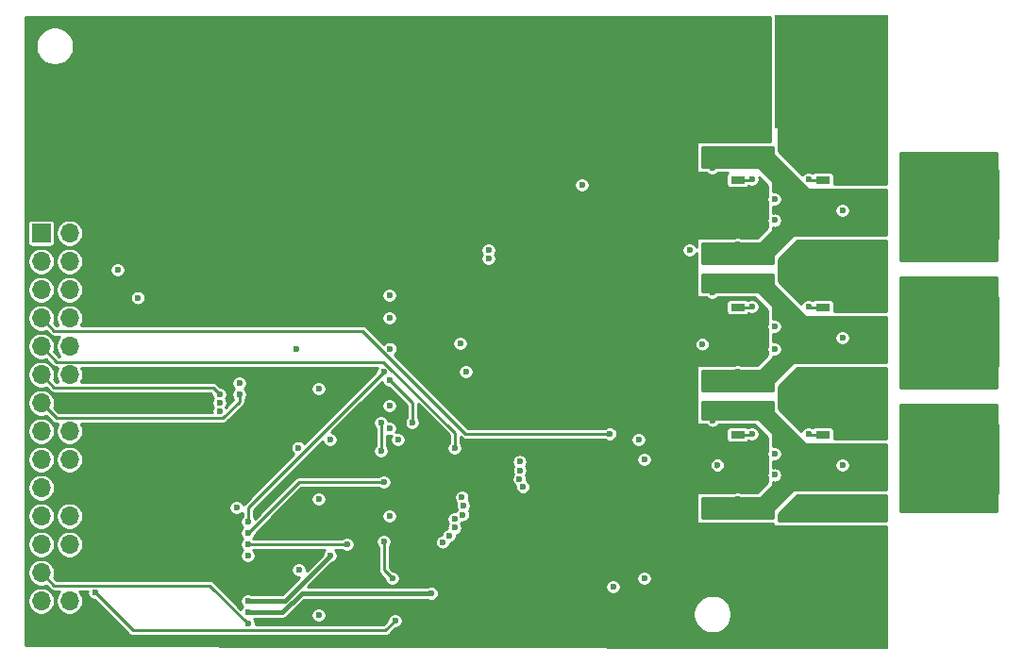
<source format=gbl>
%TF.GenerationSoftware,KiCad,Pcbnew,(5.1.7-0-10_14)*%
%TF.CreationDate,2021-01-04T14:16:26+09:00*%
%TF.ProjectId,rotomdriver,726f746f-6d64-4726-9976-65722e6b6963,rev?*%
%TF.SameCoordinates,Original*%
%TF.FileFunction,Copper,L4,Bot*%
%TF.FilePolarity,Positive*%
%FSLAX46Y46*%
G04 Gerber Fmt 4.6, Leading zero omitted, Abs format (unit mm)*
G04 Created by KiCad (PCBNEW (5.1.7-0-10_14)) date 2021-01-04 14:16:26*
%MOMM*%
%LPD*%
G01*
G04 APERTURE LIST*
%TA.AperFunction,SMDPad,CuDef*%
%ADD10R,1.700000X1.100000*%
%TD*%
%TA.AperFunction,SMDPad,CuDef*%
%ADD11R,1.300000X0.700000*%
%TD*%
%TA.AperFunction,SMDPad,CuDef*%
%ADD12R,0.850000X1.100000*%
%TD*%
%TA.AperFunction,SMDPad,CuDef*%
%ADD13R,1.440000X1.870000*%
%TD*%
%TA.AperFunction,ComponentPad*%
%ADD14C,1.143000*%
%TD*%
%TA.AperFunction,SMDPad,CuDef*%
%ADD15R,10.160000X10.160000*%
%TD*%
%TA.AperFunction,SMDPad,CuDef*%
%ADD16R,6.350000X6.350000*%
%TD*%
%TA.AperFunction,ComponentPad*%
%ADD17R,1.700000X1.700000*%
%TD*%
%TA.AperFunction,ComponentPad*%
%ADD18O,1.700000X1.700000*%
%TD*%
%TA.AperFunction,ViaPad*%
%ADD19C,0.600000*%
%TD*%
%TA.AperFunction,Conductor*%
%ADD20C,0.254000*%
%TD*%
%TA.AperFunction,Conductor*%
%ADD21C,0.381000*%
%TD*%
%TA.AperFunction,Conductor*%
%ADD22C,0.100000*%
%TD*%
G04 APERTURE END LIST*
D10*
%TO.P,Q4,4*%
%TO.N,/SH_A*%
X62062000Y-21771999D03*
X64262000Y-21771999D03*
X66462000Y-21771999D03*
%TO.P,Q4,1*%
X62062000Y-12771999D03*
X64262000Y-12771999D03*
X66462000Y-12771999D03*
D11*
%TO.P,Q4,7*%
%TO.N,Net-(Q4-Pad7)*%
X64262000Y-15021999D03*
D12*
%TO.P,Q4,2*%
%TO.N,GND*%
X62536999Y-16421999D03*
%TO.P,Q4,5*%
X63686999Y-16421999D03*
%TO.P,Q4,8*%
X64836999Y-16421999D03*
%TO.P,Q4,10*%
X65986999Y-16421999D03*
%TO.P,Q4,3*%
X62536999Y-19221999D03*
%TO.P,Q4,6*%
X63686999Y-19221999D03*
%TO.P,Q4,9*%
X64836999Y-19221999D03*
%TO.P,Q4,11*%
X65986999Y-19221999D03*
%TD*%
D10*
%TO.P,Q2,4*%
%TO.N,SUPPLY*%
X69682000Y-33201999D03*
X71882000Y-33201999D03*
X74082000Y-33201999D03*
%TO.P,Q2,1*%
X69682000Y-24201999D03*
X71882000Y-24201999D03*
X74082000Y-24201999D03*
D11*
%TO.P,Q2,7*%
%TO.N,Net-(Q2-Pad7)*%
X71882000Y-26451999D03*
D12*
%TO.P,Q2,2*%
%TO.N,/drv8301/SH_B*%
X70156999Y-27851999D03*
%TO.P,Q2,5*%
X71306999Y-27851999D03*
%TO.P,Q2,8*%
X72456999Y-27851999D03*
%TO.P,Q2,10*%
X73606999Y-27851999D03*
%TO.P,Q2,3*%
X70156999Y-30651999D03*
%TO.P,Q2,6*%
X71306999Y-30651999D03*
%TO.P,Q2,9*%
X72456999Y-30651999D03*
%TO.P,Q2,11*%
X73606999Y-30651999D03*
%TD*%
D10*
%TO.P,Q3,4*%
%TO.N,SUPPLY*%
X69682000Y-44631999D03*
X71882000Y-44631999D03*
X74082000Y-44631999D03*
%TO.P,Q3,1*%
X69682000Y-35631999D03*
X71882000Y-35631999D03*
X74082000Y-35631999D03*
D11*
%TO.P,Q3,7*%
%TO.N,Net-(Q3-Pad7)*%
X71882000Y-37881999D03*
D12*
%TO.P,Q3,2*%
%TO.N,/drv8301/SH_C*%
X70156999Y-39281999D03*
%TO.P,Q3,5*%
X71306999Y-39281999D03*
%TO.P,Q3,8*%
X72456999Y-39281999D03*
%TO.P,Q3,10*%
X73606999Y-39281999D03*
%TO.P,Q3,3*%
X70156999Y-42081999D03*
%TO.P,Q3,6*%
X71306999Y-42081999D03*
%TO.P,Q3,9*%
X72456999Y-42081999D03*
%TO.P,Q3,11*%
X73606999Y-42081999D03*
%TD*%
D13*
%TO.P,R6,2*%
%TO.N,/drv8301/SH_C*%
X76822000Y-40132000D03*
%TO.P,R6,1*%
%TO.N,Net-(P4-Pad1)*%
X79502000Y-40132000D03*
%TD*%
D14*
%TO.P,P5,1*%
%TO.N,GND*%
X76454000Y-55880000D03*
X74549000Y-55880000D03*
X72644000Y-55880000D03*
X70739000Y-55880000D03*
X68834000Y-55880000D03*
X76454000Y-53975000D03*
X74549000Y-53975000D03*
X72644000Y-53975000D03*
X70739000Y-53975000D03*
X68834000Y-53975000D03*
X76454000Y-52070000D03*
X74549000Y-52070000D03*
X72644000Y-52070000D03*
X70739000Y-52070000D03*
X68834000Y-52070000D03*
X76454000Y-50165000D03*
X74549000Y-50165000D03*
X72644000Y-50165000D03*
X70739000Y-50165000D03*
X68834000Y-50165000D03*
X76454000Y-48260000D03*
X74549000Y-48260000D03*
X72644000Y-48260000D03*
X70739000Y-48260000D03*
X68834000Y-48260000D03*
D15*
X72644000Y-52070000D03*
%TD*%
D14*
%TO.P,P1,1*%
%TO.N,SUPPLY*%
X76454000Y-9144000D03*
X74549000Y-9144000D03*
X72644000Y-9144000D03*
X70739000Y-9144000D03*
X68834000Y-9144000D03*
X76454000Y-7239000D03*
X74549000Y-7239000D03*
X72644000Y-7239000D03*
X70739000Y-7239000D03*
X68834000Y-7239000D03*
X76454000Y-5334000D03*
X74549000Y-5334000D03*
X72644000Y-5334000D03*
X70739000Y-5334000D03*
X68834000Y-5334000D03*
X76454000Y-3429000D03*
X74549000Y-3429000D03*
X72644000Y-3429000D03*
X70739000Y-3429000D03*
X68834000Y-3429000D03*
X76454000Y-1524000D03*
X74549000Y-1524000D03*
X72644000Y-1524000D03*
X70739000Y-1524000D03*
X68834000Y-1524000D03*
D15*
X72644000Y-5334000D03*
%TD*%
D10*
%TO.P,Q6,4*%
%TO.N,/drv8301/SH_C*%
X62062000Y-44631999D03*
X64262000Y-44631999D03*
X66462000Y-44631999D03*
%TO.P,Q6,1*%
X62062000Y-35631999D03*
X64262000Y-35631999D03*
X66462000Y-35631999D03*
D11*
%TO.P,Q6,7*%
%TO.N,Net-(Q6-Pad7)*%
X64262000Y-37881999D03*
D12*
%TO.P,Q6,2*%
%TO.N,GND*%
X62536999Y-39281999D03*
%TO.P,Q6,5*%
X63686999Y-39281999D03*
%TO.P,Q6,8*%
X64836999Y-39281999D03*
%TO.P,Q6,10*%
X65986999Y-39281999D03*
%TO.P,Q6,3*%
X62536999Y-42081999D03*
%TO.P,Q6,6*%
X63686999Y-42081999D03*
%TO.P,Q6,9*%
X64836999Y-42081999D03*
%TO.P,Q6,11*%
X65986999Y-42081999D03*
%TD*%
D16*
%TO.P,P2,1*%
%TO.N,Net-(P2-Pad1)*%
X84582000Y-17272000D03*
D14*
X82677000Y-15367000D03*
X84582000Y-15367000D03*
X86487000Y-15367000D03*
X82677000Y-17272000D03*
X84582000Y-17272000D03*
X86487000Y-17272000D03*
X82677000Y-19177000D03*
X84582000Y-19177000D03*
X86487000Y-19177000D03*
%TD*%
D16*
%TO.P,P3,1*%
%TO.N,Net-(P3-Pad1)*%
X84582000Y-28702000D03*
D14*
X82677000Y-26797000D03*
X84582000Y-26797000D03*
X86487000Y-26797000D03*
X82677000Y-28702000D03*
X84582000Y-28702000D03*
X86487000Y-28702000D03*
X82677000Y-30607000D03*
X84582000Y-30607000D03*
X86487000Y-30607000D03*
%TD*%
%TO.P,P4,1*%
%TO.N,Net-(P4-Pad1)*%
X86487000Y-42037000D03*
X84582000Y-42037000D03*
X82677000Y-42037000D03*
X86487000Y-40132000D03*
X84582000Y-40132000D03*
X82677000Y-40132000D03*
X86487000Y-38227000D03*
X84582000Y-38227000D03*
X82677000Y-38227000D03*
D16*
X84582000Y-40132000D03*
%TD*%
D12*
%TO.P,Q1,11*%
%TO.N,/SH_A*%
X73606999Y-19221999D03*
%TO.P,Q1,9*%
X72456999Y-19221999D03*
%TO.P,Q1,6*%
X71306999Y-19221999D03*
%TO.P,Q1,3*%
X70156999Y-19221999D03*
%TO.P,Q1,10*%
X73606999Y-16421999D03*
%TO.P,Q1,8*%
X72456999Y-16421999D03*
%TO.P,Q1,5*%
X71306999Y-16421999D03*
%TO.P,Q1,2*%
X70156999Y-16421999D03*
D11*
%TO.P,Q1,7*%
%TO.N,Net-(Q1-Pad7)*%
X71882000Y-15021999D03*
D10*
%TO.P,Q1,1*%
%TO.N,SUPPLY*%
X74082000Y-12771999D03*
X71882000Y-12771999D03*
X69682000Y-12771999D03*
%TO.P,Q1,4*%
X74082000Y-21771999D03*
X71882000Y-21771999D03*
X69682000Y-21771999D03*
%TD*%
D12*
%TO.P,Q5,11*%
%TO.N,GND*%
X65986999Y-30651999D03*
%TO.P,Q5,9*%
X64836999Y-30651999D03*
%TO.P,Q5,6*%
X63686999Y-30651999D03*
%TO.P,Q5,3*%
X62536999Y-30651999D03*
%TO.P,Q5,10*%
X65986999Y-27851999D03*
%TO.P,Q5,8*%
X64836999Y-27851999D03*
%TO.P,Q5,5*%
X63686999Y-27851999D03*
%TO.P,Q5,2*%
X62536999Y-27851999D03*
D11*
%TO.P,Q5,7*%
%TO.N,Net-(Q5-Pad7)*%
X64262000Y-26451999D03*
D10*
%TO.P,Q5,1*%
%TO.N,/drv8301/SH_B*%
X66462000Y-24201999D03*
X64262000Y-24201999D03*
X62062000Y-24201999D03*
%TO.P,Q5,4*%
X66462000Y-33201999D03*
X64262000Y-33201999D03*
X62062000Y-33201999D03*
%TD*%
D13*
%TO.P,R4,1*%
%TO.N,Net-(P2-Pad1)*%
X79572000Y-17272000D03*
%TO.P,R4,2*%
%TO.N,/SH_A*%
X76892000Y-17272000D03*
%TD*%
%TO.P,R5,2*%
%TO.N,/drv8301/SH_B*%
X76892000Y-28702000D03*
%TO.P,R5,1*%
%TO.N,Net-(P3-Pad1)*%
X79572000Y-28702000D03*
%TD*%
D17*
%TO.P,J1,1*%
%TO.N,/drv8301/INH_A*%
X1778000Y-19812000D03*
D18*
%TO.P,J1,2*%
%TO.N,/drv8301/INH_B*%
X4318000Y-19812000D03*
%TO.P,J1,3*%
%TO.N,/drv8301/INH_C*%
X1778000Y-22352000D03*
%TO.P,J1,4*%
%TO.N,/drv8301/INL_A*%
X4318000Y-22352000D03*
%TO.P,J1,5*%
%TO.N,/drv8301/INL_B*%
X1778000Y-24892000D03*
%TO.P,J1,6*%
%TO.N,/drv8301/INL_C*%
X4318000Y-24892000D03*
%TO.P,J1,7*%
%TO.N,/EN_BUCK*%
X1778000Y-27432000D03*
%TO.P,J1,8*%
%TO.N,/drv8301/FAULT*%
X4318000Y-27432000D03*
%TO.P,J1,9*%
%TO.N,/drv8301/EN_GATE*%
X1778000Y-29972000D03*
%TO.P,J1,10*%
%TO.N,/drv8301/SDO*%
X4318000Y-29972000D03*
%TO.P,J1,11*%
%TO.N,/drv8301/SDI*%
X1778000Y-32512000D03*
%TO.P,J1,12*%
%TO.N,/drv8301/SCLK*%
X4318000Y-32512000D03*
%TO.P,J1,13*%
%TO.N,/drv8301/CS*%
X1778000Y-35052000D03*
%TO.P,J1,14*%
%TO.N,GND*%
X4318000Y-35052000D03*
%TO.P,J1,15*%
%TO.N,/drv8301/SENS_A*%
X1778000Y-37592000D03*
%TO.P,J1,16*%
%TO.N,/drv8301/SENS_B*%
X4318000Y-37592000D03*
%TO.P,J1,17*%
%TO.N,/drv8301/SENS_C*%
X1778000Y-40132000D03*
%TO.P,J1,18*%
%TO.N,/drv8301/SENS_SUPPLY*%
X4318000Y-40132000D03*
%TO.P,J1,19*%
%TO.N,/drv8301/SENS_FILTERED*%
X1778000Y-42672000D03*
%TO.P,J1,20*%
%TO.N,GND*%
X4318000Y-42672000D03*
%TO.P,J1,21*%
%TO.N,/power/CURR_FILTER*%
X1778000Y-45212000D03*
%TO.P,J1,22*%
%TO.N,/power/CURR_A*%
X4318000Y-45212000D03*
%TO.P,J1,23*%
%TO.N,/power/CURR_B*%
X1778000Y-47752000D03*
%TO.P,J1,24*%
%TO.N,/power/CURR_C*%
X4318000Y-47752000D03*
%TO.P,J1,25*%
%TO.N,/power/TEMP*%
X1778000Y-50292000D03*
%TO.P,J1,26*%
%TO.N,GND*%
X4318000Y-50292000D03*
%TO.P,J1,27*%
%TO.N,+5V*%
X1778000Y-52832000D03*
%TO.P,J1,28*%
%TO.N,+3V3*%
X4318000Y-52832000D03*
%TO.P,J1,29*%
%TO.N,GND*%
X1778000Y-55372000D03*
%TO.P,J1,30*%
X4318000Y-55372000D03*
%TD*%
D19*
%TO.N,Net-(Q1-Pad7)*%
X70612000Y-14986000D03*
%TO.N,Net-(Q2-Pad7)*%
X70612000Y-26416000D03*
%TO.N,GND*%
X73660000Y-17780000D03*
X73660000Y-29210000D03*
X73660000Y-40640000D03*
X64262000Y-17780000D03*
X64262000Y-29210000D03*
X64262000Y-40640000D03*
X58336000Y-49192000D03*
X40640000Y-39116000D03*
X40688214Y-35257786D03*
%TO.N,SUPPLY*%
X77216000Y-14986000D03*
X77216000Y-14224000D03*
X77216000Y-13462000D03*
X77216000Y-12700000D03*
X77216000Y-11938000D03*
X77216000Y-11176000D03*
X76454000Y-11176000D03*
X76454000Y-11938000D03*
X76454000Y-12700000D03*
X76454000Y-13462000D03*
X76454000Y-14224000D03*
X76454000Y-14986000D03*
X75692000Y-14986000D03*
X75692000Y-14224000D03*
X75692000Y-13462000D03*
X75692000Y-12700000D03*
X75692000Y-11938000D03*
X75692000Y-11176000D03*
X74930000Y-11176000D03*
X74168000Y-11176000D03*
X73406000Y-11176000D03*
X72644000Y-11176000D03*
X71882000Y-11176000D03*
X71120000Y-11176000D03*
X70358000Y-11176000D03*
X69596000Y-11176000D03*
X68834000Y-11176000D03*
X68072000Y-11176000D03*
X77216000Y-20828000D03*
X77216000Y-21590000D03*
X77216000Y-22352000D03*
X77216000Y-23114000D03*
X77216000Y-26416000D03*
X77216000Y-25654000D03*
X77216000Y-24892000D03*
X77216000Y-24130000D03*
X76454000Y-20828000D03*
X76454000Y-21590000D03*
X76454000Y-22352000D03*
X76454000Y-23114000D03*
X76454000Y-24130000D03*
X76454000Y-24892000D03*
X76454000Y-25654000D03*
X76454000Y-26416000D03*
X75692000Y-26416000D03*
X75692000Y-25654000D03*
X75692000Y-24892000D03*
X75692000Y-24130000D03*
X75692000Y-23114000D03*
X75692000Y-22352000D03*
X75692000Y-21590000D03*
X75692000Y-20828000D03*
X74930000Y-25654000D03*
X74168000Y-25654000D03*
X73406000Y-25654000D03*
X77216000Y-32258000D03*
X76454000Y-32258000D03*
X75692000Y-32258000D03*
X75692000Y-33020000D03*
X76454000Y-33020000D03*
X77216000Y-33020000D03*
X77216000Y-33782000D03*
X76454000Y-33782000D03*
X75692000Y-33782000D03*
X75692000Y-34544000D03*
X76454000Y-34544000D03*
X77216000Y-34544000D03*
X77216000Y-35560000D03*
X77216000Y-36322000D03*
X77216000Y-37084000D03*
X77216000Y-37846000D03*
X76454000Y-37846000D03*
X75692000Y-37846000D03*
X75692000Y-37084000D03*
X75692000Y-36322000D03*
X75692000Y-35560000D03*
X76454000Y-35560000D03*
X76454000Y-36322000D03*
X76454000Y-37084000D03*
X74930000Y-37084000D03*
X74168000Y-37084000D03*
X73406000Y-37084000D03*
X77216000Y-43688000D03*
X77216000Y-44450000D03*
X77216000Y-45212000D03*
X76454000Y-43688000D03*
X75692000Y-43688000D03*
X75692000Y-44450000D03*
X76454000Y-44450000D03*
X76454000Y-45212000D03*
X75692000Y-45212000D03*
X55372000Y-38354000D03*
X55880000Y-50800000D03*
%TO.N,+3V3*%
X67564000Y-39624000D03*
X67564000Y-28194000D03*
X67564000Y-16764000D03*
X67564000Y-30226000D03*
X67564000Y-18651500D03*
X67564000Y-41511500D03*
X55880000Y-40132000D03*
X53086000Y-51562000D03*
X27686000Y-38354000D03*
X33782000Y-38354000D03*
X50292000Y-15494000D03*
X20320000Y-52832000D03*
X27686000Y-48768000D03*
%TO.N,/power/CURR_A*%
X20320000Y-45720000D03*
X32512000Y-32258000D03*
%TO.N,/power/CURR_B*%
X20320000Y-46736000D03*
X32512000Y-42164000D03*
%TO.N,/power/CURR_C*%
X20320000Y-47752000D03*
X29210000Y-47752000D03*
%TO.N,/power/TEMP*%
X20320000Y-54864000D03*
%TO.N,+5V*%
X20320000Y-53848000D03*
X36795510Y-52131510D03*
%TO.N,/SH_A*%
X64262000Y-20828000D03*
X61976000Y-13970000D03*
X26670000Y-33782000D03*
X41910000Y-22098000D03*
X33020000Y-27432000D03*
%TO.N,/drv8301/SH_B*%
X64262000Y-32258000D03*
X61976000Y-25146000D03*
X26670000Y-43688000D03*
X33020000Y-37338000D03*
X39878000Y-32258000D03*
%TO.N,/drv8301/SH_C*%
X64262000Y-43688000D03*
X62024214Y-36624214D03*
X26670000Y-54102000D03*
%TO.N,/drv8301/INH_A*%
X39633619Y-44264401D03*
%TO.N,/drv8301/INH_B*%
X38862000Y-45466000D03*
X8636000Y-23114000D03*
%TO.N,/drv8301/INH_C*%
X38354000Y-46990000D03*
%TO.N,/drv8301/INL_A*%
X39585781Y-45074991D03*
%TO.N,/drv8301/INL_B*%
X38862000Y-46246003D03*
X10462214Y-25605786D03*
%TO.N,/drv8301/INL_C*%
X37802455Y-47541545D03*
%TO.N,/drv8301/FAULT*%
X35053510Y-36830000D03*
X33020000Y-33020000D03*
X19558000Y-33274000D03*
%TO.N,/drv8301/EN_GATE*%
X38862000Y-39116000D03*
%TO.N,/drv8301/SDO*%
X44688297Y-41875665D03*
X17780000Y-35033997D03*
%TO.N,/drv8301/SDI*%
X44714141Y-41096092D03*
X17780000Y-34253994D03*
%TO.N,/drv8301/SCLK*%
X45012714Y-42585000D03*
X17780000Y-35814000D03*
%TO.N,/drv8301/CS*%
X44703003Y-40316170D03*
X19558000Y-34290000D03*
%TO.N,/drv8301/SENS_SUPPLY*%
X33528000Y-54610000D03*
X6604000Y-52070000D03*
%TO.N,/drv8301/SENS_FILTERED*%
X24892000Y-50038000D03*
X24843786Y-39067786D03*
X24638000Y-30226000D03*
X20320000Y-48768000D03*
%TO.N,/power/CURR_FILTER*%
X19304000Y-44450000D03*
X33068214Y-30177786D03*
X32258000Y-36830000D03*
X32258000Y-39370000D03*
X32512000Y-47498000D03*
X33274000Y-50800000D03*
%TO.N,Net-(Q3-Pad7)*%
X70612000Y-37846000D03*
%TO.N,Net-(Q4-Pad7)*%
X65532000Y-14986000D03*
%TO.N,Net-(Q5-Pad7)*%
X65532000Y-26416000D03*
%TO.N,Net-(Q6-Pad7)*%
X65532000Y-37846000D03*
%TO.N,/power/C_A*%
X59944000Y-21336000D03*
X33020000Y-25400000D03*
X41910000Y-21317997D03*
%TO.N,/power/C_B*%
X61091029Y-29766214D03*
X33020000Y-35306000D03*
X39370000Y-29718000D03*
%TO.N,/power/C_C*%
X62435018Y-40640000D03*
X33020000Y-45212000D03*
X39525000Y-43491999D03*
%TO.N,/EN_BUCK*%
X52811136Y-37836599D03*
%TD*%
D20*
%TO.N,Net-(Q1-Pad7)*%
X70647999Y-15021999D02*
X70612000Y-14986000D01*
X71882000Y-15021999D02*
X70647999Y-15021999D01*
%TO.N,Net-(Q2-Pad7)*%
X70647999Y-26451999D02*
X70612000Y-26416000D01*
X71882000Y-26451999D02*
X70647999Y-26451999D01*
%TO.N,GND*%
X1778000Y-55372000D02*
X4318000Y-55372000D01*
%TO.N,SUPPLY*%
X69682000Y-12771999D02*
X71882000Y-12771999D01*
X71882000Y-12771999D02*
X74082000Y-12771999D01*
X69682000Y-21771999D02*
X71882000Y-21771999D01*
X71882000Y-21771999D02*
X74082000Y-21771999D01*
X69682000Y-24201999D02*
X71882000Y-24201999D01*
X71882000Y-24201999D02*
X74082000Y-24201999D01*
X71882000Y-21771999D02*
X71882000Y-24201999D01*
X69682000Y-33201999D02*
X71882000Y-33201999D01*
X71882000Y-33201999D02*
X74082000Y-33201999D01*
X69682000Y-35631999D02*
X71882000Y-35631999D01*
X71882000Y-35631999D02*
X74082000Y-35631999D01*
X71882000Y-33201999D02*
X71882000Y-35631999D01*
X69682000Y-44631999D02*
X71882000Y-44631999D01*
X71882000Y-44631999D02*
X74082000Y-44631999D01*
D21*
%TO.N,+3V3*%
X20320000Y-52832000D02*
X23622000Y-52832000D01*
X23622000Y-52832000D02*
X27686000Y-48768000D01*
D20*
%TO.N,/power/CURR_A*%
X20320000Y-44450000D02*
X32512000Y-32258000D01*
X20320000Y-45720000D02*
X20320000Y-44450000D01*
%TO.N,/power/CURR_B*%
X24892000Y-42164000D02*
X32512000Y-42164000D01*
X20320000Y-46736000D02*
X24892000Y-42164000D01*
%TO.N,/power/CURR_C*%
X20320000Y-47752000D02*
X29210000Y-47752000D01*
%TO.N,/power/TEMP*%
X16905001Y-51449001D02*
X20320000Y-54864000D01*
X2935001Y-51449001D02*
X16905001Y-51449001D01*
X1778000Y-50292000D02*
X2935001Y-51449001D01*
D21*
%TO.N,+5V*%
X23427672Y-53848000D02*
X25144162Y-52131510D01*
X25144162Y-52131510D02*
X36795510Y-52131510D01*
X20320000Y-53848000D02*
X23427672Y-53848000D01*
D20*
%TO.N,/SH_A*%
X62062000Y-12771999D02*
X64262000Y-12771999D01*
X64262000Y-12771999D02*
X66462000Y-12771999D01*
X66506999Y-12771999D02*
X70156999Y-16421999D01*
X66462000Y-12771999D02*
X66506999Y-12771999D01*
X70156999Y-16421999D02*
X71306999Y-16421999D01*
X71306999Y-16421999D02*
X72456999Y-16421999D01*
X72456999Y-16421999D02*
X73606999Y-16421999D01*
X62062000Y-21771999D02*
X64262000Y-21771999D01*
X64262000Y-21771999D02*
X66462000Y-21771999D01*
X66462000Y-21771999D02*
X66620001Y-21771999D01*
X70156999Y-19221999D02*
X71306999Y-19221999D01*
X71306999Y-19221999D02*
X72456999Y-19221999D01*
X72456999Y-19221999D02*
X73606999Y-19221999D01*
X69012000Y-19221999D02*
X66462000Y-21771999D01*
X70156999Y-19221999D02*
X69012000Y-19221999D01*
X64262000Y-20828000D02*
X64262000Y-21771999D01*
X61976000Y-12857999D02*
X62062000Y-12771999D01*
X61976000Y-13970000D02*
X61976000Y-12857999D01*
%TO.N,/drv8301/SH_B*%
X62062000Y-24201999D02*
X64262000Y-24201999D01*
X64262000Y-24201999D02*
X66462000Y-24201999D01*
X66506999Y-24201999D02*
X70156999Y-27851999D01*
X66462000Y-24201999D02*
X66506999Y-24201999D01*
X70156999Y-27851999D02*
X71306999Y-27851999D01*
X71306999Y-27851999D02*
X72456999Y-27851999D01*
X72456999Y-27851999D02*
X73606999Y-27851999D01*
X73606999Y-30651999D02*
X72456999Y-30651999D01*
X72456999Y-30651999D02*
X71306999Y-30651999D01*
X71306999Y-30651999D02*
X70156999Y-30651999D01*
X70156999Y-30651999D02*
X69012000Y-30651999D01*
X69012000Y-30651999D02*
X66462000Y-33201999D01*
X66462000Y-33201999D02*
X64262000Y-33201999D01*
X64262000Y-33201999D02*
X62062000Y-33201999D01*
X64262000Y-32258000D02*
X64262000Y-33201999D01*
X62062000Y-25060000D02*
X61976000Y-25146000D01*
X62062000Y-24201999D02*
X62062000Y-25060000D01*
%TO.N,/drv8301/SH_C*%
X62062000Y-35631999D02*
X64262000Y-35631999D01*
X64262000Y-35631999D02*
X66462000Y-35631999D01*
X66506999Y-35631999D02*
X70156999Y-39281999D01*
X66462000Y-35631999D02*
X66506999Y-35631999D01*
X70156999Y-39281999D02*
X71306999Y-39281999D01*
X71306999Y-39281999D02*
X72456999Y-39281999D01*
X72456999Y-39281999D02*
X73606999Y-39281999D01*
X73606999Y-42081999D02*
X72456999Y-42081999D01*
X72456999Y-42081999D02*
X71306999Y-42081999D01*
X71306999Y-42081999D02*
X70156999Y-42081999D01*
X69012000Y-42081999D02*
X66462000Y-44631999D01*
X70156999Y-42081999D02*
X69012000Y-42081999D01*
X66462000Y-44631999D02*
X64262000Y-44631999D01*
X64262000Y-44631999D02*
X62062000Y-44631999D01*
X64262000Y-43688000D02*
X64262000Y-44631999D01*
X62062000Y-36586428D02*
X62024214Y-36624214D01*
X62062000Y-35631999D02*
X62062000Y-36586428D01*
%TO.N,/drv8301/FAULT*%
X35053510Y-35053510D02*
X33020000Y-33020000D01*
X35053510Y-36830000D02*
X35053510Y-35053510D01*
%TO.N,/drv8301/EN_GATE*%
X38862000Y-37709638D02*
X38862000Y-39116000D01*
X32507361Y-31354999D02*
X38862000Y-37709638D01*
X3160999Y-31354999D02*
X32507361Y-31354999D01*
X1778000Y-29972000D02*
X3160999Y-31354999D01*
%TO.N,/drv8301/SDI*%
X17195007Y-33669001D02*
X17780000Y-34253994D01*
X2935001Y-33669001D02*
X17195007Y-33669001D01*
X1778000Y-32512000D02*
X2935001Y-33669001D01*
%TO.N,/drv8301/CS*%
X19558000Y-34934362D02*
X19558000Y-34290000D01*
X18071361Y-36421001D02*
X19558000Y-34934362D01*
X3147001Y-36421001D02*
X18071361Y-36421001D01*
X1778000Y-35052000D02*
X3147001Y-36421001D01*
%TO.N,/drv8301/SENS_SUPPLY*%
X10005001Y-55471001D02*
X6604000Y-52070000D01*
X32666999Y-55471001D02*
X10005001Y-55471001D01*
X33528000Y-54610000D02*
X32666999Y-55471001D01*
%TO.N,/power/CURR_FILTER*%
X32258000Y-36830000D02*
X32258000Y-39370000D01*
X32512000Y-50038000D02*
X33274000Y-50800000D01*
X32512000Y-47498000D02*
X32512000Y-50038000D01*
%TO.N,Net-(P2-Pad1)*%
X79572000Y-17272000D02*
X84582000Y-17272000D01*
%TO.N,Net-(P3-Pad1)*%
X84582000Y-28702000D02*
X79572000Y-28702000D01*
%TO.N,Net-(P4-Pad1)*%
X79502000Y-40132000D02*
X84582000Y-40132000D01*
%TO.N,Net-(Q3-Pad7)*%
X70647999Y-37881999D02*
X70612000Y-37846000D01*
X71882000Y-37881999D02*
X70647999Y-37881999D01*
%TO.N,Net-(Q4-Pad7)*%
X65496001Y-15021999D02*
X65532000Y-14986000D01*
X64262000Y-15021999D02*
X65496001Y-15021999D01*
%TO.N,Net-(Q5-Pad7)*%
X65496001Y-26451999D02*
X65532000Y-26416000D01*
X64262000Y-26451999D02*
X65496001Y-26451999D01*
%TO.N,Net-(Q6-Pad7)*%
X65496001Y-37881999D02*
X65532000Y-37846000D01*
X64262000Y-37881999D02*
X65496001Y-37881999D01*
%TO.N,/power/C_B*%
X33116428Y-35306000D02*
X33020000Y-35306000D01*
%TO.N,/power/C_C*%
X62435018Y-40640000D02*
X62316017Y-40759001D01*
%TO.N,/EN_BUCK*%
X2935001Y-28589001D02*
X30621001Y-28589001D01*
X1778000Y-27432000D02*
X2935001Y-28589001D01*
X39868599Y-37836599D02*
X52811136Y-37836599D01*
X30621001Y-28589001D02*
X39868599Y-37836599D01*
%TD*%
%TO.N,Net-(P2-Pad1)*%
X87478000Y-22225000D02*
X78867000Y-22225000D01*
X78867000Y-12598000D01*
X87478000Y-12598000D01*
X87478000Y-22225000D01*
%TA.AperFunction,Conductor*%
D22*
G36*
X87478000Y-22225000D02*
G01*
X78867000Y-22225000D01*
X78867000Y-12598000D01*
X87478000Y-12598000D01*
X87478000Y-22225000D01*
G37*
%TD.AperFunction*%
%TD*%
D20*
%TO.N,Net-(P3-Pad1)*%
X87478001Y-33655000D02*
X78867000Y-33655000D01*
X78867000Y-23749000D01*
X87478000Y-23749000D01*
X87478001Y-33655000D01*
%TA.AperFunction,Conductor*%
D22*
G36*
X87478001Y-33655000D02*
G01*
X78867000Y-33655000D01*
X78867000Y-23749000D01*
X87478000Y-23749000D01*
X87478001Y-33655000D01*
G37*
%TD.AperFunction*%
%TD*%
D20*
%TO.N,Net-(P4-Pad1)*%
X87478001Y-44806000D02*
X78867000Y-44806000D01*
X78867000Y-35179000D01*
X87478001Y-35179000D01*
X87478001Y-44806000D01*
%TA.AperFunction,Conductor*%
D22*
G36*
X87478001Y-44806000D02*
G01*
X78867000Y-44806000D01*
X78867000Y-35179000D01*
X87478001Y-35179000D01*
X87478001Y-44806000D01*
G37*
%TD.AperFunction*%
%TD*%
D20*
%TO.N,/SH_A*%
X67437000Y-12700000D02*
X67439440Y-12724776D01*
X67446667Y-12748601D01*
X67458403Y-12770557D01*
X67474197Y-12789803D01*
X70039794Y-15355400D01*
X70083033Y-15420112D01*
X70177888Y-15514967D01*
X70242600Y-15558206D01*
X70522197Y-15837803D01*
X70541443Y-15853597D01*
X70563399Y-15865333D01*
X70587224Y-15872560D01*
X70612000Y-15875000D01*
X77597000Y-15875000D01*
X77597000Y-19939000D01*
X69342000Y-19939000D01*
X69317224Y-19941440D01*
X69293399Y-19948667D01*
X69271443Y-19960403D01*
X69252197Y-19976197D01*
X67474197Y-21754197D01*
X67458403Y-21773443D01*
X67446667Y-21795399D01*
X67439440Y-21819224D01*
X67437000Y-21844000D01*
X67437000Y-22479000D01*
X61087000Y-22479000D01*
X61087000Y-20701000D01*
X66294000Y-20701000D01*
X66318776Y-20698560D01*
X66342601Y-20691333D01*
X66364557Y-20679597D01*
X66383803Y-20663803D01*
X67399803Y-19647803D01*
X67415597Y-19628557D01*
X67427333Y-19606601D01*
X67434560Y-19582776D01*
X67437000Y-19558000D01*
X67437000Y-19320579D01*
X67496927Y-19332500D01*
X67631073Y-19332500D01*
X67762640Y-19306329D01*
X67886574Y-19254994D01*
X67998112Y-19180467D01*
X68092967Y-19085612D01*
X68167494Y-18974074D01*
X68218829Y-18850140D01*
X68245000Y-18718573D01*
X68245000Y-18584427D01*
X68218829Y-18452860D01*
X68167494Y-18328926D01*
X68092967Y-18217388D01*
X67998112Y-18122533D01*
X67886574Y-18048006D01*
X67762640Y-17996671D01*
X67631073Y-17970500D01*
X67496927Y-17970500D01*
X67437000Y-17982421D01*
X67437000Y-17712927D01*
X72979000Y-17712927D01*
X72979000Y-17847073D01*
X73005171Y-17978640D01*
X73056506Y-18102574D01*
X73131033Y-18214112D01*
X73225888Y-18308967D01*
X73337426Y-18383494D01*
X73461360Y-18434829D01*
X73592927Y-18461000D01*
X73727073Y-18461000D01*
X73858640Y-18434829D01*
X73982574Y-18383494D01*
X74094112Y-18308967D01*
X74188967Y-18214112D01*
X74263494Y-18102574D01*
X74314829Y-17978640D01*
X74341000Y-17847073D01*
X74341000Y-17712927D01*
X74314829Y-17581360D01*
X74263494Y-17457426D01*
X74188967Y-17345888D01*
X74094112Y-17251033D01*
X73982574Y-17176506D01*
X73858640Y-17125171D01*
X73727073Y-17099000D01*
X73592927Y-17099000D01*
X73461360Y-17125171D01*
X73337426Y-17176506D01*
X73225888Y-17251033D01*
X73131033Y-17345888D01*
X73056506Y-17457426D01*
X73005171Y-17581360D01*
X72979000Y-17712927D01*
X67437000Y-17712927D01*
X67437000Y-17433079D01*
X67496927Y-17445000D01*
X67631073Y-17445000D01*
X67762640Y-17418829D01*
X67886574Y-17367494D01*
X67998112Y-17292967D01*
X68092967Y-17198112D01*
X68167494Y-17086574D01*
X68218829Y-16962640D01*
X68245000Y-16831073D01*
X68245000Y-16696927D01*
X68218829Y-16565360D01*
X68167494Y-16441426D01*
X68092967Y-16329888D01*
X67998112Y-16235033D01*
X67886574Y-16160506D01*
X67762640Y-16109171D01*
X67631073Y-16083000D01*
X67496927Y-16083000D01*
X67437000Y-16094921D01*
X67437000Y-15240000D01*
X67434560Y-15215224D01*
X67427333Y-15191399D01*
X67415597Y-15169443D01*
X67399803Y-15150197D01*
X66129803Y-13880197D01*
X66110557Y-13864403D01*
X66088601Y-13852667D01*
X66064776Y-13845440D01*
X66040000Y-13843000D01*
X61087000Y-13843000D01*
X61087000Y-12065000D01*
X67437000Y-12065000D01*
X67437000Y-12700000D01*
%TA.AperFunction,Conductor*%
D22*
G36*
X67437000Y-12700000D02*
G01*
X67439440Y-12724776D01*
X67446667Y-12748601D01*
X67458403Y-12770557D01*
X67474197Y-12789803D01*
X70039794Y-15355400D01*
X70083033Y-15420112D01*
X70177888Y-15514967D01*
X70242600Y-15558206D01*
X70522197Y-15837803D01*
X70541443Y-15853597D01*
X70563399Y-15865333D01*
X70587224Y-15872560D01*
X70612000Y-15875000D01*
X77597000Y-15875000D01*
X77597000Y-19939000D01*
X69342000Y-19939000D01*
X69317224Y-19941440D01*
X69293399Y-19948667D01*
X69271443Y-19960403D01*
X69252197Y-19976197D01*
X67474197Y-21754197D01*
X67458403Y-21773443D01*
X67446667Y-21795399D01*
X67439440Y-21819224D01*
X67437000Y-21844000D01*
X67437000Y-22479000D01*
X61087000Y-22479000D01*
X61087000Y-20701000D01*
X66294000Y-20701000D01*
X66318776Y-20698560D01*
X66342601Y-20691333D01*
X66364557Y-20679597D01*
X66383803Y-20663803D01*
X67399803Y-19647803D01*
X67415597Y-19628557D01*
X67427333Y-19606601D01*
X67434560Y-19582776D01*
X67437000Y-19558000D01*
X67437000Y-19320579D01*
X67496927Y-19332500D01*
X67631073Y-19332500D01*
X67762640Y-19306329D01*
X67886574Y-19254994D01*
X67998112Y-19180467D01*
X68092967Y-19085612D01*
X68167494Y-18974074D01*
X68218829Y-18850140D01*
X68245000Y-18718573D01*
X68245000Y-18584427D01*
X68218829Y-18452860D01*
X68167494Y-18328926D01*
X68092967Y-18217388D01*
X67998112Y-18122533D01*
X67886574Y-18048006D01*
X67762640Y-17996671D01*
X67631073Y-17970500D01*
X67496927Y-17970500D01*
X67437000Y-17982421D01*
X67437000Y-17712927D01*
X72979000Y-17712927D01*
X72979000Y-17847073D01*
X73005171Y-17978640D01*
X73056506Y-18102574D01*
X73131033Y-18214112D01*
X73225888Y-18308967D01*
X73337426Y-18383494D01*
X73461360Y-18434829D01*
X73592927Y-18461000D01*
X73727073Y-18461000D01*
X73858640Y-18434829D01*
X73982574Y-18383494D01*
X74094112Y-18308967D01*
X74188967Y-18214112D01*
X74263494Y-18102574D01*
X74314829Y-17978640D01*
X74341000Y-17847073D01*
X74341000Y-17712927D01*
X74314829Y-17581360D01*
X74263494Y-17457426D01*
X74188967Y-17345888D01*
X74094112Y-17251033D01*
X73982574Y-17176506D01*
X73858640Y-17125171D01*
X73727073Y-17099000D01*
X73592927Y-17099000D01*
X73461360Y-17125171D01*
X73337426Y-17176506D01*
X73225888Y-17251033D01*
X73131033Y-17345888D01*
X73056506Y-17457426D01*
X73005171Y-17581360D01*
X72979000Y-17712927D01*
X67437000Y-17712927D01*
X67437000Y-17433079D01*
X67496927Y-17445000D01*
X67631073Y-17445000D01*
X67762640Y-17418829D01*
X67886574Y-17367494D01*
X67998112Y-17292967D01*
X68092967Y-17198112D01*
X68167494Y-17086574D01*
X68218829Y-16962640D01*
X68245000Y-16831073D01*
X68245000Y-16696927D01*
X68218829Y-16565360D01*
X68167494Y-16441426D01*
X68092967Y-16329888D01*
X67998112Y-16235033D01*
X67886574Y-16160506D01*
X67762640Y-16109171D01*
X67631073Y-16083000D01*
X67496927Y-16083000D01*
X67437000Y-16094921D01*
X67437000Y-15240000D01*
X67434560Y-15215224D01*
X67427333Y-15191399D01*
X67415597Y-15169443D01*
X67399803Y-15150197D01*
X66129803Y-13880197D01*
X66110557Y-13864403D01*
X66088601Y-13852667D01*
X66064776Y-13845440D01*
X66040000Y-13843000D01*
X61087000Y-13843000D01*
X61087000Y-12065000D01*
X67437000Y-12065000D01*
X67437000Y-12700000D01*
G37*
%TD.AperFunction*%
%TD*%
D20*
%TO.N,/drv8301/SH_B*%
X67437000Y-24384000D02*
X67439440Y-24408776D01*
X67446667Y-24432601D01*
X67458403Y-24454557D01*
X67474197Y-24473803D01*
X70268197Y-27267803D01*
X70287443Y-27283597D01*
X70309399Y-27295333D01*
X70333224Y-27302560D01*
X70358000Y-27305000D01*
X77597000Y-27305000D01*
X77597000Y-31369000D01*
X69342000Y-31369000D01*
X69317224Y-31371440D01*
X69293399Y-31378667D01*
X69271443Y-31390403D01*
X69252197Y-31406197D01*
X67474197Y-33184197D01*
X67458403Y-33203443D01*
X67446667Y-33225399D01*
X67439440Y-33249224D01*
X67437000Y-33274000D01*
X67437000Y-33909000D01*
X61087000Y-33909000D01*
X61087000Y-32131000D01*
X66294000Y-32131000D01*
X66318776Y-32128560D01*
X66342601Y-32121333D01*
X66364557Y-32109597D01*
X66383803Y-32093803D01*
X67399803Y-31077803D01*
X67415597Y-31058557D01*
X67427333Y-31036601D01*
X67434560Y-31012776D01*
X67437000Y-30988000D01*
X67437000Y-30895079D01*
X67496927Y-30907000D01*
X67631073Y-30907000D01*
X67762640Y-30880829D01*
X67886574Y-30829494D01*
X67998112Y-30754967D01*
X68092967Y-30660112D01*
X68167494Y-30548574D01*
X68218829Y-30424640D01*
X68245000Y-30293073D01*
X68245000Y-30158927D01*
X68218829Y-30027360D01*
X68167494Y-29903426D01*
X68092967Y-29791888D01*
X67998112Y-29697033D01*
X67886574Y-29622506D01*
X67762640Y-29571171D01*
X67631073Y-29545000D01*
X67496927Y-29545000D01*
X67437000Y-29556921D01*
X67437000Y-29142927D01*
X72979000Y-29142927D01*
X72979000Y-29277073D01*
X73005171Y-29408640D01*
X73056506Y-29532574D01*
X73131033Y-29644112D01*
X73225888Y-29738967D01*
X73337426Y-29813494D01*
X73461360Y-29864829D01*
X73592927Y-29891000D01*
X73727073Y-29891000D01*
X73858640Y-29864829D01*
X73982574Y-29813494D01*
X74094112Y-29738967D01*
X74188967Y-29644112D01*
X74263494Y-29532574D01*
X74314829Y-29408640D01*
X74341000Y-29277073D01*
X74341000Y-29142927D01*
X74314829Y-29011360D01*
X74263494Y-28887426D01*
X74188967Y-28775888D01*
X74094112Y-28681033D01*
X73982574Y-28606506D01*
X73858640Y-28555171D01*
X73727073Y-28529000D01*
X73592927Y-28529000D01*
X73461360Y-28555171D01*
X73337426Y-28606506D01*
X73225888Y-28681033D01*
X73131033Y-28775888D01*
X73056506Y-28887426D01*
X73005171Y-29011360D01*
X72979000Y-29142927D01*
X67437000Y-29142927D01*
X67437000Y-28863079D01*
X67496927Y-28875000D01*
X67631073Y-28875000D01*
X67762640Y-28848829D01*
X67886574Y-28797494D01*
X67998112Y-28722967D01*
X68092967Y-28628112D01*
X68167494Y-28516574D01*
X68218829Y-28392640D01*
X68245000Y-28261073D01*
X68245000Y-28126927D01*
X68218829Y-27995360D01*
X68167494Y-27871426D01*
X68092967Y-27759888D01*
X67998112Y-27665033D01*
X67886574Y-27590506D01*
X67762640Y-27539171D01*
X67631073Y-27513000D01*
X67496927Y-27513000D01*
X67437000Y-27524921D01*
X67437000Y-26416000D01*
X67434560Y-26391224D01*
X67427333Y-26367399D01*
X67415597Y-26345443D01*
X67399803Y-26326197D01*
X66129803Y-25056197D01*
X66110557Y-25040403D01*
X66088601Y-25028667D01*
X66064776Y-25021440D01*
X66040000Y-25019000D01*
X61087000Y-25019000D01*
X61087000Y-23495000D01*
X67437000Y-23495000D01*
X67437000Y-24384000D01*
%TA.AperFunction,Conductor*%
D22*
G36*
X67437000Y-24384000D02*
G01*
X67439440Y-24408776D01*
X67446667Y-24432601D01*
X67458403Y-24454557D01*
X67474197Y-24473803D01*
X70268197Y-27267803D01*
X70287443Y-27283597D01*
X70309399Y-27295333D01*
X70333224Y-27302560D01*
X70358000Y-27305000D01*
X77597000Y-27305000D01*
X77597000Y-31369000D01*
X69342000Y-31369000D01*
X69317224Y-31371440D01*
X69293399Y-31378667D01*
X69271443Y-31390403D01*
X69252197Y-31406197D01*
X67474197Y-33184197D01*
X67458403Y-33203443D01*
X67446667Y-33225399D01*
X67439440Y-33249224D01*
X67437000Y-33274000D01*
X67437000Y-33909000D01*
X61087000Y-33909000D01*
X61087000Y-32131000D01*
X66294000Y-32131000D01*
X66318776Y-32128560D01*
X66342601Y-32121333D01*
X66364557Y-32109597D01*
X66383803Y-32093803D01*
X67399803Y-31077803D01*
X67415597Y-31058557D01*
X67427333Y-31036601D01*
X67434560Y-31012776D01*
X67437000Y-30988000D01*
X67437000Y-30895079D01*
X67496927Y-30907000D01*
X67631073Y-30907000D01*
X67762640Y-30880829D01*
X67886574Y-30829494D01*
X67998112Y-30754967D01*
X68092967Y-30660112D01*
X68167494Y-30548574D01*
X68218829Y-30424640D01*
X68245000Y-30293073D01*
X68245000Y-30158927D01*
X68218829Y-30027360D01*
X68167494Y-29903426D01*
X68092967Y-29791888D01*
X67998112Y-29697033D01*
X67886574Y-29622506D01*
X67762640Y-29571171D01*
X67631073Y-29545000D01*
X67496927Y-29545000D01*
X67437000Y-29556921D01*
X67437000Y-29142927D01*
X72979000Y-29142927D01*
X72979000Y-29277073D01*
X73005171Y-29408640D01*
X73056506Y-29532574D01*
X73131033Y-29644112D01*
X73225888Y-29738967D01*
X73337426Y-29813494D01*
X73461360Y-29864829D01*
X73592927Y-29891000D01*
X73727073Y-29891000D01*
X73858640Y-29864829D01*
X73982574Y-29813494D01*
X74094112Y-29738967D01*
X74188967Y-29644112D01*
X74263494Y-29532574D01*
X74314829Y-29408640D01*
X74341000Y-29277073D01*
X74341000Y-29142927D01*
X74314829Y-29011360D01*
X74263494Y-28887426D01*
X74188967Y-28775888D01*
X74094112Y-28681033D01*
X73982574Y-28606506D01*
X73858640Y-28555171D01*
X73727073Y-28529000D01*
X73592927Y-28529000D01*
X73461360Y-28555171D01*
X73337426Y-28606506D01*
X73225888Y-28681033D01*
X73131033Y-28775888D01*
X73056506Y-28887426D01*
X73005171Y-29011360D01*
X72979000Y-29142927D01*
X67437000Y-29142927D01*
X67437000Y-28863079D01*
X67496927Y-28875000D01*
X67631073Y-28875000D01*
X67762640Y-28848829D01*
X67886574Y-28797494D01*
X67998112Y-28722967D01*
X68092967Y-28628112D01*
X68167494Y-28516574D01*
X68218829Y-28392640D01*
X68245000Y-28261073D01*
X68245000Y-28126927D01*
X68218829Y-27995360D01*
X68167494Y-27871426D01*
X68092967Y-27759888D01*
X67998112Y-27665033D01*
X67886574Y-27590506D01*
X67762640Y-27539171D01*
X67631073Y-27513000D01*
X67496927Y-27513000D01*
X67437000Y-27524921D01*
X67437000Y-26416000D01*
X67434560Y-26391224D01*
X67427333Y-26367399D01*
X67415597Y-26345443D01*
X67399803Y-26326197D01*
X66129803Y-25056197D01*
X66110557Y-25040403D01*
X66088601Y-25028667D01*
X66064776Y-25021440D01*
X66040000Y-25019000D01*
X61087000Y-25019000D01*
X61087000Y-23495000D01*
X67437000Y-23495000D01*
X67437000Y-24384000D01*
G37*
%TD.AperFunction*%
%TD*%
D20*
%TO.N,/drv8301/SH_C*%
X67437000Y-35814000D02*
X67439440Y-35838776D01*
X67446667Y-35862601D01*
X67458403Y-35884557D01*
X67474197Y-35903803D01*
X70268197Y-38697803D01*
X70287443Y-38713597D01*
X70309399Y-38725333D01*
X70333224Y-38732560D01*
X70358000Y-38735000D01*
X77597000Y-38735000D01*
X77597000Y-42799000D01*
X69342000Y-42799000D01*
X69317224Y-42801440D01*
X69293399Y-42808667D01*
X69271443Y-42820403D01*
X69252197Y-42836197D01*
X67474197Y-44614197D01*
X67458403Y-44633443D01*
X67446667Y-44655399D01*
X67439440Y-44679224D01*
X67437000Y-44704000D01*
X67437000Y-45339000D01*
X61087000Y-45339000D01*
X61087000Y-43561000D01*
X66294000Y-43561000D01*
X66318776Y-43558560D01*
X66342601Y-43551333D01*
X66364557Y-43539597D01*
X66383803Y-43523803D01*
X67399803Y-42507803D01*
X67415597Y-42488557D01*
X67427333Y-42466601D01*
X67434560Y-42442776D01*
X67437000Y-42418000D01*
X67437000Y-42180579D01*
X67496927Y-42192500D01*
X67631073Y-42192500D01*
X67762640Y-42166329D01*
X67886574Y-42114994D01*
X67998112Y-42040467D01*
X68092967Y-41945612D01*
X68167494Y-41834074D01*
X68218829Y-41710140D01*
X68245000Y-41578573D01*
X68245000Y-41444427D01*
X68218829Y-41312860D01*
X68167494Y-41188926D01*
X68092967Y-41077388D01*
X67998112Y-40982533D01*
X67886574Y-40908006D01*
X67762640Y-40856671D01*
X67631073Y-40830500D01*
X67496927Y-40830500D01*
X67437000Y-40842421D01*
X67437000Y-40572927D01*
X72979000Y-40572927D01*
X72979000Y-40707073D01*
X73005171Y-40838640D01*
X73056506Y-40962574D01*
X73131033Y-41074112D01*
X73225888Y-41168967D01*
X73337426Y-41243494D01*
X73461360Y-41294829D01*
X73592927Y-41321000D01*
X73727073Y-41321000D01*
X73858640Y-41294829D01*
X73982574Y-41243494D01*
X74094112Y-41168967D01*
X74188967Y-41074112D01*
X74263494Y-40962574D01*
X74314829Y-40838640D01*
X74341000Y-40707073D01*
X74341000Y-40572927D01*
X74314829Y-40441360D01*
X74263494Y-40317426D01*
X74188967Y-40205888D01*
X74094112Y-40111033D01*
X73982574Y-40036506D01*
X73858640Y-39985171D01*
X73727073Y-39959000D01*
X73592927Y-39959000D01*
X73461360Y-39985171D01*
X73337426Y-40036506D01*
X73225888Y-40111033D01*
X73131033Y-40205888D01*
X73056506Y-40317426D01*
X73005171Y-40441360D01*
X72979000Y-40572927D01*
X67437000Y-40572927D01*
X67437000Y-40293079D01*
X67496927Y-40305000D01*
X67631073Y-40305000D01*
X67762640Y-40278829D01*
X67886574Y-40227494D01*
X67998112Y-40152967D01*
X68092967Y-40058112D01*
X68167494Y-39946574D01*
X68218829Y-39822640D01*
X68245000Y-39691073D01*
X68245000Y-39556927D01*
X68218829Y-39425360D01*
X68167494Y-39301426D01*
X68092967Y-39189888D01*
X67998112Y-39095033D01*
X67886574Y-39020506D01*
X67762640Y-38969171D01*
X67631073Y-38943000D01*
X67496927Y-38943000D01*
X67437000Y-38954921D01*
X67437000Y-37846000D01*
X67434560Y-37821224D01*
X67427333Y-37797399D01*
X67415597Y-37775443D01*
X67399803Y-37756197D01*
X66129803Y-36486197D01*
X66110557Y-36470403D01*
X66088601Y-36458667D01*
X66064776Y-36451440D01*
X66040000Y-36449000D01*
X61087000Y-36449000D01*
X61087000Y-34925000D01*
X67437000Y-34925000D01*
X67437000Y-35814000D01*
%TA.AperFunction,Conductor*%
D22*
G36*
X67437000Y-35814000D02*
G01*
X67439440Y-35838776D01*
X67446667Y-35862601D01*
X67458403Y-35884557D01*
X67474197Y-35903803D01*
X70268197Y-38697803D01*
X70287443Y-38713597D01*
X70309399Y-38725333D01*
X70333224Y-38732560D01*
X70358000Y-38735000D01*
X77597000Y-38735000D01*
X77597000Y-42799000D01*
X69342000Y-42799000D01*
X69317224Y-42801440D01*
X69293399Y-42808667D01*
X69271443Y-42820403D01*
X69252197Y-42836197D01*
X67474197Y-44614197D01*
X67458403Y-44633443D01*
X67446667Y-44655399D01*
X67439440Y-44679224D01*
X67437000Y-44704000D01*
X67437000Y-45339000D01*
X61087000Y-45339000D01*
X61087000Y-43561000D01*
X66294000Y-43561000D01*
X66318776Y-43558560D01*
X66342601Y-43551333D01*
X66364557Y-43539597D01*
X66383803Y-43523803D01*
X67399803Y-42507803D01*
X67415597Y-42488557D01*
X67427333Y-42466601D01*
X67434560Y-42442776D01*
X67437000Y-42418000D01*
X67437000Y-42180579D01*
X67496927Y-42192500D01*
X67631073Y-42192500D01*
X67762640Y-42166329D01*
X67886574Y-42114994D01*
X67998112Y-42040467D01*
X68092967Y-41945612D01*
X68167494Y-41834074D01*
X68218829Y-41710140D01*
X68245000Y-41578573D01*
X68245000Y-41444427D01*
X68218829Y-41312860D01*
X68167494Y-41188926D01*
X68092967Y-41077388D01*
X67998112Y-40982533D01*
X67886574Y-40908006D01*
X67762640Y-40856671D01*
X67631073Y-40830500D01*
X67496927Y-40830500D01*
X67437000Y-40842421D01*
X67437000Y-40572927D01*
X72979000Y-40572927D01*
X72979000Y-40707073D01*
X73005171Y-40838640D01*
X73056506Y-40962574D01*
X73131033Y-41074112D01*
X73225888Y-41168967D01*
X73337426Y-41243494D01*
X73461360Y-41294829D01*
X73592927Y-41321000D01*
X73727073Y-41321000D01*
X73858640Y-41294829D01*
X73982574Y-41243494D01*
X74094112Y-41168967D01*
X74188967Y-41074112D01*
X74263494Y-40962574D01*
X74314829Y-40838640D01*
X74341000Y-40707073D01*
X74341000Y-40572927D01*
X74314829Y-40441360D01*
X74263494Y-40317426D01*
X74188967Y-40205888D01*
X74094112Y-40111033D01*
X73982574Y-40036506D01*
X73858640Y-39985171D01*
X73727073Y-39959000D01*
X73592927Y-39959000D01*
X73461360Y-39985171D01*
X73337426Y-40036506D01*
X73225888Y-40111033D01*
X73131033Y-40205888D01*
X73056506Y-40317426D01*
X73005171Y-40441360D01*
X72979000Y-40572927D01*
X67437000Y-40572927D01*
X67437000Y-40293079D01*
X67496927Y-40305000D01*
X67631073Y-40305000D01*
X67762640Y-40278829D01*
X67886574Y-40227494D01*
X67998112Y-40152967D01*
X68092967Y-40058112D01*
X68167494Y-39946574D01*
X68218829Y-39822640D01*
X68245000Y-39691073D01*
X68245000Y-39556927D01*
X68218829Y-39425360D01*
X68167494Y-39301426D01*
X68092967Y-39189888D01*
X67998112Y-39095033D01*
X67886574Y-39020506D01*
X67762640Y-38969171D01*
X67631073Y-38943000D01*
X67496927Y-38943000D01*
X67437000Y-38954921D01*
X67437000Y-37846000D01*
X67434560Y-37821224D01*
X67427333Y-37797399D01*
X67415597Y-37775443D01*
X67399803Y-37756197D01*
X66129803Y-36486197D01*
X66110557Y-36470403D01*
X66088601Y-36458667D01*
X66064776Y-36451440D01*
X66040000Y-36449000D01*
X61087000Y-36449000D01*
X61087000Y-34925000D01*
X67437000Y-34925000D01*
X67437000Y-35814000D01*
G37*
%TD.AperFunction*%
%TD*%
D20*
%TO.N,SUPPLY*%
X77572001Y-12172049D02*
X77570036Y-12192000D01*
X77577875Y-12271590D01*
X77597000Y-12334638D01*
X77597000Y-15367000D01*
X72914843Y-15367000D01*
X72914843Y-14671999D01*
X72907487Y-14597310D01*
X72885701Y-14525491D01*
X72850322Y-14459303D01*
X72802711Y-14401288D01*
X72744696Y-14353677D01*
X72678508Y-14318298D01*
X72606689Y-14296512D01*
X72532000Y-14289156D01*
X71232000Y-14289156D01*
X71157311Y-14296512D01*
X71085492Y-14318298D01*
X71019304Y-14353677D01*
X70961915Y-14400774D01*
X70934574Y-14382506D01*
X70810640Y-14331171D01*
X70679073Y-14305000D01*
X70544927Y-14305000D01*
X70413360Y-14331171D01*
X70289426Y-14382506D01*
X70177888Y-14457033D01*
X70093264Y-14541658D01*
X67945000Y-12393394D01*
X67945000Y-406000D01*
X77572000Y-406000D01*
X77572001Y-12172049D01*
%TA.AperFunction,Conductor*%
D22*
G36*
X77572001Y-12172049D02*
G01*
X77570036Y-12192000D01*
X77577875Y-12271590D01*
X77597000Y-12334638D01*
X77597000Y-15367000D01*
X72914843Y-15367000D01*
X72914843Y-14671999D01*
X72907487Y-14597310D01*
X72885701Y-14525491D01*
X72850322Y-14459303D01*
X72802711Y-14401288D01*
X72744696Y-14353677D01*
X72678508Y-14318298D01*
X72606689Y-14296512D01*
X72532000Y-14289156D01*
X71232000Y-14289156D01*
X71157311Y-14296512D01*
X71085492Y-14318298D01*
X71019304Y-14353677D01*
X70961915Y-14400774D01*
X70934574Y-14382506D01*
X70810640Y-14331171D01*
X70679073Y-14305000D01*
X70544927Y-14305000D01*
X70413360Y-14331171D01*
X70289426Y-14382506D01*
X70177888Y-14457033D01*
X70093264Y-14541658D01*
X67945000Y-12393394D01*
X67945000Y-406000D01*
X77572000Y-406000D01*
X77572001Y-12172049D01*
G37*
%TD.AperFunction*%
%TD*%
D20*
%TO.N,SUPPLY*%
X77597000Y-26797000D02*
X72914843Y-26797000D01*
X72914843Y-26101999D01*
X72907487Y-26027310D01*
X72885701Y-25955491D01*
X72850322Y-25889303D01*
X72802711Y-25831288D01*
X72744696Y-25783677D01*
X72678508Y-25748298D01*
X72606689Y-25726512D01*
X72532000Y-25719156D01*
X71232000Y-25719156D01*
X71157311Y-25726512D01*
X71085492Y-25748298D01*
X71019304Y-25783677D01*
X70961915Y-25830774D01*
X70934574Y-25812506D01*
X70810640Y-25761171D01*
X70679073Y-25735000D01*
X70544927Y-25735000D01*
X70413360Y-25761171D01*
X70289426Y-25812506D01*
X70177888Y-25887033D01*
X70083033Y-25981888D01*
X70008506Y-26093426D01*
X69994601Y-26126995D01*
X67945000Y-24077394D01*
X67945000Y-22150606D01*
X69648606Y-20447000D01*
X77597000Y-20447000D01*
X77597000Y-26797000D01*
%TA.AperFunction,Conductor*%
D22*
G36*
X77597000Y-26797000D02*
G01*
X72914843Y-26797000D01*
X72914843Y-26101999D01*
X72907487Y-26027310D01*
X72885701Y-25955491D01*
X72850322Y-25889303D01*
X72802711Y-25831288D01*
X72744696Y-25783677D01*
X72678508Y-25748298D01*
X72606689Y-25726512D01*
X72532000Y-25719156D01*
X71232000Y-25719156D01*
X71157311Y-25726512D01*
X71085492Y-25748298D01*
X71019304Y-25783677D01*
X70961915Y-25830774D01*
X70934574Y-25812506D01*
X70810640Y-25761171D01*
X70679073Y-25735000D01*
X70544927Y-25735000D01*
X70413360Y-25761171D01*
X70289426Y-25812506D01*
X70177888Y-25887033D01*
X70083033Y-25981888D01*
X70008506Y-26093426D01*
X69994601Y-26126995D01*
X67945000Y-24077394D01*
X67945000Y-22150606D01*
X69648606Y-20447000D01*
X77597000Y-20447000D01*
X77597000Y-26797000D01*
G37*
%TD.AperFunction*%
%TD*%
D20*
%TO.N,SUPPLY*%
X77597000Y-38227000D02*
X72914843Y-38227000D01*
X72914843Y-37531999D01*
X72907487Y-37457310D01*
X72885701Y-37385491D01*
X72850322Y-37319303D01*
X72802711Y-37261288D01*
X72744696Y-37213677D01*
X72678508Y-37178298D01*
X72606689Y-37156512D01*
X72532000Y-37149156D01*
X71232000Y-37149156D01*
X71157311Y-37156512D01*
X71085492Y-37178298D01*
X71019304Y-37213677D01*
X70961915Y-37260774D01*
X70934574Y-37242506D01*
X70810640Y-37191171D01*
X70679073Y-37165000D01*
X70544927Y-37165000D01*
X70413360Y-37191171D01*
X70289426Y-37242506D01*
X70177888Y-37317033D01*
X70083033Y-37411888D01*
X70008506Y-37523426D01*
X69994601Y-37556995D01*
X67945000Y-35507394D01*
X67945000Y-33580606D01*
X69648606Y-31877000D01*
X77597000Y-31877000D01*
X77597000Y-38227000D01*
%TA.AperFunction,Conductor*%
D22*
G36*
X77597000Y-38227000D02*
G01*
X72914843Y-38227000D01*
X72914843Y-37531999D01*
X72907487Y-37457310D01*
X72885701Y-37385491D01*
X72850322Y-37319303D01*
X72802711Y-37261288D01*
X72744696Y-37213677D01*
X72678508Y-37178298D01*
X72606689Y-37156512D01*
X72532000Y-37149156D01*
X71232000Y-37149156D01*
X71157311Y-37156512D01*
X71085492Y-37178298D01*
X71019304Y-37213677D01*
X70961915Y-37260774D01*
X70934574Y-37242506D01*
X70810640Y-37191171D01*
X70679073Y-37165000D01*
X70544927Y-37165000D01*
X70413360Y-37191171D01*
X70289426Y-37242506D01*
X70177888Y-37317033D01*
X70083033Y-37411888D01*
X70008506Y-37523426D01*
X69994601Y-37556995D01*
X67945000Y-35507394D01*
X67945000Y-33580606D01*
X69648606Y-31877000D01*
X77597000Y-31877000D01*
X77597000Y-38227000D01*
G37*
%TD.AperFunction*%
%TD*%
D20*
%TO.N,SUPPLY*%
X77597000Y-45069362D02*
X77577875Y-45132410D01*
X77570036Y-45212000D01*
X77572000Y-45231941D01*
X77572000Y-45593000D01*
X67945000Y-45593000D01*
X67945000Y-45010606D01*
X69648606Y-43307000D01*
X77597000Y-43307000D01*
X77597000Y-45069362D01*
%TA.AperFunction,Conductor*%
D22*
G36*
X77597000Y-45069362D02*
G01*
X77577875Y-45132410D01*
X77570036Y-45212000D01*
X77572000Y-45231941D01*
X77572000Y-45593000D01*
X67945000Y-45593000D01*
X67945000Y-45010606D01*
X69648606Y-43307000D01*
X77597000Y-43307000D01*
X77597000Y-45069362D01*
G37*
%TD.AperFunction*%
%TD*%
D20*
%TO.N,GND*%
X67181157Y-10414000D02*
X67183000Y-10432713D01*
X67183000Y-11557000D01*
X60706000Y-11557000D01*
X60681224Y-11559440D01*
X60657399Y-11566667D01*
X60635443Y-11578403D01*
X60616197Y-11594197D01*
X60600403Y-11613443D01*
X60588667Y-11635399D01*
X60581440Y-11659224D01*
X60579000Y-11684000D01*
X60579000Y-14224000D01*
X60581440Y-14248776D01*
X60588667Y-14272601D01*
X60600403Y-14294557D01*
X60616197Y-14313803D01*
X60635443Y-14329597D01*
X60657399Y-14341333D01*
X60681224Y-14348560D01*
X60706000Y-14351000D01*
X61411545Y-14351000D01*
X61447033Y-14404112D01*
X61541888Y-14498967D01*
X61653426Y-14573494D01*
X61777360Y-14624829D01*
X61908927Y-14651000D01*
X62043073Y-14651000D01*
X62174640Y-14624829D01*
X62298574Y-14573494D01*
X62410112Y-14498967D01*
X62504967Y-14404112D01*
X62540455Y-14351000D01*
X63404312Y-14351000D01*
X63399304Y-14353677D01*
X63341289Y-14401288D01*
X63293678Y-14459303D01*
X63258299Y-14525491D01*
X63236513Y-14597310D01*
X63229157Y-14671999D01*
X63229157Y-15371999D01*
X63236513Y-15446688D01*
X63258299Y-15518507D01*
X63293678Y-15584695D01*
X63341289Y-15642710D01*
X63399304Y-15690321D01*
X63465492Y-15725700D01*
X63537311Y-15747486D01*
X63612000Y-15754842D01*
X64912000Y-15754842D01*
X64986689Y-15747486D01*
X65058508Y-15725700D01*
X65124696Y-15690321D01*
X65182711Y-15642710D01*
X65222082Y-15594736D01*
X65333360Y-15640829D01*
X65464927Y-15667000D01*
X65599073Y-15667000D01*
X65730640Y-15640829D01*
X65854574Y-15589494D01*
X65966112Y-15514967D01*
X66060967Y-15420112D01*
X66135494Y-15308574D01*
X66186829Y-15184640D01*
X66213000Y-15053073D01*
X66213000Y-14918927D01*
X66191069Y-14808675D01*
X66929000Y-15546606D01*
X66929000Y-16517488D01*
X66909171Y-16565360D01*
X66883000Y-16696927D01*
X66883000Y-16831073D01*
X66909171Y-16962640D01*
X66929000Y-17010512D01*
X66929000Y-18404988D01*
X66909171Y-18452860D01*
X66883000Y-18584427D01*
X66883000Y-18718573D01*
X66909171Y-18850140D01*
X66929000Y-18898012D01*
X66929000Y-19251394D01*
X65987394Y-20193000D01*
X64508512Y-20193000D01*
X64460640Y-20173171D01*
X64329073Y-20147000D01*
X64194927Y-20147000D01*
X64063360Y-20173171D01*
X64015488Y-20193000D01*
X60706000Y-20193000D01*
X60681224Y-20195440D01*
X60657399Y-20202667D01*
X60635443Y-20214403D01*
X60616197Y-20230197D01*
X60600403Y-20249443D01*
X60588667Y-20271399D01*
X60581440Y-20295224D01*
X60579000Y-20320000D01*
X60579000Y-21089488D01*
X60547494Y-21013426D01*
X60472967Y-20901888D01*
X60378112Y-20807033D01*
X60266574Y-20732506D01*
X60142640Y-20681171D01*
X60011073Y-20655000D01*
X59876927Y-20655000D01*
X59745360Y-20681171D01*
X59621426Y-20732506D01*
X59509888Y-20807033D01*
X59415033Y-20901888D01*
X59340506Y-21013426D01*
X59289171Y-21137360D01*
X59263000Y-21268927D01*
X59263000Y-21403073D01*
X59289171Y-21534640D01*
X59340506Y-21658574D01*
X59415033Y-21770112D01*
X59509888Y-21864967D01*
X59621426Y-21939494D01*
X59745360Y-21990829D01*
X59876927Y-22017000D01*
X60011073Y-22017000D01*
X60142640Y-21990829D01*
X60266574Y-21939494D01*
X60378112Y-21864967D01*
X60472967Y-21770112D01*
X60547494Y-21658574D01*
X60579000Y-21582512D01*
X60579000Y-25400000D01*
X60581440Y-25424776D01*
X60588667Y-25448601D01*
X60600403Y-25470557D01*
X60616197Y-25489803D01*
X60635443Y-25505597D01*
X60657399Y-25517333D01*
X60681224Y-25524560D01*
X60706000Y-25527000D01*
X61411545Y-25527000D01*
X61447033Y-25580112D01*
X61541888Y-25674967D01*
X61653426Y-25749494D01*
X61777360Y-25800829D01*
X61908927Y-25827000D01*
X62043073Y-25827000D01*
X62174640Y-25800829D01*
X62298574Y-25749494D01*
X62410112Y-25674967D01*
X62504967Y-25580112D01*
X62540455Y-25527000D01*
X65733394Y-25527000D01*
X66929000Y-26722606D01*
X66929000Y-27947488D01*
X66909171Y-27995360D01*
X66883000Y-28126927D01*
X66883000Y-28261073D01*
X66909171Y-28392640D01*
X66929000Y-28440512D01*
X66929000Y-29979488D01*
X66909171Y-30027360D01*
X66883000Y-30158927D01*
X66883000Y-30293073D01*
X66909171Y-30424640D01*
X66929000Y-30472512D01*
X66929000Y-30681394D01*
X65987394Y-31623000D01*
X64508512Y-31623000D01*
X64460640Y-31603171D01*
X64329073Y-31577000D01*
X64194927Y-31577000D01*
X64063360Y-31603171D01*
X64015488Y-31623000D01*
X60706000Y-31623000D01*
X60681224Y-31625440D01*
X60657399Y-31632667D01*
X60635443Y-31644403D01*
X60616197Y-31660197D01*
X60600403Y-31679443D01*
X60588667Y-31701399D01*
X60581440Y-31725224D01*
X60579000Y-31750000D01*
X60579000Y-36830000D01*
X60581440Y-36854776D01*
X60588667Y-36878601D01*
X60600403Y-36900557D01*
X60616197Y-36919803D01*
X60635443Y-36935597D01*
X60657399Y-36947333D01*
X60681224Y-36954560D01*
X60706000Y-36957000D01*
X61427543Y-36957000D01*
X61495247Y-37058326D01*
X61590102Y-37153181D01*
X61701640Y-37227708D01*
X61825574Y-37279043D01*
X61957141Y-37305214D01*
X62091287Y-37305214D01*
X62222854Y-37279043D01*
X62346788Y-37227708D01*
X62458326Y-37153181D01*
X62553181Y-37058326D01*
X62620885Y-36957000D01*
X65733394Y-36957000D01*
X66929000Y-38152606D01*
X66929000Y-39377488D01*
X66909171Y-39425360D01*
X66883000Y-39556927D01*
X66883000Y-39691073D01*
X66909171Y-39822640D01*
X66929000Y-39870512D01*
X66929000Y-41264988D01*
X66909171Y-41312860D01*
X66883000Y-41444427D01*
X66883000Y-41578573D01*
X66909171Y-41710140D01*
X66929000Y-41758012D01*
X66929000Y-42111394D01*
X65987394Y-43053000D01*
X64508512Y-43053000D01*
X64460640Y-43033171D01*
X64329073Y-43007000D01*
X64194927Y-43007000D01*
X64063360Y-43033171D01*
X64015488Y-43053000D01*
X60706000Y-43053000D01*
X60681224Y-43055440D01*
X60657399Y-43062667D01*
X60635443Y-43074403D01*
X60616197Y-43090197D01*
X60600403Y-43109443D01*
X60588667Y-43131399D01*
X60581440Y-43155224D01*
X60579000Y-43180000D01*
X60579000Y-45720000D01*
X60581440Y-45744776D01*
X60588667Y-45768601D01*
X60600403Y-45790557D01*
X60616197Y-45809803D01*
X60635443Y-45825597D01*
X60657399Y-45837333D01*
X60681224Y-45844560D01*
X60706000Y-45847000D01*
X67437000Y-45847000D01*
X67437000Y-45974000D01*
X67439440Y-45998776D01*
X67446667Y-46022601D01*
X67458403Y-46044557D01*
X67474197Y-46063803D01*
X67493443Y-46079597D01*
X67515399Y-46091333D01*
X67539224Y-46098560D01*
X67564000Y-46101000D01*
X77572000Y-46101000D01*
X77572001Y-56998000D01*
X70073992Y-56998000D01*
X406000Y-56770327D01*
X406000Y-52710757D01*
X547000Y-52710757D01*
X547000Y-52953243D01*
X594307Y-53191069D01*
X687102Y-53415097D01*
X821820Y-53616717D01*
X993283Y-53788180D01*
X1194903Y-53922898D01*
X1418931Y-54015693D01*
X1656757Y-54063000D01*
X1899243Y-54063000D01*
X2137069Y-54015693D01*
X2361097Y-53922898D01*
X2562717Y-53788180D01*
X2734180Y-53616717D01*
X2868898Y-53415097D01*
X2961693Y-53191069D01*
X3009000Y-52953243D01*
X3009000Y-52710757D01*
X2961693Y-52472931D01*
X2868898Y-52248903D01*
X2734180Y-52047283D01*
X2562717Y-51875820D01*
X2361097Y-51741102D01*
X2137069Y-51648307D01*
X1899243Y-51601000D01*
X1656757Y-51601000D01*
X1418931Y-51648307D01*
X1194903Y-51741102D01*
X993283Y-51875820D01*
X821820Y-52047283D01*
X687102Y-52248903D01*
X594307Y-52472931D01*
X547000Y-52710757D01*
X406000Y-52710757D01*
X406000Y-47630757D01*
X547000Y-47630757D01*
X547000Y-47873243D01*
X594307Y-48111069D01*
X687102Y-48335097D01*
X821820Y-48536717D01*
X993283Y-48708180D01*
X1194903Y-48842898D01*
X1418931Y-48935693D01*
X1656757Y-48983000D01*
X1899243Y-48983000D01*
X2137069Y-48935693D01*
X2361097Y-48842898D01*
X2562717Y-48708180D01*
X2734180Y-48536717D01*
X2868898Y-48335097D01*
X2961693Y-48111069D01*
X3009000Y-47873243D01*
X3009000Y-47630757D01*
X3087000Y-47630757D01*
X3087000Y-47873243D01*
X3134307Y-48111069D01*
X3227102Y-48335097D01*
X3361820Y-48536717D01*
X3533283Y-48708180D01*
X3734903Y-48842898D01*
X3958931Y-48935693D01*
X4196757Y-48983000D01*
X4439243Y-48983000D01*
X4677069Y-48935693D01*
X4901097Y-48842898D01*
X5102717Y-48708180D01*
X5274180Y-48536717D01*
X5408898Y-48335097D01*
X5501693Y-48111069D01*
X5549000Y-47873243D01*
X5549000Y-47630757D01*
X5501693Y-47392931D01*
X5408898Y-47168903D01*
X5274180Y-46967283D01*
X5102717Y-46795820D01*
X4901097Y-46661102D01*
X4677069Y-46568307D01*
X4439243Y-46521000D01*
X4196757Y-46521000D01*
X3958931Y-46568307D01*
X3734903Y-46661102D01*
X3533283Y-46795820D01*
X3361820Y-46967283D01*
X3227102Y-47168903D01*
X3134307Y-47392931D01*
X3087000Y-47630757D01*
X3009000Y-47630757D01*
X2961693Y-47392931D01*
X2868898Y-47168903D01*
X2734180Y-46967283D01*
X2562717Y-46795820D01*
X2361097Y-46661102D01*
X2137069Y-46568307D01*
X1899243Y-46521000D01*
X1656757Y-46521000D01*
X1418931Y-46568307D01*
X1194903Y-46661102D01*
X993283Y-46795820D01*
X821820Y-46967283D01*
X687102Y-47168903D01*
X594307Y-47392931D01*
X547000Y-47630757D01*
X406000Y-47630757D01*
X406000Y-45090757D01*
X547000Y-45090757D01*
X547000Y-45333243D01*
X594307Y-45571069D01*
X687102Y-45795097D01*
X821820Y-45996717D01*
X993283Y-46168180D01*
X1194903Y-46302898D01*
X1418931Y-46395693D01*
X1656757Y-46443000D01*
X1899243Y-46443000D01*
X2137069Y-46395693D01*
X2361097Y-46302898D01*
X2562717Y-46168180D01*
X2734180Y-45996717D01*
X2868898Y-45795097D01*
X2961693Y-45571069D01*
X3009000Y-45333243D01*
X3009000Y-45090757D01*
X3087000Y-45090757D01*
X3087000Y-45333243D01*
X3134307Y-45571069D01*
X3227102Y-45795097D01*
X3361820Y-45996717D01*
X3533283Y-46168180D01*
X3734903Y-46302898D01*
X3958931Y-46395693D01*
X4196757Y-46443000D01*
X4439243Y-46443000D01*
X4677069Y-46395693D01*
X4901097Y-46302898D01*
X5102717Y-46168180D01*
X5274180Y-45996717D01*
X5408898Y-45795097D01*
X5501693Y-45571069D01*
X5549000Y-45333243D01*
X5549000Y-45090757D01*
X5501693Y-44852931D01*
X5408898Y-44628903D01*
X5274180Y-44427283D01*
X5102717Y-44255820D01*
X4901097Y-44121102D01*
X4677069Y-44028307D01*
X4439243Y-43981000D01*
X4196757Y-43981000D01*
X3958931Y-44028307D01*
X3734903Y-44121102D01*
X3533283Y-44255820D01*
X3361820Y-44427283D01*
X3227102Y-44628903D01*
X3134307Y-44852931D01*
X3087000Y-45090757D01*
X3009000Y-45090757D01*
X2961693Y-44852931D01*
X2868898Y-44628903D01*
X2734180Y-44427283D01*
X2562717Y-44255820D01*
X2361097Y-44121102D01*
X2137069Y-44028307D01*
X1899243Y-43981000D01*
X1656757Y-43981000D01*
X1418931Y-44028307D01*
X1194903Y-44121102D01*
X993283Y-44255820D01*
X821820Y-44427283D01*
X687102Y-44628903D01*
X594307Y-44852931D01*
X547000Y-45090757D01*
X406000Y-45090757D01*
X406000Y-42550757D01*
X547000Y-42550757D01*
X547000Y-42793243D01*
X594307Y-43031069D01*
X687102Y-43255097D01*
X821820Y-43456717D01*
X993283Y-43628180D01*
X1194903Y-43762898D01*
X1418931Y-43855693D01*
X1656757Y-43903000D01*
X1899243Y-43903000D01*
X2137069Y-43855693D01*
X2361097Y-43762898D01*
X2562717Y-43628180D01*
X2734180Y-43456717D01*
X2868898Y-43255097D01*
X2961693Y-43031069D01*
X3009000Y-42793243D01*
X3009000Y-42550757D01*
X2961693Y-42312931D01*
X2868898Y-42088903D01*
X2734180Y-41887283D01*
X2562717Y-41715820D01*
X2361097Y-41581102D01*
X2137069Y-41488307D01*
X1899243Y-41441000D01*
X1656757Y-41441000D01*
X1418931Y-41488307D01*
X1194903Y-41581102D01*
X993283Y-41715820D01*
X821820Y-41887283D01*
X687102Y-42088903D01*
X594307Y-42312931D01*
X547000Y-42550757D01*
X406000Y-42550757D01*
X406000Y-40010757D01*
X547000Y-40010757D01*
X547000Y-40253243D01*
X594307Y-40491069D01*
X687102Y-40715097D01*
X821820Y-40916717D01*
X993283Y-41088180D01*
X1194903Y-41222898D01*
X1418931Y-41315693D01*
X1656757Y-41363000D01*
X1899243Y-41363000D01*
X2137069Y-41315693D01*
X2361097Y-41222898D01*
X2562717Y-41088180D01*
X2734180Y-40916717D01*
X2868898Y-40715097D01*
X2961693Y-40491069D01*
X3009000Y-40253243D01*
X3009000Y-40010757D01*
X3087000Y-40010757D01*
X3087000Y-40253243D01*
X3134307Y-40491069D01*
X3227102Y-40715097D01*
X3361820Y-40916717D01*
X3533283Y-41088180D01*
X3734903Y-41222898D01*
X3958931Y-41315693D01*
X4196757Y-41363000D01*
X4439243Y-41363000D01*
X4677069Y-41315693D01*
X4901097Y-41222898D01*
X5102717Y-41088180D01*
X5274180Y-40916717D01*
X5408898Y-40715097D01*
X5501693Y-40491069D01*
X5549000Y-40253243D01*
X5549000Y-40010757D01*
X5501693Y-39772931D01*
X5408898Y-39548903D01*
X5274180Y-39347283D01*
X5102717Y-39175820D01*
X4901097Y-39041102D01*
X4677069Y-38948307D01*
X4439243Y-38901000D01*
X4196757Y-38901000D01*
X3958931Y-38948307D01*
X3734903Y-39041102D01*
X3533283Y-39175820D01*
X3361820Y-39347283D01*
X3227102Y-39548903D01*
X3134307Y-39772931D01*
X3087000Y-40010757D01*
X3009000Y-40010757D01*
X2961693Y-39772931D01*
X2868898Y-39548903D01*
X2734180Y-39347283D01*
X2562717Y-39175820D01*
X2361097Y-39041102D01*
X2137069Y-38948307D01*
X1899243Y-38901000D01*
X1656757Y-38901000D01*
X1418931Y-38948307D01*
X1194903Y-39041102D01*
X993283Y-39175820D01*
X821820Y-39347283D01*
X687102Y-39548903D01*
X594307Y-39772931D01*
X547000Y-40010757D01*
X406000Y-40010757D01*
X406000Y-37470757D01*
X547000Y-37470757D01*
X547000Y-37713243D01*
X594307Y-37951069D01*
X687102Y-38175097D01*
X821820Y-38376717D01*
X993283Y-38548180D01*
X1194903Y-38682898D01*
X1418931Y-38775693D01*
X1656757Y-38823000D01*
X1899243Y-38823000D01*
X2137069Y-38775693D01*
X2361097Y-38682898D01*
X2562717Y-38548180D01*
X2734180Y-38376717D01*
X2868898Y-38175097D01*
X2961693Y-37951069D01*
X3009000Y-37713243D01*
X3009000Y-37470757D01*
X2961693Y-37232931D01*
X2868898Y-37008903D01*
X2734180Y-36807283D01*
X2562717Y-36635820D01*
X2361097Y-36501102D01*
X2137069Y-36408307D01*
X1899243Y-36361000D01*
X1656757Y-36361000D01*
X1418931Y-36408307D01*
X1194903Y-36501102D01*
X993283Y-36635820D01*
X821820Y-36807283D01*
X687102Y-37008903D01*
X594307Y-37232931D01*
X547000Y-37470757D01*
X406000Y-37470757D01*
X406000Y-27310757D01*
X547000Y-27310757D01*
X547000Y-27553243D01*
X594307Y-27791069D01*
X687102Y-28015097D01*
X821820Y-28216717D01*
X993283Y-28388180D01*
X1194903Y-28522898D01*
X1418931Y-28615693D01*
X1656757Y-28663000D01*
X1899243Y-28663000D01*
X2137069Y-28615693D01*
X2212167Y-28584587D01*
X2558146Y-28930566D01*
X2574053Y-28949949D01*
X2651406Y-29013430D01*
X2739658Y-29060602D01*
X2835416Y-29089650D01*
X2910054Y-29097001D01*
X2910057Y-29097001D01*
X2935001Y-29099458D01*
X2959945Y-29097001D01*
X3452102Y-29097001D01*
X3361820Y-29187283D01*
X3227102Y-29388903D01*
X3134307Y-29612931D01*
X3087000Y-29850757D01*
X3087000Y-30093243D01*
X3134307Y-30331069D01*
X3227102Y-30555097D01*
X3361820Y-30756717D01*
X3452102Y-30846999D01*
X3371420Y-30846999D01*
X2930587Y-30406166D01*
X2961693Y-30331069D01*
X3009000Y-30093243D01*
X3009000Y-29850757D01*
X2961693Y-29612931D01*
X2868898Y-29388903D01*
X2734180Y-29187283D01*
X2562717Y-29015820D01*
X2361097Y-28881102D01*
X2137069Y-28788307D01*
X1899243Y-28741000D01*
X1656757Y-28741000D01*
X1418931Y-28788307D01*
X1194903Y-28881102D01*
X993283Y-29015820D01*
X821820Y-29187283D01*
X687102Y-29388903D01*
X594307Y-29612931D01*
X547000Y-29850757D01*
X547000Y-30093243D01*
X594307Y-30331069D01*
X687102Y-30555097D01*
X821820Y-30756717D01*
X993283Y-30928180D01*
X1194903Y-31062898D01*
X1418931Y-31155693D01*
X1656757Y-31203000D01*
X1899243Y-31203000D01*
X2137069Y-31155693D01*
X2212166Y-31124587D01*
X2784148Y-31696569D01*
X2800051Y-31715947D01*
X2819428Y-31731849D01*
X2877403Y-31779428D01*
X2924575Y-31804642D01*
X2965656Y-31826600D01*
X3061414Y-31855648D01*
X3136052Y-31862999D01*
X3136055Y-31862999D01*
X3160999Y-31865456D01*
X3185943Y-31862999D01*
X3271138Y-31862999D01*
X3227102Y-31928903D01*
X3134307Y-32152931D01*
X3087000Y-32390757D01*
X3087000Y-32633243D01*
X3134307Y-32871069D01*
X3227102Y-33095097D01*
X3271138Y-33161001D01*
X3145421Y-33161001D01*
X2930587Y-32946167D01*
X2961693Y-32871069D01*
X3009000Y-32633243D01*
X3009000Y-32390757D01*
X2961693Y-32152931D01*
X2868898Y-31928903D01*
X2734180Y-31727283D01*
X2562717Y-31555820D01*
X2361097Y-31421102D01*
X2137069Y-31328307D01*
X1899243Y-31281000D01*
X1656757Y-31281000D01*
X1418931Y-31328307D01*
X1194903Y-31421102D01*
X993283Y-31555820D01*
X821820Y-31727283D01*
X687102Y-31928903D01*
X594307Y-32152931D01*
X547000Y-32390757D01*
X547000Y-32633243D01*
X594307Y-32871069D01*
X687102Y-33095097D01*
X821820Y-33296717D01*
X993283Y-33468180D01*
X1194903Y-33602898D01*
X1418931Y-33695693D01*
X1656757Y-33743000D01*
X1899243Y-33743000D01*
X2137069Y-33695693D01*
X2212167Y-33664587D01*
X2558146Y-34010566D01*
X2574053Y-34029949D01*
X2651406Y-34093430D01*
X2739658Y-34140602D01*
X2835416Y-34169650D01*
X2910054Y-34177001D01*
X2910057Y-34177001D01*
X2935001Y-34179458D01*
X2959945Y-34177001D01*
X16984587Y-34177001D01*
X17099000Y-34291414D01*
X17099000Y-34321067D01*
X17125171Y-34452634D01*
X17176506Y-34576568D01*
X17221559Y-34643995D01*
X17176506Y-34711423D01*
X17125171Y-34835357D01*
X17099000Y-34966924D01*
X17099000Y-35101070D01*
X17125171Y-35232637D01*
X17176506Y-35356571D01*
X17221559Y-35423999D01*
X17176506Y-35491426D01*
X17125171Y-35615360D01*
X17099000Y-35746927D01*
X17099000Y-35881073D01*
X17105351Y-35913001D01*
X3357421Y-35913001D01*
X2930587Y-35486167D01*
X2961693Y-35411069D01*
X3009000Y-35173243D01*
X3009000Y-34930757D01*
X2961693Y-34692931D01*
X2868898Y-34468903D01*
X2734180Y-34267283D01*
X2562717Y-34095820D01*
X2361097Y-33961102D01*
X2137069Y-33868307D01*
X1899243Y-33821000D01*
X1656757Y-33821000D01*
X1418931Y-33868307D01*
X1194903Y-33961102D01*
X993283Y-34095820D01*
X821820Y-34267283D01*
X687102Y-34468903D01*
X594307Y-34692931D01*
X547000Y-34930757D01*
X547000Y-35173243D01*
X594307Y-35411069D01*
X687102Y-35635097D01*
X821820Y-35836717D01*
X993283Y-36008180D01*
X1194903Y-36142898D01*
X1418931Y-36235693D01*
X1656757Y-36283000D01*
X1899243Y-36283000D01*
X2137069Y-36235693D01*
X2212167Y-36204587D01*
X2770146Y-36762566D01*
X2786053Y-36781949D01*
X2863406Y-36845430D01*
X2951658Y-36892602D01*
X3047416Y-36921650D01*
X3122054Y-36929001D01*
X3122057Y-36929001D01*
X3147001Y-36931458D01*
X3171945Y-36929001D01*
X3280491Y-36929001D01*
X3227102Y-37008903D01*
X3134307Y-37232931D01*
X3087000Y-37470757D01*
X3087000Y-37713243D01*
X3134307Y-37951069D01*
X3227102Y-38175097D01*
X3361820Y-38376717D01*
X3533283Y-38548180D01*
X3734903Y-38682898D01*
X3958931Y-38775693D01*
X4196757Y-38823000D01*
X4439243Y-38823000D01*
X4677069Y-38775693D01*
X4901097Y-38682898D01*
X5102717Y-38548180D01*
X5274180Y-38376717D01*
X5408898Y-38175097D01*
X5501693Y-37951069D01*
X5549000Y-37713243D01*
X5549000Y-37470757D01*
X5501693Y-37232931D01*
X5408898Y-37008903D01*
X5355509Y-36929001D01*
X18046417Y-36929001D01*
X18071361Y-36931458D01*
X18096305Y-36929001D01*
X18096308Y-36929001D01*
X18170946Y-36921650D01*
X18266704Y-36892602D01*
X18354956Y-36845430D01*
X18432309Y-36781949D01*
X18448216Y-36762566D01*
X19899571Y-35311212D01*
X19918948Y-35295310D01*
X19965220Y-35238927D01*
X19982429Y-35217958D01*
X20007643Y-35170786D01*
X20029601Y-35129705D01*
X20058649Y-35033947D01*
X20066000Y-34959309D01*
X20066000Y-34959307D01*
X20068457Y-34934363D01*
X20066000Y-34909419D01*
X20066000Y-34745079D01*
X20086967Y-34724112D01*
X20161494Y-34612574D01*
X20212829Y-34488640D01*
X20239000Y-34357073D01*
X20239000Y-34222927D01*
X20212829Y-34091360D01*
X20161494Y-33967426D01*
X20086967Y-33855888D01*
X20013079Y-33782000D01*
X20080152Y-33714927D01*
X25989000Y-33714927D01*
X25989000Y-33849073D01*
X26015171Y-33980640D01*
X26066506Y-34104574D01*
X26141033Y-34216112D01*
X26235888Y-34310967D01*
X26347426Y-34385494D01*
X26471360Y-34436829D01*
X26602927Y-34463000D01*
X26737073Y-34463000D01*
X26868640Y-34436829D01*
X26992574Y-34385494D01*
X27104112Y-34310967D01*
X27198967Y-34216112D01*
X27273494Y-34104574D01*
X27324829Y-33980640D01*
X27351000Y-33849073D01*
X27351000Y-33714927D01*
X27324829Y-33583360D01*
X27273494Y-33459426D01*
X27198967Y-33347888D01*
X27104112Y-33253033D01*
X26992574Y-33178506D01*
X26868640Y-33127171D01*
X26737073Y-33101000D01*
X26602927Y-33101000D01*
X26471360Y-33127171D01*
X26347426Y-33178506D01*
X26235888Y-33253033D01*
X26141033Y-33347888D01*
X26066506Y-33459426D01*
X26015171Y-33583360D01*
X25989000Y-33714927D01*
X20080152Y-33714927D01*
X20086967Y-33708112D01*
X20161494Y-33596574D01*
X20212829Y-33472640D01*
X20239000Y-33341073D01*
X20239000Y-33206927D01*
X20212829Y-33075360D01*
X20161494Y-32951426D01*
X20086967Y-32839888D01*
X19992112Y-32745033D01*
X19880574Y-32670506D01*
X19756640Y-32619171D01*
X19625073Y-32593000D01*
X19490927Y-32593000D01*
X19359360Y-32619171D01*
X19235426Y-32670506D01*
X19123888Y-32745033D01*
X19029033Y-32839888D01*
X18954506Y-32951426D01*
X18903171Y-33075360D01*
X18877000Y-33206927D01*
X18877000Y-33341073D01*
X18903171Y-33472640D01*
X18954506Y-33596574D01*
X19029033Y-33708112D01*
X19102921Y-33782000D01*
X19029033Y-33855888D01*
X18954506Y-33967426D01*
X18903171Y-34091360D01*
X18877000Y-34222927D01*
X18877000Y-34357073D01*
X18903171Y-34488640D01*
X18954506Y-34612574D01*
X19029033Y-34724112D01*
X19039431Y-34734510D01*
X18343048Y-35430894D01*
X18338441Y-35423999D01*
X18383494Y-35356571D01*
X18434829Y-35232637D01*
X18461000Y-35101070D01*
X18461000Y-34966924D01*
X18434829Y-34835357D01*
X18383494Y-34711423D01*
X18338441Y-34643995D01*
X18383494Y-34576568D01*
X18434829Y-34452634D01*
X18461000Y-34321067D01*
X18461000Y-34186921D01*
X18434829Y-34055354D01*
X18383494Y-33931420D01*
X18308967Y-33819882D01*
X18214112Y-33725027D01*
X18102574Y-33650500D01*
X17978640Y-33599165D01*
X17847073Y-33572994D01*
X17817420Y-33572994D01*
X17571862Y-33327436D01*
X17555955Y-33308053D01*
X17478602Y-33244572D01*
X17390350Y-33197400D01*
X17294592Y-33168352D01*
X17219954Y-33161001D01*
X17219951Y-33161001D01*
X17195007Y-33158544D01*
X17170063Y-33161001D01*
X5364862Y-33161001D01*
X5408898Y-33095097D01*
X5501693Y-32871069D01*
X5549000Y-32633243D01*
X5549000Y-32390757D01*
X5501693Y-32152931D01*
X5408898Y-31928903D01*
X5364862Y-31862999D01*
X31956900Y-31862999D01*
X31908506Y-31935426D01*
X31857171Y-32059360D01*
X31831000Y-32190927D01*
X31831000Y-32220580D01*
X25390839Y-38660741D01*
X25372753Y-38633674D01*
X25277898Y-38538819D01*
X25166360Y-38464292D01*
X25042426Y-38412957D01*
X24910859Y-38386786D01*
X24776713Y-38386786D01*
X24645146Y-38412957D01*
X24521212Y-38464292D01*
X24409674Y-38538819D01*
X24314819Y-38633674D01*
X24240292Y-38745212D01*
X24188957Y-38869146D01*
X24162786Y-39000713D01*
X24162786Y-39134859D01*
X24188957Y-39266426D01*
X24240292Y-39390360D01*
X24314819Y-39501898D01*
X24409674Y-39596753D01*
X24436741Y-39614839D01*
X19978430Y-44073150D01*
X19959053Y-44089052D01*
X19943151Y-44108429D01*
X19943150Y-44108430D01*
X19914225Y-44143675D01*
X19907494Y-44127426D01*
X19832967Y-44015888D01*
X19738112Y-43921033D01*
X19626574Y-43846506D01*
X19502640Y-43795171D01*
X19371073Y-43769000D01*
X19236927Y-43769000D01*
X19105360Y-43795171D01*
X18981426Y-43846506D01*
X18869888Y-43921033D01*
X18775033Y-44015888D01*
X18700506Y-44127426D01*
X18649171Y-44251360D01*
X18623000Y-44382927D01*
X18623000Y-44517073D01*
X18649171Y-44648640D01*
X18700506Y-44772574D01*
X18775033Y-44884112D01*
X18869888Y-44978967D01*
X18981426Y-45053494D01*
X19105360Y-45104829D01*
X19236927Y-45131000D01*
X19371073Y-45131000D01*
X19502640Y-45104829D01*
X19626574Y-45053494D01*
X19738112Y-44978967D01*
X19812001Y-44905078D01*
X19812000Y-45264921D01*
X19791033Y-45285888D01*
X19716506Y-45397426D01*
X19665171Y-45521360D01*
X19639000Y-45652927D01*
X19639000Y-45787073D01*
X19665171Y-45918640D01*
X19716506Y-46042574D01*
X19791033Y-46154112D01*
X19864921Y-46228000D01*
X19791033Y-46301888D01*
X19716506Y-46413426D01*
X19665171Y-46537360D01*
X19639000Y-46668927D01*
X19639000Y-46803073D01*
X19665171Y-46934640D01*
X19716506Y-47058574D01*
X19791033Y-47170112D01*
X19864921Y-47244000D01*
X19791033Y-47317888D01*
X19716506Y-47429426D01*
X19665171Y-47553360D01*
X19639000Y-47684927D01*
X19639000Y-47819073D01*
X19665171Y-47950640D01*
X19716506Y-48074574D01*
X19791033Y-48186112D01*
X19864921Y-48260000D01*
X19791033Y-48333888D01*
X19716506Y-48445426D01*
X19665171Y-48569360D01*
X19639000Y-48700927D01*
X19639000Y-48835073D01*
X19665171Y-48966640D01*
X19716506Y-49090574D01*
X19791033Y-49202112D01*
X19885888Y-49296967D01*
X19997426Y-49371494D01*
X20121360Y-49422829D01*
X20252927Y-49449000D01*
X20387073Y-49449000D01*
X20518640Y-49422829D01*
X20642574Y-49371494D01*
X20754112Y-49296967D01*
X20848967Y-49202112D01*
X20923494Y-49090574D01*
X20974829Y-48966640D01*
X21001000Y-48835073D01*
X21001000Y-48700927D01*
X20974829Y-48569360D01*
X20923494Y-48445426D01*
X20848967Y-48333888D01*
X20775079Y-48260000D01*
X27230921Y-48260000D01*
X27157033Y-48333888D01*
X27082506Y-48445426D01*
X27031171Y-48569360D01*
X27019936Y-48625841D01*
X25573000Y-50072777D01*
X25573000Y-49970927D01*
X25546829Y-49839360D01*
X25495494Y-49715426D01*
X25420967Y-49603888D01*
X25326112Y-49509033D01*
X25214574Y-49434506D01*
X25090640Y-49383171D01*
X24959073Y-49357000D01*
X24824927Y-49357000D01*
X24693360Y-49383171D01*
X24569426Y-49434506D01*
X24457888Y-49509033D01*
X24363033Y-49603888D01*
X24288506Y-49715426D01*
X24237171Y-49839360D01*
X24211000Y-49970927D01*
X24211000Y-50105073D01*
X24237171Y-50236640D01*
X24288506Y-50360574D01*
X24363033Y-50472112D01*
X24457888Y-50566967D01*
X24569426Y-50641494D01*
X24693360Y-50692829D01*
X24824927Y-50719000D01*
X24926778Y-50719000D01*
X23385278Y-52260500D01*
X20690457Y-52260500D01*
X20642574Y-52228506D01*
X20518640Y-52177171D01*
X20387073Y-52151000D01*
X20252927Y-52151000D01*
X20121360Y-52177171D01*
X19997426Y-52228506D01*
X19885888Y-52303033D01*
X19791033Y-52397888D01*
X19716506Y-52509426D01*
X19665171Y-52633360D01*
X19639000Y-52764927D01*
X19639000Y-52899073D01*
X19665171Y-53030640D01*
X19716506Y-53154574D01*
X19791033Y-53266112D01*
X19864921Y-53340000D01*
X19791033Y-53413888D01*
X19716506Y-53525426D01*
X19711626Y-53537206D01*
X17281856Y-51107436D01*
X17265949Y-51088053D01*
X17188596Y-51024572D01*
X17100344Y-50977400D01*
X17004586Y-50948352D01*
X16929948Y-50941001D01*
X16929945Y-50941001D01*
X16905001Y-50938544D01*
X16880057Y-50941001D01*
X3145421Y-50941001D01*
X2930587Y-50726167D01*
X2961693Y-50651069D01*
X3009000Y-50413243D01*
X3009000Y-50170757D01*
X2961693Y-49932931D01*
X2868898Y-49708903D01*
X2734180Y-49507283D01*
X2562717Y-49335820D01*
X2361097Y-49201102D01*
X2137069Y-49108307D01*
X1899243Y-49061000D01*
X1656757Y-49061000D01*
X1418931Y-49108307D01*
X1194903Y-49201102D01*
X993283Y-49335820D01*
X821820Y-49507283D01*
X687102Y-49708903D01*
X594307Y-49932931D01*
X547000Y-50170757D01*
X547000Y-50413243D01*
X594307Y-50651069D01*
X687102Y-50875097D01*
X821820Y-51076717D01*
X993283Y-51248180D01*
X1194903Y-51382898D01*
X1418931Y-51475693D01*
X1656757Y-51523000D01*
X1899243Y-51523000D01*
X2137069Y-51475693D01*
X2212167Y-51444587D01*
X2558146Y-51790566D01*
X2574053Y-51809949D01*
X2651406Y-51873430D01*
X2739658Y-51920602D01*
X2835416Y-51949650D01*
X2910054Y-51957001D01*
X2910057Y-51957001D01*
X2935001Y-51959458D01*
X2959945Y-51957001D01*
X3452102Y-51957001D01*
X3361820Y-52047283D01*
X3227102Y-52248903D01*
X3134307Y-52472931D01*
X3087000Y-52710757D01*
X3087000Y-52953243D01*
X3134307Y-53191069D01*
X3227102Y-53415097D01*
X3361820Y-53616717D01*
X3533283Y-53788180D01*
X3734903Y-53922898D01*
X3958931Y-54015693D01*
X4196757Y-54063000D01*
X4439243Y-54063000D01*
X4677069Y-54015693D01*
X4901097Y-53922898D01*
X5102717Y-53788180D01*
X5274180Y-53616717D01*
X5408898Y-53415097D01*
X5501693Y-53191069D01*
X5549000Y-52953243D01*
X5549000Y-52710757D01*
X5501693Y-52472931D01*
X5408898Y-52248903D01*
X5274180Y-52047283D01*
X5183898Y-51957001D01*
X5932135Y-51957001D01*
X5923000Y-52002927D01*
X5923000Y-52137073D01*
X5949171Y-52268640D01*
X6000506Y-52392574D01*
X6075033Y-52504112D01*
X6169888Y-52598967D01*
X6281426Y-52673494D01*
X6405360Y-52724829D01*
X6536927Y-52751000D01*
X6566580Y-52751000D01*
X9628146Y-55812566D01*
X9644053Y-55831949D01*
X9721406Y-55895430D01*
X9809658Y-55942602D01*
X9905416Y-55971650D01*
X9980054Y-55979001D01*
X9980057Y-55979001D01*
X10005001Y-55981458D01*
X10029945Y-55979001D01*
X32642055Y-55979001D01*
X32666999Y-55981458D01*
X32691943Y-55979001D01*
X32691946Y-55979001D01*
X32766584Y-55971650D01*
X32862342Y-55942602D01*
X32950594Y-55895430D01*
X33027947Y-55831949D01*
X33043854Y-55812566D01*
X33565421Y-55291000D01*
X33595073Y-55291000D01*
X33726640Y-55264829D01*
X33850574Y-55213494D01*
X33962112Y-55138967D01*
X34056967Y-55044112D01*
X34131494Y-54932574D01*
X34182829Y-54808640D01*
X34209000Y-54677073D01*
X34209000Y-54542927D01*
X34182829Y-54411360D01*
X34131494Y-54287426D01*
X34056967Y-54175888D01*
X33962112Y-54081033D01*
X33850574Y-54006506D01*
X33726640Y-53955171D01*
X33595073Y-53929000D01*
X33460927Y-53929000D01*
X33329360Y-53955171D01*
X33205426Y-54006506D01*
X33093888Y-54081033D01*
X32999033Y-54175888D01*
X32924506Y-54287426D01*
X32873171Y-54411360D01*
X32847000Y-54542927D01*
X32847000Y-54572579D01*
X32456579Y-54963001D01*
X20994649Y-54963001D01*
X21001000Y-54931073D01*
X21001000Y-54796927D01*
X20974829Y-54665360D01*
X20923494Y-54541426D01*
X20848967Y-54429888D01*
X20838579Y-54419500D01*
X23399598Y-54419500D01*
X23427672Y-54422265D01*
X23455746Y-54419500D01*
X23539706Y-54411231D01*
X23647434Y-54378552D01*
X23746717Y-54325484D01*
X23833739Y-54254067D01*
X23851642Y-54232252D01*
X24048967Y-54034927D01*
X25989000Y-54034927D01*
X25989000Y-54169073D01*
X26015171Y-54300640D01*
X26066506Y-54424574D01*
X26141033Y-54536112D01*
X26235888Y-54630967D01*
X26347426Y-54705494D01*
X26471360Y-54756829D01*
X26602927Y-54783000D01*
X26737073Y-54783000D01*
X26868640Y-54756829D01*
X26992574Y-54705494D01*
X27104112Y-54630967D01*
X27198967Y-54536112D01*
X27273494Y-54424574D01*
X27324829Y-54300640D01*
X27351000Y-54169073D01*
X27351000Y-54034927D01*
X27324829Y-53903360D01*
X27294240Y-53829511D01*
X60269000Y-53829511D01*
X60269000Y-54170489D01*
X60335521Y-54504914D01*
X60466007Y-54819936D01*
X60655444Y-55103448D01*
X60896552Y-55344556D01*
X61180064Y-55533993D01*
X61495086Y-55664479D01*
X61829511Y-55731000D01*
X62170489Y-55731000D01*
X62504914Y-55664479D01*
X62819936Y-55533993D01*
X63103448Y-55344556D01*
X63344556Y-55103448D01*
X63533993Y-54819936D01*
X63664479Y-54504914D01*
X63731000Y-54170489D01*
X63731000Y-53829511D01*
X63664479Y-53495086D01*
X63533993Y-53180064D01*
X63344556Y-52896552D01*
X63103448Y-52655444D01*
X62819936Y-52466007D01*
X62504914Y-52335521D01*
X62170489Y-52269000D01*
X61829511Y-52269000D01*
X61495086Y-52335521D01*
X61180064Y-52466007D01*
X60896552Y-52655444D01*
X60655444Y-52896552D01*
X60466007Y-53180064D01*
X60335521Y-53495086D01*
X60269000Y-53829511D01*
X27294240Y-53829511D01*
X27273494Y-53779426D01*
X27198967Y-53667888D01*
X27104112Y-53573033D01*
X26992574Y-53498506D01*
X26868640Y-53447171D01*
X26737073Y-53421000D01*
X26602927Y-53421000D01*
X26471360Y-53447171D01*
X26347426Y-53498506D01*
X26235888Y-53573033D01*
X26141033Y-53667888D01*
X26066506Y-53779426D01*
X26015171Y-53903360D01*
X25989000Y-54034927D01*
X24048967Y-54034927D01*
X25380885Y-52703010D01*
X36425053Y-52703010D01*
X36472936Y-52735004D01*
X36596870Y-52786339D01*
X36728437Y-52812510D01*
X36862583Y-52812510D01*
X36994150Y-52786339D01*
X37118084Y-52735004D01*
X37229622Y-52660477D01*
X37324477Y-52565622D01*
X37399004Y-52454084D01*
X37450339Y-52330150D01*
X37476510Y-52198583D01*
X37476510Y-52064437D01*
X37450339Y-51932870D01*
X37399004Y-51808936D01*
X37324477Y-51697398D01*
X37229622Y-51602543D01*
X37118084Y-51528016D01*
X37038200Y-51494927D01*
X52405000Y-51494927D01*
X52405000Y-51629073D01*
X52431171Y-51760640D01*
X52482506Y-51884574D01*
X52557033Y-51996112D01*
X52651888Y-52090967D01*
X52763426Y-52165494D01*
X52887360Y-52216829D01*
X53018927Y-52243000D01*
X53153073Y-52243000D01*
X53284640Y-52216829D01*
X53408574Y-52165494D01*
X53520112Y-52090967D01*
X53614967Y-51996112D01*
X53689494Y-51884574D01*
X53740829Y-51760640D01*
X53767000Y-51629073D01*
X53767000Y-51494927D01*
X53740829Y-51363360D01*
X53689494Y-51239426D01*
X53614967Y-51127888D01*
X53520112Y-51033033D01*
X53408574Y-50958506D01*
X53284640Y-50907171D01*
X53153073Y-50881000D01*
X53018927Y-50881000D01*
X52887360Y-50907171D01*
X52763426Y-50958506D01*
X52651888Y-51033033D01*
X52557033Y-51127888D01*
X52482506Y-51239426D01*
X52431171Y-51363360D01*
X52405000Y-51494927D01*
X37038200Y-51494927D01*
X36994150Y-51476681D01*
X36862583Y-51450510D01*
X36728437Y-51450510D01*
X36596870Y-51476681D01*
X36472936Y-51528016D01*
X36425053Y-51560010D01*
X25702212Y-51560010D01*
X27828159Y-49434064D01*
X27884640Y-49422829D01*
X28008574Y-49371494D01*
X28120112Y-49296967D01*
X28214967Y-49202112D01*
X28289494Y-49090574D01*
X28340829Y-48966640D01*
X28367000Y-48835073D01*
X28367000Y-48700927D01*
X28340829Y-48569360D01*
X28289494Y-48445426D01*
X28214967Y-48333888D01*
X28141079Y-48260000D01*
X28754921Y-48260000D01*
X28775888Y-48280967D01*
X28887426Y-48355494D01*
X29011360Y-48406829D01*
X29142927Y-48433000D01*
X29277073Y-48433000D01*
X29408640Y-48406829D01*
X29532574Y-48355494D01*
X29644112Y-48280967D01*
X29738967Y-48186112D01*
X29813494Y-48074574D01*
X29864829Y-47950640D01*
X29891000Y-47819073D01*
X29891000Y-47684927D01*
X29864829Y-47553360D01*
X29814116Y-47430927D01*
X31831000Y-47430927D01*
X31831000Y-47565073D01*
X31857171Y-47696640D01*
X31908506Y-47820574D01*
X31983033Y-47932112D01*
X32004000Y-47953079D01*
X32004001Y-50013046D01*
X32001543Y-50038000D01*
X32011352Y-50137584D01*
X32040400Y-50233343D01*
X32087571Y-50321595D01*
X32135150Y-50379570D01*
X32151053Y-50398948D01*
X32170430Y-50414850D01*
X32593000Y-50837420D01*
X32593000Y-50867073D01*
X32619171Y-50998640D01*
X32670506Y-51122574D01*
X32745033Y-51234112D01*
X32839888Y-51328967D01*
X32951426Y-51403494D01*
X33075360Y-51454829D01*
X33206927Y-51481000D01*
X33341073Y-51481000D01*
X33472640Y-51454829D01*
X33596574Y-51403494D01*
X33708112Y-51328967D01*
X33802967Y-51234112D01*
X33877494Y-51122574D01*
X33928829Y-50998640D01*
X33955000Y-50867073D01*
X33955000Y-50732927D01*
X55199000Y-50732927D01*
X55199000Y-50867073D01*
X55225171Y-50998640D01*
X55276506Y-51122574D01*
X55351033Y-51234112D01*
X55445888Y-51328967D01*
X55557426Y-51403494D01*
X55681360Y-51454829D01*
X55812927Y-51481000D01*
X55947073Y-51481000D01*
X56078640Y-51454829D01*
X56202574Y-51403494D01*
X56314112Y-51328967D01*
X56408967Y-51234112D01*
X56483494Y-51122574D01*
X56534829Y-50998640D01*
X56561000Y-50867073D01*
X56561000Y-50732927D01*
X56534829Y-50601360D01*
X56483494Y-50477426D01*
X56408967Y-50365888D01*
X56314112Y-50271033D01*
X56202574Y-50196506D01*
X56078640Y-50145171D01*
X55947073Y-50119000D01*
X55812927Y-50119000D01*
X55681360Y-50145171D01*
X55557426Y-50196506D01*
X55445888Y-50271033D01*
X55351033Y-50365888D01*
X55276506Y-50477426D01*
X55225171Y-50601360D01*
X55199000Y-50732927D01*
X33955000Y-50732927D01*
X33928829Y-50601360D01*
X33877494Y-50477426D01*
X33802967Y-50365888D01*
X33708112Y-50271033D01*
X33596574Y-50196506D01*
X33472640Y-50145171D01*
X33341073Y-50119000D01*
X33311420Y-50119000D01*
X33020000Y-49827580D01*
X33020000Y-47953079D01*
X33040967Y-47932112D01*
X33115494Y-47820574D01*
X33166829Y-47696640D01*
X33193000Y-47565073D01*
X33193000Y-47474472D01*
X37121455Y-47474472D01*
X37121455Y-47608618D01*
X37147626Y-47740185D01*
X37198961Y-47864119D01*
X37273488Y-47975657D01*
X37368343Y-48070512D01*
X37479881Y-48145039D01*
X37603815Y-48196374D01*
X37735382Y-48222545D01*
X37869528Y-48222545D01*
X38001095Y-48196374D01*
X38125029Y-48145039D01*
X38236567Y-48070512D01*
X38331422Y-47975657D01*
X38405949Y-47864119D01*
X38457284Y-47740185D01*
X38473105Y-47660650D01*
X38552640Y-47644829D01*
X38676574Y-47593494D01*
X38788112Y-47518967D01*
X38882967Y-47424112D01*
X38957494Y-47312574D01*
X39008829Y-47188640D01*
X39035000Y-47057073D01*
X39035000Y-46922927D01*
X39031748Y-46906579D01*
X39060640Y-46900832D01*
X39184574Y-46849497D01*
X39296112Y-46774970D01*
X39390967Y-46680115D01*
X39465494Y-46568577D01*
X39516829Y-46444643D01*
X39543000Y-46313076D01*
X39543000Y-46178930D01*
X39516829Y-46047363D01*
X39465494Y-45923429D01*
X39420441Y-45856001D01*
X39465494Y-45788574D01*
X39482014Y-45748692D01*
X39518708Y-45755991D01*
X39652854Y-45755991D01*
X39784421Y-45729820D01*
X39908355Y-45678485D01*
X40019893Y-45603958D01*
X40114748Y-45509103D01*
X40189275Y-45397565D01*
X40240610Y-45273631D01*
X40266781Y-45142064D01*
X40266781Y-45007918D01*
X40240610Y-44876351D01*
X40189275Y-44752417D01*
X40156994Y-44704105D01*
X40162586Y-44698513D01*
X40237113Y-44586975D01*
X40288448Y-44463041D01*
X40314619Y-44331474D01*
X40314619Y-44197328D01*
X40288448Y-44065761D01*
X40237113Y-43941827D01*
X40162586Y-43830289D01*
X40133876Y-43801579D01*
X40179829Y-43690639D01*
X40206000Y-43559072D01*
X40206000Y-43424926D01*
X40179829Y-43293359D01*
X40128494Y-43169425D01*
X40053967Y-43057887D01*
X39959112Y-42963032D01*
X39847574Y-42888505D01*
X39723640Y-42837170D01*
X39592073Y-42810999D01*
X39457927Y-42810999D01*
X39326360Y-42837170D01*
X39202426Y-42888505D01*
X39090888Y-42963032D01*
X38996033Y-43057887D01*
X38921506Y-43169425D01*
X38870171Y-43293359D01*
X38844000Y-43424926D01*
X38844000Y-43559072D01*
X38870171Y-43690639D01*
X38921506Y-43814573D01*
X38996033Y-43926111D01*
X39024743Y-43954821D01*
X38978790Y-44065761D01*
X38952619Y-44197328D01*
X38952619Y-44331474D01*
X38978790Y-44463041D01*
X39030125Y-44586975D01*
X39062406Y-44635287D01*
X39056814Y-44640879D01*
X38982287Y-44752417D01*
X38965767Y-44792299D01*
X38929073Y-44785000D01*
X38794927Y-44785000D01*
X38663360Y-44811171D01*
X38539426Y-44862506D01*
X38427888Y-44937033D01*
X38333033Y-45031888D01*
X38258506Y-45143426D01*
X38207171Y-45267360D01*
X38181000Y-45398927D01*
X38181000Y-45533073D01*
X38207171Y-45664640D01*
X38258506Y-45788574D01*
X38303559Y-45856001D01*
X38258506Y-45923429D01*
X38207171Y-46047363D01*
X38181000Y-46178930D01*
X38181000Y-46313076D01*
X38184252Y-46329424D01*
X38155360Y-46335171D01*
X38031426Y-46386506D01*
X37919888Y-46461033D01*
X37825033Y-46555888D01*
X37750506Y-46667426D01*
X37699171Y-46791360D01*
X37683350Y-46870895D01*
X37603815Y-46886716D01*
X37479881Y-46938051D01*
X37368343Y-47012578D01*
X37273488Y-47107433D01*
X37198961Y-47218971D01*
X37147626Y-47342905D01*
X37121455Y-47474472D01*
X33193000Y-47474472D01*
X33193000Y-47430927D01*
X33166829Y-47299360D01*
X33115494Y-47175426D01*
X33040967Y-47063888D01*
X32946112Y-46969033D01*
X32834574Y-46894506D01*
X32710640Y-46843171D01*
X32579073Y-46817000D01*
X32444927Y-46817000D01*
X32313360Y-46843171D01*
X32189426Y-46894506D01*
X32077888Y-46969033D01*
X31983033Y-47063888D01*
X31908506Y-47175426D01*
X31857171Y-47299360D01*
X31831000Y-47430927D01*
X29814116Y-47430927D01*
X29813494Y-47429426D01*
X29738967Y-47317888D01*
X29644112Y-47223033D01*
X29532574Y-47148506D01*
X29408640Y-47097171D01*
X29277073Y-47071000D01*
X29142927Y-47071000D01*
X29011360Y-47097171D01*
X28887426Y-47148506D01*
X28775888Y-47223033D01*
X28754921Y-47244000D01*
X20775079Y-47244000D01*
X20848967Y-47170112D01*
X20923494Y-47058574D01*
X20974829Y-46934640D01*
X21001000Y-46803073D01*
X21001000Y-46773420D01*
X22629493Y-45144927D01*
X32339000Y-45144927D01*
X32339000Y-45279073D01*
X32365171Y-45410640D01*
X32416506Y-45534574D01*
X32491033Y-45646112D01*
X32585888Y-45740967D01*
X32697426Y-45815494D01*
X32821360Y-45866829D01*
X32952927Y-45893000D01*
X33087073Y-45893000D01*
X33218640Y-45866829D01*
X33342574Y-45815494D01*
X33454112Y-45740967D01*
X33548967Y-45646112D01*
X33623494Y-45534574D01*
X33674829Y-45410640D01*
X33701000Y-45279073D01*
X33701000Y-45144927D01*
X33674829Y-45013360D01*
X33623494Y-44889426D01*
X33548967Y-44777888D01*
X33454112Y-44683033D01*
X33342574Y-44608506D01*
X33218640Y-44557171D01*
X33087073Y-44531000D01*
X32952927Y-44531000D01*
X32821360Y-44557171D01*
X32697426Y-44608506D01*
X32585888Y-44683033D01*
X32491033Y-44777888D01*
X32416506Y-44889426D01*
X32365171Y-45013360D01*
X32339000Y-45144927D01*
X22629493Y-45144927D01*
X24153493Y-43620927D01*
X25989000Y-43620927D01*
X25989000Y-43755073D01*
X26015171Y-43886640D01*
X26066506Y-44010574D01*
X26141033Y-44122112D01*
X26235888Y-44216967D01*
X26347426Y-44291494D01*
X26471360Y-44342829D01*
X26602927Y-44369000D01*
X26737073Y-44369000D01*
X26868640Y-44342829D01*
X26992574Y-44291494D01*
X27104112Y-44216967D01*
X27198967Y-44122112D01*
X27273494Y-44010574D01*
X27324829Y-43886640D01*
X27351000Y-43755073D01*
X27351000Y-43620927D01*
X27324829Y-43489360D01*
X27273494Y-43365426D01*
X27198967Y-43253888D01*
X27104112Y-43159033D01*
X26992574Y-43084506D01*
X26868640Y-43033171D01*
X26737073Y-43007000D01*
X26602927Y-43007000D01*
X26471360Y-43033171D01*
X26347426Y-43084506D01*
X26235888Y-43159033D01*
X26141033Y-43253888D01*
X26066506Y-43365426D01*
X26015171Y-43489360D01*
X25989000Y-43620927D01*
X24153493Y-43620927D01*
X25102421Y-42672000D01*
X32056921Y-42672000D01*
X32077888Y-42692967D01*
X32189426Y-42767494D01*
X32313360Y-42818829D01*
X32444927Y-42845000D01*
X32579073Y-42845000D01*
X32710640Y-42818829D01*
X32834574Y-42767494D01*
X32946112Y-42692967D01*
X33040967Y-42598112D01*
X33115494Y-42486574D01*
X33166829Y-42362640D01*
X33193000Y-42231073D01*
X33193000Y-42096927D01*
X33166829Y-41965360D01*
X33115494Y-41841426D01*
X33093556Y-41808592D01*
X44007297Y-41808592D01*
X44007297Y-41942738D01*
X44033468Y-42074305D01*
X44084803Y-42198239D01*
X44159330Y-42309777D01*
X44254185Y-42404632D01*
X44342511Y-42463649D01*
X44331714Y-42517927D01*
X44331714Y-42652073D01*
X44357885Y-42783640D01*
X44409220Y-42907574D01*
X44483747Y-43019112D01*
X44578602Y-43113967D01*
X44690140Y-43188494D01*
X44814074Y-43239829D01*
X44945641Y-43266000D01*
X45079787Y-43266000D01*
X45211354Y-43239829D01*
X45335288Y-43188494D01*
X45446826Y-43113967D01*
X45541681Y-43019112D01*
X45616208Y-42907574D01*
X45667543Y-42783640D01*
X45693714Y-42652073D01*
X45693714Y-42517927D01*
X45667543Y-42386360D01*
X45616208Y-42262426D01*
X45541681Y-42150888D01*
X45446826Y-42056033D01*
X45358500Y-41997016D01*
X45369297Y-41942738D01*
X45369297Y-41808592D01*
X45343126Y-41677025D01*
X45291791Y-41553091D01*
X45259803Y-41505218D01*
X45317635Y-41418666D01*
X45368970Y-41294732D01*
X45395141Y-41163165D01*
X45395141Y-41029019D01*
X45368970Y-40897452D01*
X45317635Y-40773518D01*
X45267040Y-40697796D01*
X45306497Y-40638744D01*
X45357832Y-40514810D01*
X45384003Y-40383243D01*
X45384003Y-40249097D01*
X45357832Y-40117530D01*
X45336044Y-40064927D01*
X55199000Y-40064927D01*
X55199000Y-40199073D01*
X55225171Y-40330640D01*
X55276506Y-40454574D01*
X55351033Y-40566112D01*
X55445888Y-40660967D01*
X55557426Y-40735494D01*
X55681360Y-40786829D01*
X55812927Y-40813000D01*
X55947073Y-40813000D01*
X56078640Y-40786829D01*
X56202574Y-40735494D01*
X56314112Y-40660967D01*
X56402152Y-40572927D01*
X61754018Y-40572927D01*
X61754018Y-40707073D01*
X61780189Y-40838640D01*
X61831524Y-40962574D01*
X61906051Y-41074112D01*
X62000906Y-41168967D01*
X62112444Y-41243494D01*
X62236378Y-41294829D01*
X62367945Y-41321000D01*
X62502091Y-41321000D01*
X62633658Y-41294829D01*
X62757592Y-41243494D01*
X62869130Y-41168967D01*
X62963985Y-41074112D01*
X63038512Y-40962574D01*
X63089847Y-40838640D01*
X63116018Y-40707073D01*
X63116018Y-40572927D01*
X63089847Y-40441360D01*
X63038512Y-40317426D01*
X62963985Y-40205888D01*
X62869130Y-40111033D01*
X62757592Y-40036506D01*
X62633658Y-39985171D01*
X62502091Y-39959000D01*
X62367945Y-39959000D01*
X62236378Y-39985171D01*
X62112444Y-40036506D01*
X62000906Y-40111033D01*
X61906051Y-40205888D01*
X61831524Y-40317426D01*
X61780189Y-40441360D01*
X61754018Y-40572927D01*
X56402152Y-40572927D01*
X56408967Y-40566112D01*
X56483494Y-40454574D01*
X56534829Y-40330640D01*
X56561000Y-40199073D01*
X56561000Y-40064927D01*
X56534829Y-39933360D01*
X56483494Y-39809426D01*
X56408967Y-39697888D01*
X56314112Y-39603033D01*
X56202574Y-39528506D01*
X56078640Y-39477171D01*
X55947073Y-39451000D01*
X55812927Y-39451000D01*
X55681360Y-39477171D01*
X55557426Y-39528506D01*
X55445888Y-39603033D01*
X55351033Y-39697888D01*
X55276506Y-39809426D01*
X55225171Y-39933360D01*
X55199000Y-40064927D01*
X45336044Y-40064927D01*
X45306497Y-39993596D01*
X45231970Y-39882058D01*
X45137115Y-39787203D01*
X45025577Y-39712676D01*
X44901643Y-39661341D01*
X44770076Y-39635170D01*
X44635930Y-39635170D01*
X44504363Y-39661341D01*
X44380429Y-39712676D01*
X44268891Y-39787203D01*
X44174036Y-39882058D01*
X44099509Y-39993596D01*
X44048174Y-40117530D01*
X44022003Y-40249097D01*
X44022003Y-40383243D01*
X44048174Y-40514810D01*
X44099509Y-40638744D01*
X44150104Y-40714466D01*
X44110647Y-40773518D01*
X44059312Y-40897452D01*
X44033141Y-41029019D01*
X44033141Y-41163165D01*
X44059312Y-41294732D01*
X44110647Y-41418666D01*
X44142635Y-41466539D01*
X44084803Y-41553091D01*
X44033468Y-41677025D01*
X44007297Y-41808592D01*
X33093556Y-41808592D01*
X33040967Y-41729888D01*
X32946112Y-41635033D01*
X32834574Y-41560506D01*
X32710640Y-41509171D01*
X32579073Y-41483000D01*
X32444927Y-41483000D01*
X32313360Y-41509171D01*
X32189426Y-41560506D01*
X32077888Y-41635033D01*
X32056921Y-41656000D01*
X24916943Y-41656000D01*
X24891999Y-41653543D01*
X24867055Y-41656000D01*
X24867053Y-41656000D01*
X24792415Y-41663351D01*
X24696657Y-41692399D01*
X24696655Y-41692400D01*
X24608404Y-41739571D01*
X24562685Y-41777092D01*
X24531052Y-41803052D01*
X24515150Y-41822429D01*
X20928374Y-45409206D01*
X20923494Y-45397426D01*
X20848967Y-45285888D01*
X20828000Y-45264921D01*
X20828000Y-44660420D01*
X27015344Y-38473076D01*
X27031171Y-38552640D01*
X27082506Y-38676574D01*
X27157033Y-38788112D01*
X27251888Y-38882967D01*
X27363426Y-38957494D01*
X27487360Y-39008829D01*
X27618927Y-39035000D01*
X27753073Y-39035000D01*
X27884640Y-39008829D01*
X28008574Y-38957494D01*
X28120112Y-38882967D01*
X28214967Y-38788112D01*
X28289494Y-38676574D01*
X28340829Y-38552640D01*
X28367000Y-38421073D01*
X28367000Y-38286927D01*
X28340829Y-38155360D01*
X28289494Y-38031426D01*
X28214967Y-37919888D01*
X28120112Y-37825033D01*
X28008574Y-37750506D01*
X27884640Y-37699171D01*
X27805076Y-37683344D01*
X28725493Y-36762927D01*
X31577000Y-36762927D01*
X31577000Y-36897073D01*
X31603171Y-37028640D01*
X31654506Y-37152574D01*
X31729033Y-37264112D01*
X31750000Y-37285079D01*
X31750001Y-38914920D01*
X31729033Y-38935888D01*
X31654506Y-39047426D01*
X31603171Y-39171360D01*
X31577000Y-39302927D01*
X31577000Y-39437073D01*
X31603171Y-39568640D01*
X31654506Y-39692574D01*
X31729033Y-39804112D01*
X31823888Y-39898967D01*
X31935426Y-39973494D01*
X32059360Y-40024829D01*
X32190927Y-40051000D01*
X32325073Y-40051000D01*
X32456640Y-40024829D01*
X32580574Y-39973494D01*
X32692112Y-39898967D01*
X32786967Y-39804112D01*
X32861494Y-39692574D01*
X32912829Y-39568640D01*
X32939000Y-39437073D01*
X32939000Y-39302927D01*
X32912829Y-39171360D01*
X32861494Y-39047426D01*
X32786967Y-38935888D01*
X32766000Y-38914921D01*
X32766000Y-37969898D01*
X32821360Y-37992829D01*
X32952927Y-38019000D01*
X33087073Y-38019000D01*
X33202097Y-37996120D01*
X33178506Y-38031426D01*
X33127171Y-38155360D01*
X33101000Y-38286927D01*
X33101000Y-38421073D01*
X33127171Y-38552640D01*
X33178506Y-38676574D01*
X33253033Y-38788112D01*
X33347888Y-38882967D01*
X33459426Y-38957494D01*
X33583360Y-39008829D01*
X33714927Y-39035000D01*
X33849073Y-39035000D01*
X33980640Y-39008829D01*
X34104574Y-38957494D01*
X34216112Y-38882967D01*
X34310967Y-38788112D01*
X34385494Y-38676574D01*
X34436829Y-38552640D01*
X34463000Y-38421073D01*
X34463000Y-38286927D01*
X34436829Y-38155360D01*
X34385494Y-38031426D01*
X34310967Y-37919888D01*
X34216112Y-37825033D01*
X34104574Y-37750506D01*
X33980640Y-37699171D01*
X33849073Y-37673000D01*
X33714927Y-37673000D01*
X33599903Y-37695880D01*
X33623494Y-37660574D01*
X33674829Y-37536640D01*
X33701000Y-37405073D01*
X33701000Y-37270927D01*
X33674829Y-37139360D01*
X33623494Y-37015426D01*
X33548967Y-36903888D01*
X33454112Y-36809033D01*
X33342574Y-36734506D01*
X33218640Y-36683171D01*
X33087073Y-36657000D01*
X32952927Y-36657000D01*
X32919261Y-36663697D01*
X32912829Y-36631360D01*
X32861494Y-36507426D01*
X32786967Y-36395888D01*
X32692112Y-36301033D01*
X32580574Y-36226506D01*
X32456640Y-36175171D01*
X32325073Y-36149000D01*
X32190927Y-36149000D01*
X32059360Y-36175171D01*
X31935426Y-36226506D01*
X31823888Y-36301033D01*
X31729033Y-36395888D01*
X31654506Y-36507426D01*
X31603171Y-36631360D01*
X31577000Y-36762927D01*
X28725493Y-36762927D01*
X30249493Y-35238927D01*
X32339000Y-35238927D01*
X32339000Y-35373073D01*
X32365171Y-35504640D01*
X32416506Y-35628574D01*
X32491033Y-35740112D01*
X32585888Y-35834967D01*
X32697426Y-35909494D01*
X32821360Y-35960829D01*
X32952927Y-35987000D01*
X33087073Y-35987000D01*
X33218640Y-35960829D01*
X33342574Y-35909494D01*
X33454112Y-35834967D01*
X33548967Y-35740112D01*
X33623494Y-35628574D01*
X33674829Y-35504640D01*
X33701000Y-35373073D01*
X33701000Y-35238927D01*
X33674829Y-35107360D01*
X33623494Y-34983426D01*
X33548967Y-34871888D01*
X33454112Y-34777033D01*
X33342574Y-34702506D01*
X33218640Y-34651171D01*
X33087073Y-34625000D01*
X32952927Y-34625000D01*
X32821360Y-34651171D01*
X32697426Y-34702506D01*
X32585888Y-34777033D01*
X32491033Y-34871888D01*
X32416506Y-34983426D01*
X32365171Y-35107360D01*
X32339000Y-35238927D01*
X30249493Y-35238927D01*
X32349344Y-33139076D01*
X32365171Y-33218640D01*
X32416506Y-33342574D01*
X32491033Y-33454112D01*
X32585888Y-33548967D01*
X32697426Y-33623494D01*
X32821360Y-33674829D01*
X32952927Y-33701000D01*
X32982580Y-33701000D01*
X34545511Y-35263932D01*
X34545510Y-36374921D01*
X34524543Y-36395888D01*
X34450016Y-36507426D01*
X34398681Y-36631360D01*
X34372510Y-36762927D01*
X34372510Y-36897073D01*
X34398681Y-37028640D01*
X34450016Y-37152574D01*
X34524543Y-37264112D01*
X34619398Y-37358967D01*
X34730936Y-37433494D01*
X34854870Y-37484829D01*
X34986437Y-37511000D01*
X35120583Y-37511000D01*
X35252150Y-37484829D01*
X35376084Y-37433494D01*
X35487622Y-37358967D01*
X35582477Y-37264112D01*
X35657004Y-37152574D01*
X35708339Y-37028640D01*
X35734510Y-36897073D01*
X35734510Y-36762927D01*
X35708339Y-36631360D01*
X35657004Y-36507426D01*
X35582477Y-36395888D01*
X35561510Y-36374921D01*
X35561510Y-35127568D01*
X38354000Y-37920058D01*
X38354001Y-38660920D01*
X38333033Y-38681888D01*
X38258506Y-38793426D01*
X38207171Y-38917360D01*
X38181000Y-39048927D01*
X38181000Y-39183073D01*
X38207171Y-39314640D01*
X38258506Y-39438574D01*
X38333033Y-39550112D01*
X38427888Y-39644967D01*
X38539426Y-39719494D01*
X38663360Y-39770829D01*
X38794927Y-39797000D01*
X38929073Y-39797000D01*
X39060640Y-39770829D01*
X39184574Y-39719494D01*
X39296112Y-39644967D01*
X39390967Y-39550112D01*
X39465494Y-39438574D01*
X39516829Y-39314640D01*
X39543000Y-39183073D01*
X39543000Y-39048927D01*
X39516829Y-38917360D01*
X39465494Y-38793426D01*
X39390967Y-38681888D01*
X39370000Y-38660921D01*
X39370000Y-38056420D01*
X39491744Y-38178164D01*
X39507651Y-38197547D01*
X39585004Y-38261028D01*
X39673256Y-38308200D01*
X39769014Y-38337248D01*
X39843652Y-38344599D01*
X39843655Y-38344599D01*
X39868599Y-38347056D01*
X39893543Y-38344599D01*
X52356057Y-38344599D01*
X52377024Y-38365566D01*
X52488562Y-38440093D01*
X52612496Y-38491428D01*
X52744063Y-38517599D01*
X52878209Y-38517599D01*
X53009776Y-38491428D01*
X53133710Y-38440093D01*
X53245248Y-38365566D01*
X53323887Y-38286927D01*
X54691000Y-38286927D01*
X54691000Y-38421073D01*
X54717171Y-38552640D01*
X54768506Y-38676574D01*
X54843033Y-38788112D01*
X54937888Y-38882967D01*
X55049426Y-38957494D01*
X55173360Y-39008829D01*
X55304927Y-39035000D01*
X55439073Y-39035000D01*
X55570640Y-39008829D01*
X55694574Y-38957494D01*
X55806112Y-38882967D01*
X55900967Y-38788112D01*
X55975494Y-38676574D01*
X56026829Y-38552640D01*
X56053000Y-38421073D01*
X56053000Y-38286927D01*
X56026829Y-38155360D01*
X55975494Y-38031426D01*
X55900967Y-37919888D01*
X55806112Y-37825033D01*
X55694574Y-37750506D01*
X55570640Y-37699171D01*
X55439073Y-37673000D01*
X55304927Y-37673000D01*
X55173360Y-37699171D01*
X55049426Y-37750506D01*
X54937888Y-37825033D01*
X54843033Y-37919888D01*
X54768506Y-38031426D01*
X54717171Y-38155360D01*
X54691000Y-38286927D01*
X53323887Y-38286927D01*
X53340103Y-38270711D01*
X53414630Y-38159173D01*
X53465965Y-38035239D01*
X53492136Y-37903672D01*
X53492136Y-37769526D01*
X53465965Y-37637959D01*
X53422076Y-37531999D01*
X63229157Y-37531999D01*
X63229157Y-38231999D01*
X63236513Y-38306688D01*
X63258299Y-38378507D01*
X63293678Y-38444695D01*
X63341289Y-38502710D01*
X63399304Y-38550321D01*
X63465492Y-38585700D01*
X63537311Y-38607486D01*
X63612000Y-38614842D01*
X64912000Y-38614842D01*
X64986689Y-38607486D01*
X65058508Y-38585700D01*
X65124696Y-38550321D01*
X65182711Y-38502710D01*
X65222082Y-38454736D01*
X65333360Y-38500829D01*
X65464927Y-38527000D01*
X65599073Y-38527000D01*
X65730640Y-38500829D01*
X65854574Y-38449494D01*
X65966112Y-38374967D01*
X66060967Y-38280112D01*
X66135494Y-38168574D01*
X66186829Y-38044640D01*
X66213000Y-37913073D01*
X66213000Y-37778927D01*
X66186829Y-37647360D01*
X66135494Y-37523426D01*
X66060967Y-37411888D01*
X65966112Y-37317033D01*
X65854574Y-37242506D01*
X65730640Y-37191171D01*
X65599073Y-37165000D01*
X65464927Y-37165000D01*
X65333360Y-37191171D01*
X65209426Y-37242506D01*
X65182085Y-37260774D01*
X65124696Y-37213677D01*
X65058508Y-37178298D01*
X64986689Y-37156512D01*
X64912000Y-37149156D01*
X63612000Y-37149156D01*
X63537311Y-37156512D01*
X63465492Y-37178298D01*
X63399304Y-37213677D01*
X63341289Y-37261288D01*
X63293678Y-37319303D01*
X63258299Y-37385491D01*
X63236513Y-37457310D01*
X63229157Y-37531999D01*
X53422076Y-37531999D01*
X53414630Y-37514025D01*
X53340103Y-37402487D01*
X53245248Y-37307632D01*
X53133710Y-37233105D01*
X53009776Y-37181770D01*
X52878209Y-37155599D01*
X52744063Y-37155599D01*
X52612496Y-37181770D01*
X52488562Y-37233105D01*
X52377024Y-37307632D01*
X52356057Y-37328599D01*
X40079019Y-37328599D01*
X34941347Y-32190927D01*
X39197000Y-32190927D01*
X39197000Y-32325073D01*
X39223171Y-32456640D01*
X39274506Y-32580574D01*
X39349033Y-32692112D01*
X39443888Y-32786967D01*
X39555426Y-32861494D01*
X39679360Y-32912829D01*
X39810927Y-32939000D01*
X39945073Y-32939000D01*
X40076640Y-32912829D01*
X40200574Y-32861494D01*
X40312112Y-32786967D01*
X40406967Y-32692112D01*
X40481494Y-32580574D01*
X40532829Y-32456640D01*
X40559000Y-32325073D01*
X40559000Y-32190927D01*
X40532829Y-32059360D01*
X40481494Y-31935426D01*
X40406967Y-31823888D01*
X40312112Y-31729033D01*
X40200574Y-31654506D01*
X40076640Y-31603171D01*
X39945073Y-31577000D01*
X39810927Y-31577000D01*
X39679360Y-31603171D01*
X39555426Y-31654506D01*
X39443888Y-31729033D01*
X39349033Y-31823888D01*
X39274506Y-31935426D01*
X39223171Y-32059360D01*
X39197000Y-32190927D01*
X34941347Y-32190927D01*
X33475259Y-30724839D01*
X33502326Y-30706753D01*
X33597181Y-30611898D01*
X33671708Y-30500360D01*
X33723043Y-30376426D01*
X33749214Y-30244859D01*
X33749214Y-30110713D01*
X33723043Y-29979146D01*
X33671708Y-29855212D01*
X33597181Y-29743674D01*
X33504434Y-29650927D01*
X38689000Y-29650927D01*
X38689000Y-29785073D01*
X38715171Y-29916640D01*
X38766506Y-30040574D01*
X38841033Y-30152112D01*
X38935888Y-30246967D01*
X39047426Y-30321494D01*
X39171360Y-30372829D01*
X39302927Y-30399000D01*
X39437073Y-30399000D01*
X39568640Y-30372829D01*
X39692574Y-30321494D01*
X39804112Y-30246967D01*
X39898967Y-30152112D01*
X39973494Y-30040574D01*
X40024829Y-29916640D01*
X40051000Y-29785073D01*
X40051000Y-29699141D01*
X60410029Y-29699141D01*
X60410029Y-29833287D01*
X60436200Y-29964854D01*
X60487535Y-30088788D01*
X60562062Y-30200326D01*
X60656917Y-30295181D01*
X60768455Y-30369708D01*
X60892389Y-30421043D01*
X61023956Y-30447214D01*
X61158102Y-30447214D01*
X61289669Y-30421043D01*
X61413603Y-30369708D01*
X61525141Y-30295181D01*
X61619996Y-30200326D01*
X61694523Y-30088788D01*
X61745858Y-29964854D01*
X61772029Y-29833287D01*
X61772029Y-29699141D01*
X61745858Y-29567574D01*
X61694523Y-29443640D01*
X61619996Y-29332102D01*
X61525141Y-29237247D01*
X61413603Y-29162720D01*
X61289669Y-29111385D01*
X61158102Y-29085214D01*
X61023956Y-29085214D01*
X60892389Y-29111385D01*
X60768455Y-29162720D01*
X60656917Y-29237247D01*
X60562062Y-29332102D01*
X60487535Y-29443640D01*
X60436200Y-29567574D01*
X60410029Y-29699141D01*
X40051000Y-29699141D01*
X40051000Y-29650927D01*
X40024829Y-29519360D01*
X39973494Y-29395426D01*
X39898967Y-29283888D01*
X39804112Y-29189033D01*
X39692574Y-29114506D01*
X39568640Y-29063171D01*
X39437073Y-29037000D01*
X39302927Y-29037000D01*
X39171360Y-29063171D01*
X39047426Y-29114506D01*
X38935888Y-29189033D01*
X38841033Y-29283888D01*
X38766506Y-29395426D01*
X38715171Y-29519360D01*
X38689000Y-29650927D01*
X33504434Y-29650927D01*
X33502326Y-29648819D01*
X33390788Y-29574292D01*
X33266854Y-29522957D01*
X33135287Y-29496786D01*
X33001141Y-29496786D01*
X32869574Y-29522957D01*
X32745640Y-29574292D01*
X32634102Y-29648819D01*
X32539247Y-29743674D01*
X32521161Y-29770741D01*
X30997856Y-28247436D01*
X30981949Y-28228053D01*
X30904596Y-28164572D01*
X30816344Y-28117400D01*
X30720586Y-28088352D01*
X30645948Y-28081001D01*
X30645945Y-28081001D01*
X30621001Y-28078544D01*
X30596057Y-28081001D01*
X5364862Y-28081001D01*
X5408898Y-28015097D01*
X5501693Y-27791069D01*
X5549000Y-27553243D01*
X5549000Y-27364927D01*
X32339000Y-27364927D01*
X32339000Y-27499073D01*
X32365171Y-27630640D01*
X32416506Y-27754574D01*
X32491033Y-27866112D01*
X32585888Y-27960967D01*
X32697426Y-28035494D01*
X32821360Y-28086829D01*
X32952927Y-28113000D01*
X33087073Y-28113000D01*
X33218640Y-28086829D01*
X33342574Y-28035494D01*
X33454112Y-27960967D01*
X33548967Y-27866112D01*
X33623494Y-27754574D01*
X33674829Y-27630640D01*
X33701000Y-27499073D01*
X33701000Y-27364927D01*
X33674829Y-27233360D01*
X33623494Y-27109426D01*
X33548967Y-26997888D01*
X33454112Y-26903033D01*
X33342574Y-26828506D01*
X33218640Y-26777171D01*
X33087073Y-26751000D01*
X32952927Y-26751000D01*
X32821360Y-26777171D01*
X32697426Y-26828506D01*
X32585888Y-26903033D01*
X32491033Y-26997888D01*
X32416506Y-27109426D01*
X32365171Y-27233360D01*
X32339000Y-27364927D01*
X5549000Y-27364927D01*
X5549000Y-27310757D01*
X5501693Y-27072931D01*
X5408898Y-26848903D01*
X5274180Y-26647283D01*
X5102717Y-26475820D01*
X4901097Y-26341102D01*
X4677069Y-26248307D01*
X4439243Y-26201000D01*
X4196757Y-26201000D01*
X3958931Y-26248307D01*
X3734903Y-26341102D01*
X3533283Y-26475820D01*
X3361820Y-26647283D01*
X3227102Y-26848903D01*
X3134307Y-27072931D01*
X3087000Y-27310757D01*
X3087000Y-27553243D01*
X3134307Y-27791069D01*
X3227102Y-28015097D01*
X3271138Y-28081001D01*
X3145421Y-28081001D01*
X2930587Y-27866167D01*
X2961693Y-27791069D01*
X3009000Y-27553243D01*
X3009000Y-27310757D01*
X2961693Y-27072931D01*
X2868898Y-26848903D01*
X2734180Y-26647283D01*
X2562717Y-26475820D01*
X2361097Y-26341102D01*
X2137069Y-26248307D01*
X1899243Y-26201000D01*
X1656757Y-26201000D01*
X1418931Y-26248307D01*
X1194903Y-26341102D01*
X993283Y-26475820D01*
X821820Y-26647283D01*
X687102Y-26848903D01*
X594307Y-27072931D01*
X547000Y-27310757D01*
X406000Y-27310757D01*
X406000Y-24770757D01*
X547000Y-24770757D01*
X547000Y-25013243D01*
X594307Y-25251069D01*
X687102Y-25475097D01*
X821820Y-25676717D01*
X993283Y-25848180D01*
X1194903Y-25982898D01*
X1418931Y-26075693D01*
X1656757Y-26123000D01*
X1899243Y-26123000D01*
X2137069Y-26075693D01*
X2361097Y-25982898D01*
X2562717Y-25848180D01*
X2734180Y-25676717D01*
X2868898Y-25475097D01*
X2961693Y-25251069D01*
X3009000Y-25013243D01*
X3009000Y-24770757D01*
X3087000Y-24770757D01*
X3087000Y-25013243D01*
X3134307Y-25251069D01*
X3227102Y-25475097D01*
X3361820Y-25676717D01*
X3533283Y-25848180D01*
X3734903Y-25982898D01*
X3958931Y-26075693D01*
X4196757Y-26123000D01*
X4439243Y-26123000D01*
X4677069Y-26075693D01*
X4901097Y-25982898D01*
X5102717Y-25848180D01*
X5274180Y-25676717D01*
X5366391Y-25538713D01*
X9781214Y-25538713D01*
X9781214Y-25672859D01*
X9807385Y-25804426D01*
X9858720Y-25928360D01*
X9933247Y-26039898D01*
X10028102Y-26134753D01*
X10139640Y-26209280D01*
X10263574Y-26260615D01*
X10395141Y-26286786D01*
X10529287Y-26286786D01*
X10660854Y-26260615D01*
X10784788Y-26209280D01*
X10896326Y-26134753D01*
X10929080Y-26101999D01*
X63229157Y-26101999D01*
X63229157Y-26801999D01*
X63236513Y-26876688D01*
X63258299Y-26948507D01*
X63293678Y-27014695D01*
X63341289Y-27072710D01*
X63399304Y-27120321D01*
X63465492Y-27155700D01*
X63537311Y-27177486D01*
X63612000Y-27184842D01*
X64912000Y-27184842D01*
X64986689Y-27177486D01*
X65058508Y-27155700D01*
X65124696Y-27120321D01*
X65182711Y-27072710D01*
X65222082Y-27024736D01*
X65333360Y-27070829D01*
X65464927Y-27097000D01*
X65599073Y-27097000D01*
X65730640Y-27070829D01*
X65854574Y-27019494D01*
X65966112Y-26944967D01*
X66060967Y-26850112D01*
X66135494Y-26738574D01*
X66186829Y-26614640D01*
X66213000Y-26483073D01*
X66213000Y-26348927D01*
X66186829Y-26217360D01*
X66135494Y-26093426D01*
X66060967Y-25981888D01*
X65966112Y-25887033D01*
X65854574Y-25812506D01*
X65730640Y-25761171D01*
X65599073Y-25735000D01*
X65464927Y-25735000D01*
X65333360Y-25761171D01*
X65209426Y-25812506D01*
X65182085Y-25830774D01*
X65124696Y-25783677D01*
X65058508Y-25748298D01*
X64986689Y-25726512D01*
X64912000Y-25719156D01*
X63612000Y-25719156D01*
X63537311Y-25726512D01*
X63465492Y-25748298D01*
X63399304Y-25783677D01*
X63341289Y-25831288D01*
X63293678Y-25889303D01*
X63258299Y-25955491D01*
X63236513Y-26027310D01*
X63229157Y-26101999D01*
X10929080Y-26101999D01*
X10991181Y-26039898D01*
X11065708Y-25928360D01*
X11117043Y-25804426D01*
X11143214Y-25672859D01*
X11143214Y-25538713D01*
X11117043Y-25407146D01*
X11086301Y-25332927D01*
X32339000Y-25332927D01*
X32339000Y-25467073D01*
X32365171Y-25598640D01*
X32416506Y-25722574D01*
X32491033Y-25834112D01*
X32585888Y-25928967D01*
X32697426Y-26003494D01*
X32821360Y-26054829D01*
X32952927Y-26081000D01*
X33087073Y-26081000D01*
X33218640Y-26054829D01*
X33342574Y-26003494D01*
X33454112Y-25928967D01*
X33548967Y-25834112D01*
X33623494Y-25722574D01*
X33674829Y-25598640D01*
X33701000Y-25467073D01*
X33701000Y-25332927D01*
X33674829Y-25201360D01*
X33623494Y-25077426D01*
X33548967Y-24965888D01*
X33454112Y-24871033D01*
X33342574Y-24796506D01*
X33218640Y-24745171D01*
X33087073Y-24719000D01*
X32952927Y-24719000D01*
X32821360Y-24745171D01*
X32697426Y-24796506D01*
X32585888Y-24871033D01*
X32491033Y-24965888D01*
X32416506Y-25077426D01*
X32365171Y-25201360D01*
X32339000Y-25332927D01*
X11086301Y-25332927D01*
X11065708Y-25283212D01*
X10991181Y-25171674D01*
X10896326Y-25076819D01*
X10784788Y-25002292D01*
X10660854Y-24950957D01*
X10529287Y-24924786D01*
X10395141Y-24924786D01*
X10263574Y-24950957D01*
X10139640Y-25002292D01*
X10028102Y-25076819D01*
X9933247Y-25171674D01*
X9858720Y-25283212D01*
X9807385Y-25407146D01*
X9781214Y-25538713D01*
X5366391Y-25538713D01*
X5408898Y-25475097D01*
X5501693Y-25251069D01*
X5549000Y-25013243D01*
X5549000Y-24770757D01*
X5501693Y-24532931D01*
X5408898Y-24308903D01*
X5274180Y-24107283D01*
X5102717Y-23935820D01*
X4901097Y-23801102D01*
X4677069Y-23708307D01*
X4439243Y-23661000D01*
X4196757Y-23661000D01*
X3958931Y-23708307D01*
X3734903Y-23801102D01*
X3533283Y-23935820D01*
X3361820Y-24107283D01*
X3227102Y-24308903D01*
X3134307Y-24532931D01*
X3087000Y-24770757D01*
X3009000Y-24770757D01*
X2961693Y-24532931D01*
X2868898Y-24308903D01*
X2734180Y-24107283D01*
X2562717Y-23935820D01*
X2361097Y-23801102D01*
X2137069Y-23708307D01*
X1899243Y-23661000D01*
X1656757Y-23661000D01*
X1418931Y-23708307D01*
X1194903Y-23801102D01*
X993283Y-23935820D01*
X821820Y-24107283D01*
X687102Y-24308903D01*
X594307Y-24532931D01*
X547000Y-24770757D01*
X406000Y-24770757D01*
X406000Y-22230757D01*
X547000Y-22230757D01*
X547000Y-22473243D01*
X594307Y-22711069D01*
X687102Y-22935097D01*
X821820Y-23136717D01*
X993283Y-23308180D01*
X1194903Y-23442898D01*
X1418931Y-23535693D01*
X1656757Y-23583000D01*
X1899243Y-23583000D01*
X2137069Y-23535693D01*
X2361097Y-23442898D01*
X2562717Y-23308180D01*
X2734180Y-23136717D01*
X2868898Y-22935097D01*
X2961693Y-22711069D01*
X3009000Y-22473243D01*
X3009000Y-22230757D01*
X3087000Y-22230757D01*
X3087000Y-22473243D01*
X3134307Y-22711069D01*
X3227102Y-22935097D01*
X3361820Y-23136717D01*
X3533283Y-23308180D01*
X3734903Y-23442898D01*
X3958931Y-23535693D01*
X4196757Y-23583000D01*
X4439243Y-23583000D01*
X4677069Y-23535693D01*
X4901097Y-23442898D01*
X5102717Y-23308180D01*
X5274180Y-23136717D01*
X5334175Y-23046927D01*
X7955000Y-23046927D01*
X7955000Y-23181073D01*
X7981171Y-23312640D01*
X8032506Y-23436574D01*
X8107033Y-23548112D01*
X8201888Y-23642967D01*
X8313426Y-23717494D01*
X8437360Y-23768829D01*
X8568927Y-23795000D01*
X8703073Y-23795000D01*
X8834640Y-23768829D01*
X8958574Y-23717494D01*
X9070112Y-23642967D01*
X9164967Y-23548112D01*
X9239494Y-23436574D01*
X9290829Y-23312640D01*
X9317000Y-23181073D01*
X9317000Y-23046927D01*
X9290829Y-22915360D01*
X9239494Y-22791426D01*
X9164967Y-22679888D01*
X9070112Y-22585033D01*
X8958574Y-22510506D01*
X8834640Y-22459171D01*
X8703073Y-22433000D01*
X8568927Y-22433000D01*
X8437360Y-22459171D01*
X8313426Y-22510506D01*
X8201888Y-22585033D01*
X8107033Y-22679888D01*
X8032506Y-22791426D01*
X7981171Y-22915360D01*
X7955000Y-23046927D01*
X5334175Y-23046927D01*
X5408898Y-22935097D01*
X5501693Y-22711069D01*
X5549000Y-22473243D01*
X5549000Y-22230757D01*
X5501693Y-21992931D01*
X5408898Y-21768903D01*
X5274180Y-21567283D01*
X5102717Y-21395820D01*
X4901097Y-21261102D01*
X4876526Y-21250924D01*
X41229000Y-21250924D01*
X41229000Y-21385070D01*
X41255171Y-21516637D01*
X41306506Y-21640571D01*
X41351559Y-21707999D01*
X41306506Y-21775426D01*
X41255171Y-21899360D01*
X41229000Y-22030927D01*
X41229000Y-22165073D01*
X41255171Y-22296640D01*
X41306506Y-22420574D01*
X41381033Y-22532112D01*
X41475888Y-22626967D01*
X41587426Y-22701494D01*
X41711360Y-22752829D01*
X41842927Y-22779000D01*
X41977073Y-22779000D01*
X42108640Y-22752829D01*
X42232574Y-22701494D01*
X42344112Y-22626967D01*
X42438967Y-22532112D01*
X42513494Y-22420574D01*
X42564829Y-22296640D01*
X42591000Y-22165073D01*
X42591000Y-22030927D01*
X42564829Y-21899360D01*
X42513494Y-21775426D01*
X42468441Y-21707999D01*
X42513494Y-21640571D01*
X42564829Y-21516637D01*
X42591000Y-21385070D01*
X42591000Y-21250924D01*
X42564829Y-21119357D01*
X42513494Y-20995423D01*
X42438967Y-20883885D01*
X42344112Y-20789030D01*
X42232574Y-20714503D01*
X42108640Y-20663168D01*
X41977073Y-20636997D01*
X41842927Y-20636997D01*
X41711360Y-20663168D01*
X41587426Y-20714503D01*
X41475888Y-20789030D01*
X41381033Y-20883885D01*
X41306506Y-20995423D01*
X41255171Y-21119357D01*
X41229000Y-21250924D01*
X4876526Y-21250924D01*
X4677069Y-21168307D01*
X4439243Y-21121000D01*
X4196757Y-21121000D01*
X3958931Y-21168307D01*
X3734903Y-21261102D01*
X3533283Y-21395820D01*
X3361820Y-21567283D01*
X3227102Y-21768903D01*
X3134307Y-21992931D01*
X3087000Y-22230757D01*
X3009000Y-22230757D01*
X2961693Y-21992931D01*
X2868898Y-21768903D01*
X2734180Y-21567283D01*
X2562717Y-21395820D01*
X2361097Y-21261102D01*
X2137069Y-21168307D01*
X1899243Y-21121000D01*
X1656757Y-21121000D01*
X1418931Y-21168307D01*
X1194903Y-21261102D01*
X993283Y-21395820D01*
X821820Y-21567283D01*
X687102Y-21768903D01*
X594307Y-21992931D01*
X547000Y-22230757D01*
X406000Y-22230757D01*
X406000Y-18962000D01*
X545157Y-18962000D01*
X545157Y-20662000D01*
X552513Y-20736689D01*
X574299Y-20808508D01*
X609678Y-20874696D01*
X657289Y-20932711D01*
X715304Y-20980322D01*
X781492Y-21015701D01*
X853311Y-21037487D01*
X928000Y-21044843D01*
X2628000Y-21044843D01*
X2702689Y-21037487D01*
X2774508Y-21015701D01*
X2840696Y-20980322D01*
X2898711Y-20932711D01*
X2946322Y-20874696D01*
X2981701Y-20808508D01*
X3003487Y-20736689D01*
X3010843Y-20662000D01*
X3010843Y-19690757D01*
X3087000Y-19690757D01*
X3087000Y-19933243D01*
X3134307Y-20171069D01*
X3227102Y-20395097D01*
X3361820Y-20596717D01*
X3533283Y-20768180D01*
X3734903Y-20902898D01*
X3958931Y-20995693D01*
X4196757Y-21043000D01*
X4439243Y-21043000D01*
X4677069Y-20995693D01*
X4901097Y-20902898D01*
X5102717Y-20768180D01*
X5274180Y-20596717D01*
X5408898Y-20395097D01*
X5501693Y-20171069D01*
X5549000Y-19933243D01*
X5549000Y-19690757D01*
X5501693Y-19452931D01*
X5408898Y-19228903D01*
X5274180Y-19027283D01*
X5102717Y-18855820D01*
X4901097Y-18721102D01*
X4677069Y-18628307D01*
X4439243Y-18581000D01*
X4196757Y-18581000D01*
X3958931Y-18628307D01*
X3734903Y-18721102D01*
X3533283Y-18855820D01*
X3361820Y-19027283D01*
X3227102Y-19228903D01*
X3134307Y-19452931D01*
X3087000Y-19690757D01*
X3010843Y-19690757D01*
X3010843Y-18962000D01*
X3003487Y-18887311D01*
X2981701Y-18815492D01*
X2946322Y-18749304D01*
X2898711Y-18691289D01*
X2840696Y-18643678D01*
X2774508Y-18608299D01*
X2702689Y-18586513D01*
X2628000Y-18579157D01*
X928000Y-18579157D01*
X853311Y-18586513D01*
X781492Y-18608299D01*
X715304Y-18643678D01*
X657289Y-18691289D01*
X609678Y-18749304D01*
X574299Y-18815492D01*
X552513Y-18887311D01*
X545157Y-18962000D01*
X406000Y-18962000D01*
X406000Y-15426927D01*
X49611000Y-15426927D01*
X49611000Y-15561073D01*
X49637171Y-15692640D01*
X49688506Y-15816574D01*
X49763033Y-15928112D01*
X49857888Y-16022967D01*
X49969426Y-16097494D01*
X50093360Y-16148829D01*
X50224927Y-16175000D01*
X50359073Y-16175000D01*
X50490640Y-16148829D01*
X50614574Y-16097494D01*
X50726112Y-16022967D01*
X50820967Y-15928112D01*
X50895494Y-15816574D01*
X50946829Y-15692640D01*
X50973000Y-15561073D01*
X50973000Y-15426927D01*
X50946829Y-15295360D01*
X50895494Y-15171426D01*
X50820967Y-15059888D01*
X50726112Y-14965033D01*
X50614574Y-14890506D01*
X50490640Y-14839171D01*
X50359073Y-14813000D01*
X50224927Y-14813000D01*
X50093360Y-14839171D01*
X49969426Y-14890506D01*
X49857888Y-14965033D01*
X49763033Y-15059888D01*
X49688506Y-15171426D01*
X49637171Y-15295360D01*
X49611000Y-15426927D01*
X406000Y-15426927D01*
X406000Y-2829511D01*
X1269000Y-2829511D01*
X1269000Y-3170489D01*
X1335521Y-3504914D01*
X1466007Y-3819936D01*
X1655444Y-4103448D01*
X1896552Y-4344556D01*
X2180064Y-4533993D01*
X2495086Y-4664479D01*
X2829511Y-4731000D01*
X3170489Y-4731000D01*
X3504914Y-4664479D01*
X3819936Y-4533993D01*
X4103448Y-4344556D01*
X4344556Y-4103448D01*
X4533993Y-3819936D01*
X4664479Y-3504914D01*
X4731000Y-3170489D01*
X4731000Y-2829511D01*
X4664479Y-2495086D01*
X4533993Y-2180064D01*
X4344556Y-1896552D01*
X4103448Y-1655444D01*
X3819936Y-1466007D01*
X3504914Y-1335521D01*
X3170489Y-1269000D01*
X2829511Y-1269000D01*
X2495086Y-1335521D01*
X2180064Y-1466007D01*
X1896552Y-1655444D01*
X1655444Y-1896552D01*
X1466007Y-2180064D01*
X1335521Y-2495086D01*
X1269000Y-2829511D01*
X406000Y-2829511D01*
X406000Y-406000D01*
X67181157Y-406000D01*
X67181157Y-10414000D01*
%TA.AperFunction,Conductor*%
D22*
G36*
X67181157Y-10414000D02*
G01*
X67183000Y-10432713D01*
X67183000Y-11557000D01*
X60706000Y-11557000D01*
X60681224Y-11559440D01*
X60657399Y-11566667D01*
X60635443Y-11578403D01*
X60616197Y-11594197D01*
X60600403Y-11613443D01*
X60588667Y-11635399D01*
X60581440Y-11659224D01*
X60579000Y-11684000D01*
X60579000Y-14224000D01*
X60581440Y-14248776D01*
X60588667Y-14272601D01*
X60600403Y-14294557D01*
X60616197Y-14313803D01*
X60635443Y-14329597D01*
X60657399Y-14341333D01*
X60681224Y-14348560D01*
X60706000Y-14351000D01*
X61411545Y-14351000D01*
X61447033Y-14404112D01*
X61541888Y-14498967D01*
X61653426Y-14573494D01*
X61777360Y-14624829D01*
X61908927Y-14651000D01*
X62043073Y-14651000D01*
X62174640Y-14624829D01*
X62298574Y-14573494D01*
X62410112Y-14498967D01*
X62504967Y-14404112D01*
X62540455Y-14351000D01*
X63404312Y-14351000D01*
X63399304Y-14353677D01*
X63341289Y-14401288D01*
X63293678Y-14459303D01*
X63258299Y-14525491D01*
X63236513Y-14597310D01*
X63229157Y-14671999D01*
X63229157Y-15371999D01*
X63236513Y-15446688D01*
X63258299Y-15518507D01*
X63293678Y-15584695D01*
X63341289Y-15642710D01*
X63399304Y-15690321D01*
X63465492Y-15725700D01*
X63537311Y-15747486D01*
X63612000Y-15754842D01*
X64912000Y-15754842D01*
X64986689Y-15747486D01*
X65058508Y-15725700D01*
X65124696Y-15690321D01*
X65182711Y-15642710D01*
X65222082Y-15594736D01*
X65333360Y-15640829D01*
X65464927Y-15667000D01*
X65599073Y-15667000D01*
X65730640Y-15640829D01*
X65854574Y-15589494D01*
X65966112Y-15514967D01*
X66060967Y-15420112D01*
X66135494Y-15308574D01*
X66186829Y-15184640D01*
X66213000Y-15053073D01*
X66213000Y-14918927D01*
X66191069Y-14808675D01*
X66929000Y-15546606D01*
X66929000Y-16517488D01*
X66909171Y-16565360D01*
X66883000Y-16696927D01*
X66883000Y-16831073D01*
X66909171Y-16962640D01*
X66929000Y-17010512D01*
X66929000Y-18404988D01*
X66909171Y-18452860D01*
X66883000Y-18584427D01*
X66883000Y-18718573D01*
X66909171Y-18850140D01*
X66929000Y-18898012D01*
X66929000Y-19251394D01*
X65987394Y-20193000D01*
X64508512Y-20193000D01*
X64460640Y-20173171D01*
X64329073Y-20147000D01*
X64194927Y-20147000D01*
X64063360Y-20173171D01*
X64015488Y-20193000D01*
X60706000Y-20193000D01*
X60681224Y-20195440D01*
X60657399Y-20202667D01*
X60635443Y-20214403D01*
X60616197Y-20230197D01*
X60600403Y-20249443D01*
X60588667Y-20271399D01*
X60581440Y-20295224D01*
X60579000Y-20320000D01*
X60579000Y-21089488D01*
X60547494Y-21013426D01*
X60472967Y-20901888D01*
X60378112Y-20807033D01*
X60266574Y-20732506D01*
X60142640Y-20681171D01*
X60011073Y-20655000D01*
X59876927Y-20655000D01*
X59745360Y-20681171D01*
X59621426Y-20732506D01*
X59509888Y-20807033D01*
X59415033Y-20901888D01*
X59340506Y-21013426D01*
X59289171Y-21137360D01*
X59263000Y-21268927D01*
X59263000Y-21403073D01*
X59289171Y-21534640D01*
X59340506Y-21658574D01*
X59415033Y-21770112D01*
X59509888Y-21864967D01*
X59621426Y-21939494D01*
X59745360Y-21990829D01*
X59876927Y-22017000D01*
X60011073Y-22017000D01*
X60142640Y-21990829D01*
X60266574Y-21939494D01*
X60378112Y-21864967D01*
X60472967Y-21770112D01*
X60547494Y-21658574D01*
X60579000Y-21582512D01*
X60579000Y-25400000D01*
X60581440Y-25424776D01*
X60588667Y-25448601D01*
X60600403Y-25470557D01*
X60616197Y-25489803D01*
X60635443Y-25505597D01*
X60657399Y-25517333D01*
X60681224Y-25524560D01*
X60706000Y-25527000D01*
X61411545Y-25527000D01*
X61447033Y-25580112D01*
X61541888Y-25674967D01*
X61653426Y-25749494D01*
X61777360Y-25800829D01*
X61908927Y-25827000D01*
X62043073Y-25827000D01*
X62174640Y-25800829D01*
X62298574Y-25749494D01*
X62410112Y-25674967D01*
X62504967Y-25580112D01*
X62540455Y-25527000D01*
X65733394Y-25527000D01*
X66929000Y-26722606D01*
X66929000Y-27947488D01*
X66909171Y-27995360D01*
X66883000Y-28126927D01*
X66883000Y-28261073D01*
X66909171Y-28392640D01*
X66929000Y-28440512D01*
X66929000Y-29979488D01*
X66909171Y-30027360D01*
X66883000Y-30158927D01*
X66883000Y-30293073D01*
X66909171Y-30424640D01*
X66929000Y-30472512D01*
X66929000Y-30681394D01*
X65987394Y-31623000D01*
X64508512Y-31623000D01*
X64460640Y-31603171D01*
X64329073Y-31577000D01*
X64194927Y-31577000D01*
X64063360Y-31603171D01*
X64015488Y-31623000D01*
X60706000Y-31623000D01*
X60681224Y-31625440D01*
X60657399Y-31632667D01*
X60635443Y-31644403D01*
X60616197Y-31660197D01*
X60600403Y-31679443D01*
X60588667Y-31701399D01*
X60581440Y-31725224D01*
X60579000Y-31750000D01*
X60579000Y-36830000D01*
X60581440Y-36854776D01*
X60588667Y-36878601D01*
X60600403Y-36900557D01*
X60616197Y-36919803D01*
X60635443Y-36935597D01*
X60657399Y-36947333D01*
X60681224Y-36954560D01*
X60706000Y-36957000D01*
X61427543Y-36957000D01*
X61495247Y-37058326D01*
X61590102Y-37153181D01*
X61701640Y-37227708D01*
X61825574Y-37279043D01*
X61957141Y-37305214D01*
X62091287Y-37305214D01*
X62222854Y-37279043D01*
X62346788Y-37227708D01*
X62458326Y-37153181D01*
X62553181Y-37058326D01*
X62620885Y-36957000D01*
X65733394Y-36957000D01*
X66929000Y-38152606D01*
X66929000Y-39377488D01*
X66909171Y-39425360D01*
X66883000Y-39556927D01*
X66883000Y-39691073D01*
X66909171Y-39822640D01*
X66929000Y-39870512D01*
X66929000Y-41264988D01*
X66909171Y-41312860D01*
X66883000Y-41444427D01*
X66883000Y-41578573D01*
X66909171Y-41710140D01*
X66929000Y-41758012D01*
X66929000Y-42111394D01*
X65987394Y-43053000D01*
X64508512Y-43053000D01*
X64460640Y-43033171D01*
X64329073Y-43007000D01*
X64194927Y-43007000D01*
X64063360Y-43033171D01*
X64015488Y-43053000D01*
X60706000Y-43053000D01*
X60681224Y-43055440D01*
X60657399Y-43062667D01*
X60635443Y-43074403D01*
X60616197Y-43090197D01*
X60600403Y-43109443D01*
X60588667Y-43131399D01*
X60581440Y-43155224D01*
X60579000Y-43180000D01*
X60579000Y-45720000D01*
X60581440Y-45744776D01*
X60588667Y-45768601D01*
X60600403Y-45790557D01*
X60616197Y-45809803D01*
X60635443Y-45825597D01*
X60657399Y-45837333D01*
X60681224Y-45844560D01*
X60706000Y-45847000D01*
X67437000Y-45847000D01*
X67437000Y-45974000D01*
X67439440Y-45998776D01*
X67446667Y-46022601D01*
X67458403Y-46044557D01*
X67474197Y-46063803D01*
X67493443Y-46079597D01*
X67515399Y-46091333D01*
X67539224Y-46098560D01*
X67564000Y-46101000D01*
X77572000Y-46101000D01*
X77572001Y-56998000D01*
X70073992Y-56998000D01*
X406000Y-56770327D01*
X406000Y-52710757D01*
X547000Y-52710757D01*
X547000Y-52953243D01*
X594307Y-53191069D01*
X687102Y-53415097D01*
X821820Y-53616717D01*
X993283Y-53788180D01*
X1194903Y-53922898D01*
X1418931Y-54015693D01*
X1656757Y-54063000D01*
X1899243Y-54063000D01*
X2137069Y-54015693D01*
X2361097Y-53922898D01*
X2562717Y-53788180D01*
X2734180Y-53616717D01*
X2868898Y-53415097D01*
X2961693Y-53191069D01*
X3009000Y-52953243D01*
X3009000Y-52710757D01*
X2961693Y-52472931D01*
X2868898Y-52248903D01*
X2734180Y-52047283D01*
X2562717Y-51875820D01*
X2361097Y-51741102D01*
X2137069Y-51648307D01*
X1899243Y-51601000D01*
X1656757Y-51601000D01*
X1418931Y-51648307D01*
X1194903Y-51741102D01*
X993283Y-51875820D01*
X821820Y-52047283D01*
X687102Y-52248903D01*
X594307Y-52472931D01*
X547000Y-52710757D01*
X406000Y-52710757D01*
X406000Y-47630757D01*
X547000Y-47630757D01*
X547000Y-47873243D01*
X594307Y-48111069D01*
X687102Y-48335097D01*
X821820Y-48536717D01*
X993283Y-48708180D01*
X1194903Y-48842898D01*
X1418931Y-48935693D01*
X1656757Y-48983000D01*
X1899243Y-48983000D01*
X2137069Y-48935693D01*
X2361097Y-48842898D01*
X2562717Y-48708180D01*
X2734180Y-48536717D01*
X2868898Y-48335097D01*
X2961693Y-48111069D01*
X3009000Y-47873243D01*
X3009000Y-47630757D01*
X3087000Y-47630757D01*
X3087000Y-47873243D01*
X3134307Y-48111069D01*
X3227102Y-48335097D01*
X3361820Y-48536717D01*
X3533283Y-48708180D01*
X3734903Y-48842898D01*
X3958931Y-48935693D01*
X4196757Y-48983000D01*
X4439243Y-48983000D01*
X4677069Y-48935693D01*
X4901097Y-48842898D01*
X5102717Y-48708180D01*
X5274180Y-48536717D01*
X5408898Y-48335097D01*
X5501693Y-48111069D01*
X5549000Y-47873243D01*
X5549000Y-47630757D01*
X5501693Y-47392931D01*
X5408898Y-47168903D01*
X5274180Y-46967283D01*
X5102717Y-46795820D01*
X4901097Y-46661102D01*
X4677069Y-46568307D01*
X4439243Y-46521000D01*
X4196757Y-46521000D01*
X3958931Y-46568307D01*
X3734903Y-46661102D01*
X3533283Y-46795820D01*
X3361820Y-46967283D01*
X3227102Y-47168903D01*
X3134307Y-47392931D01*
X3087000Y-47630757D01*
X3009000Y-47630757D01*
X2961693Y-47392931D01*
X2868898Y-47168903D01*
X2734180Y-46967283D01*
X2562717Y-46795820D01*
X2361097Y-46661102D01*
X2137069Y-46568307D01*
X1899243Y-46521000D01*
X1656757Y-46521000D01*
X1418931Y-46568307D01*
X1194903Y-46661102D01*
X993283Y-46795820D01*
X821820Y-46967283D01*
X687102Y-47168903D01*
X594307Y-47392931D01*
X547000Y-47630757D01*
X406000Y-47630757D01*
X406000Y-45090757D01*
X547000Y-45090757D01*
X547000Y-45333243D01*
X594307Y-45571069D01*
X687102Y-45795097D01*
X821820Y-45996717D01*
X993283Y-46168180D01*
X1194903Y-46302898D01*
X1418931Y-46395693D01*
X1656757Y-46443000D01*
X1899243Y-46443000D01*
X2137069Y-46395693D01*
X2361097Y-46302898D01*
X2562717Y-46168180D01*
X2734180Y-45996717D01*
X2868898Y-45795097D01*
X2961693Y-45571069D01*
X3009000Y-45333243D01*
X3009000Y-45090757D01*
X3087000Y-45090757D01*
X3087000Y-45333243D01*
X3134307Y-45571069D01*
X3227102Y-45795097D01*
X3361820Y-45996717D01*
X3533283Y-46168180D01*
X3734903Y-46302898D01*
X3958931Y-46395693D01*
X4196757Y-46443000D01*
X4439243Y-46443000D01*
X4677069Y-46395693D01*
X4901097Y-46302898D01*
X5102717Y-46168180D01*
X5274180Y-45996717D01*
X5408898Y-45795097D01*
X5501693Y-45571069D01*
X5549000Y-45333243D01*
X5549000Y-45090757D01*
X5501693Y-44852931D01*
X5408898Y-44628903D01*
X5274180Y-44427283D01*
X5102717Y-44255820D01*
X4901097Y-44121102D01*
X4677069Y-44028307D01*
X4439243Y-43981000D01*
X4196757Y-43981000D01*
X3958931Y-44028307D01*
X3734903Y-44121102D01*
X3533283Y-44255820D01*
X3361820Y-44427283D01*
X3227102Y-44628903D01*
X3134307Y-44852931D01*
X3087000Y-45090757D01*
X3009000Y-45090757D01*
X2961693Y-44852931D01*
X2868898Y-44628903D01*
X2734180Y-44427283D01*
X2562717Y-44255820D01*
X2361097Y-44121102D01*
X2137069Y-44028307D01*
X1899243Y-43981000D01*
X1656757Y-43981000D01*
X1418931Y-44028307D01*
X1194903Y-44121102D01*
X993283Y-44255820D01*
X821820Y-44427283D01*
X687102Y-44628903D01*
X594307Y-44852931D01*
X547000Y-45090757D01*
X406000Y-45090757D01*
X406000Y-42550757D01*
X547000Y-42550757D01*
X547000Y-42793243D01*
X594307Y-43031069D01*
X687102Y-43255097D01*
X821820Y-43456717D01*
X993283Y-43628180D01*
X1194903Y-43762898D01*
X1418931Y-43855693D01*
X1656757Y-43903000D01*
X1899243Y-43903000D01*
X2137069Y-43855693D01*
X2361097Y-43762898D01*
X2562717Y-43628180D01*
X2734180Y-43456717D01*
X2868898Y-43255097D01*
X2961693Y-43031069D01*
X3009000Y-42793243D01*
X3009000Y-42550757D01*
X2961693Y-42312931D01*
X2868898Y-42088903D01*
X2734180Y-41887283D01*
X2562717Y-41715820D01*
X2361097Y-41581102D01*
X2137069Y-41488307D01*
X1899243Y-41441000D01*
X1656757Y-41441000D01*
X1418931Y-41488307D01*
X1194903Y-41581102D01*
X993283Y-41715820D01*
X821820Y-41887283D01*
X687102Y-42088903D01*
X594307Y-42312931D01*
X547000Y-42550757D01*
X406000Y-42550757D01*
X406000Y-40010757D01*
X547000Y-40010757D01*
X547000Y-40253243D01*
X594307Y-40491069D01*
X687102Y-40715097D01*
X821820Y-40916717D01*
X993283Y-41088180D01*
X1194903Y-41222898D01*
X1418931Y-41315693D01*
X1656757Y-41363000D01*
X1899243Y-41363000D01*
X2137069Y-41315693D01*
X2361097Y-41222898D01*
X2562717Y-41088180D01*
X2734180Y-40916717D01*
X2868898Y-40715097D01*
X2961693Y-40491069D01*
X3009000Y-40253243D01*
X3009000Y-40010757D01*
X3087000Y-40010757D01*
X3087000Y-40253243D01*
X3134307Y-40491069D01*
X3227102Y-40715097D01*
X3361820Y-40916717D01*
X3533283Y-41088180D01*
X3734903Y-41222898D01*
X3958931Y-41315693D01*
X4196757Y-41363000D01*
X4439243Y-41363000D01*
X4677069Y-41315693D01*
X4901097Y-41222898D01*
X5102717Y-41088180D01*
X5274180Y-40916717D01*
X5408898Y-40715097D01*
X5501693Y-40491069D01*
X5549000Y-40253243D01*
X5549000Y-40010757D01*
X5501693Y-39772931D01*
X5408898Y-39548903D01*
X5274180Y-39347283D01*
X5102717Y-39175820D01*
X4901097Y-39041102D01*
X4677069Y-38948307D01*
X4439243Y-38901000D01*
X4196757Y-38901000D01*
X3958931Y-38948307D01*
X3734903Y-39041102D01*
X3533283Y-39175820D01*
X3361820Y-39347283D01*
X3227102Y-39548903D01*
X3134307Y-39772931D01*
X3087000Y-40010757D01*
X3009000Y-40010757D01*
X2961693Y-39772931D01*
X2868898Y-39548903D01*
X2734180Y-39347283D01*
X2562717Y-39175820D01*
X2361097Y-39041102D01*
X2137069Y-38948307D01*
X1899243Y-38901000D01*
X1656757Y-38901000D01*
X1418931Y-38948307D01*
X1194903Y-39041102D01*
X993283Y-39175820D01*
X821820Y-39347283D01*
X687102Y-39548903D01*
X594307Y-39772931D01*
X547000Y-40010757D01*
X406000Y-40010757D01*
X406000Y-37470757D01*
X547000Y-37470757D01*
X547000Y-37713243D01*
X594307Y-37951069D01*
X687102Y-38175097D01*
X821820Y-38376717D01*
X993283Y-38548180D01*
X1194903Y-38682898D01*
X1418931Y-38775693D01*
X1656757Y-38823000D01*
X1899243Y-38823000D01*
X2137069Y-38775693D01*
X2361097Y-38682898D01*
X2562717Y-38548180D01*
X2734180Y-38376717D01*
X2868898Y-38175097D01*
X2961693Y-37951069D01*
X3009000Y-37713243D01*
X3009000Y-37470757D01*
X2961693Y-37232931D01*
X2868898Y-37008903D01*
X2734180Y-36807283D01*
X2562717Y-36635820D01*
X2361097Y-36501102D01*
X2137069Y-36408307D01*
X1899243Y-36361000D01*
X1656757Y-36361000D01*
X1418931Y-36408307D01*
X1194903Y-36501102D01*
X993283Y-36635820D01*
X821820Y-36807283D01*
X687102Y-37008903D01*
X594307Y-37232931D01*
X547000Y-37470757D01*
X406000Y-37470757D01*
X406000Y-27310757D01*
X547000Y-27310757D01*
X547000Y-27553243D01*
X594307Y-27791069D01*
X687102Y-28015097D01*
X821820Y-28216717D01*
X993283Y-28388180D01*
X1194903Y-28522898D01*
X1418931Y-28615693D01*
X1656757Y-28663000D01*
X1899243Y-28663000D01*
X2137069Y-28615693D01*
X2212167Y-28584587D01*
X2558146Y-28930566D01*
X2574053Y-28949949D01*
X2651406Y-29013430D01*
X2739658Y-29060602D01*
X2835416Y-29089650D01*
X2910054Y-29097001D01*
X2910057Y-29097001D01*
X2935001Y-29099458D01*
X2959945Y-29097001D01*
X3452102Y-29097001D01*
X3361820Y-29187283D01*
X3227102Y-29388903D01*
X3134307Y-29612931D01*
X3087000Y-29850757D01*
X3087000Y-30093243D01*
X3134307Y-30331069D01*
X3227102Y-30555097D01*
X3361820Y-30756717D01*
X3452102Y-30846999D01*
X3371420Y-30846999D01*
X2930587Y-30406166D01*
X2961693Y-30331069D01*
X3009000Y-30093243D01*
X3009000Y-29850757D01*
X2961693Y-29612931D01*
X2868898Y-29388903D01*
X2734180Y-29187283D01*
X2562717Y-29015820D01*
X2361097Y-28881102D01*
X2137069Y-28788307D01*
X1899243Y-28741000D01*
X1656757Y-28741000D01*
X1418931Y-28788307D01*
X1194903Y-28881102D01*
X993283Y-29015820D01*
X821820Y-29187283D01*
X687102Y-29388903D01*
X594307Y-29612931D01*
X547000Y-29850757D01*
X547000Y-30093243D01*
X594307Y-30331069D01*
X687102Y-30555097D01*
X821820Y-30756717D01*
X993283Y-30928180D01*
X1194903Y-31062898D01*
X1418931Y-31155693D01*
X1656757Y-31203000D01*
X1899243Y-31203000D01*
X2137069Y-31155693D01*
X2212166Y-31124587D01*
X2784148Y-31696569D01*
X2800051Y-31715947D01*
X2819428Y-31731849D01*
X2877403Y-31779428D01*
X2924575Y-31804642D01*
X2965656Y-31826600D01*
X3061414Y-31855648D01*
X3136052Y-31862999D01*
X3136055Y-31862999D01*
X3160999Y-31865456D01*
X3185943Y-31862999D01*
X3271138Y-31862999D01*
X3227102Y-31928903D01*
X3134307Y-32152931D01*
X3087000Y-32390757D01*
X3087000Y-32633243D01*
X3134307Y-32871069D01*
X3227102Y-33095097D01*
X3271138Y-33161001D01*
X3145421Y-33161001D01*
X2930587Y-32946167D01*
X2961693Y-32871069D01*
X3009000Y-32633243D01*
X3009000Y-32390757D01*
X2961693Y-32152931D01*
X2868898Y-31928903D01*
X2734180Y-31727283D01*
X2562717Y-31555820D01*
X2361097Y-31421102D01*
X2137069Y-31328307D01*
X1899243Y-31281000D01*
X1656757Y-31281000D01*
X1418931Y-31328307D01*
X1194903Y-31421102D01*
X993283Y-31555820D01*
X821820Y-31727283D01*
X687102Y-31928903D01*
X594307Y-32152931D01*
X547000Y-32390757D01*
X547000Y-32633243D01*
X594307Y-32871069D01*
X687102Y-33095097D01*
X821820Y-33296717D01*
X993283Y-33468180D01*
X1194903Y-33602898D01*
X1418931Y-33695693D01*
X1656757Y-33743000D01*
X1899243Y-33743000D01*
X2137069Y-33695693D01*
X2212167Y-33664587D01*
X2558146Y-34010566D01*
X2574053Y-34029949D01*
X2651406Y-34093430D01*
X2739658Y-34140602D01*
X2835416Y-34169650D01*
X2910054Y-34177001D01*
X2910057Y-34177001D01*
X2935001Y-34179458D01*
X2959945Y-34177001D01*
X16984587Y-34177001D01*
X17099000Y-34291414D01*
X17099000Y-34321067D01*
X17125171Y-34452634D01*
X17176506Y-34576568D01*
X17221559Y-34643995D01*
X17176506Y-34711423D01*
X17125171Y-34835357D01*
X17099000Y-34966924D01*
X17099000Y-35101070D01*
X17125171Y-35232637D01*
X17176506Y-35356571D01*
X17221559Y-35423999D01*
X17176506Y-35491426D01*
X17125171Y-35615360D01*
X17099000Y-35746927D01*
X17099000Y-35881073D01*
X17105351Y-35913001D01*
X3357421Y-35913001D01*
X2930587Y-35486167D01*
X2961693Y-35411069D01*
X3009000Y-35173243D01*
X3009000Y-34930757D01*
X2961693Y-34692931D01*
X2868898Y-34468903D01*
X2734180Y-34267283D01*
X2562717Y-34095820D01*
X2361097Y-33961102D01*
X2137069Y-33868307D01*
X1899243Y-33821000D01*
X1656757Y-33821000D01*
X1418931Y-33868307D01*
X1194903Y-33961102D01*
X993283Y-34095820D01*
X821820Y-34267283D01*
X687102Y-34468903D01*
X594307Y-34692931D01*
X547000Y-34930757D01*
X547000Y-35173243D01*
X594307Y-35411069D01*
X687102Y-35635097D01*
X821820Y-35836717D01*
X993283Y-36008180D01*
X1194903Y-36142898D01*
X1418931Y-36235693D01*
X1656757Y-36283000D01*
X1899243Y-36283000D01*
X2137069Y-36235693D01*
X2212167Y-36204587D01*
X2770146Y-36762566D01*
X2786053Y-36781949D01*
X2863406Y-36845430D01*
X2951658Y-36892602D01*
X3047416Y-36921650D01*
X3122054Y-36929001D01*
X3122057Y-36929001D01*
X3147001Y-36931458D01*
X3171945Y-36929001D01*
X3280491Y-36929001D01*
X3227102Y-37008903D01*
X3134307Y-37232931D01*
X3087000Y-37470757D01*
X3087000Y-37713243D01*
X3134307Y-37951069D01*
X3227102Y-38175097D01*
X3361820Y-38376717D01*
X3533283Y-38548180D01*
X3734903Y-38682898D01*
X3958931Y-38775693D01*
X4196757Y-38823000D01*
X4439243Y-38823000D01*
X4677069Y-38775693D01*
X4901097Y-38682898D01*
X5102717Y-38548180D01*
X5274180Y-38376717D01*
X5408898Y-38175097D01*
X5501693Y-37951069D01*
X5549000Y-37713243D01*
X5549000Y-37470757D01*
X5501693Y-37232931D01*
X5408898Y-37008903D01*
X5355509Y-36929001D01*
X18046417Y-36929001D01*
X18071361Y-36931458D01*
X18096305Y-36929001D01*
X18096308Y-36929001D01*
X18170946Y-36921650D01*
X18266704Y-36892602D01*
X18354956Y-36845430D01*
X18432309Y-36781949D01*
X18448216Y-36762566D01*
X19899571Y-35311212D01*
X19918948Y-35295310D01*
X19965220Y-35238927D01*
X19982429Y-35217958D01*
X20007643Y-35170786D01*
X20029601Y-35129705D01*
X20058649Y-35033947D01*
X20066000Y-34959309D01*
X20066000Y-34959307D01*
X20068457Y-34934363D01*
X20066000Y-34909419D01*
X20066000Y-34745079D01*
X20086967Y-34724112D01*
X20161494Y-34612574D01*
X20212829Y-34488640D01*
X20239000Y-34357073D01*
X20239000Y-34222927D01*
X20212829Y-34091360D01*
X20161494Y-33967426D01*
X20086967Y-33855888D01*
X20013079Y-33782000D01*
X20080152Y-33714927D01*
X25989000Y-33714927D01*
X25989000Y-33849073D01*
X26015171Y-33980640D01*
X26066506Y-34104574D01*
X26141033Y-34216112D01*
X26235888Y-34310967D01*
X26347426Y-34385494D01*
X26471360Y-34436829D01*
X26602927Y-34463000D01*
X26737073Y-34463000D01*
X26868640Y-34436829D01*
X26992574Y-34385494D01*
X27104112Y-34310967D01*
X27198967Y-34216112D01*
X27273494Y-34104574D01*
X27324829Y-33980640D01*
X27351000Y-33849073D01*
X27351000Y-33714927D01*
X27324829Y-33583360D01*
X27273494Y-33459426D01*
X27198967Y-33347888D01*
X27104112Y-33253033D01*
X26992574Y-33178506D01*
X26868640Y-33127171D01*
X26737073Y-33101000D01*
X26602927Y-33101000D01*
X26471360Y-33127171D01*
X26347426Y-33178506D01*
X26235888Y-33253033D01*
X26141033Y-33347888D01*
X26066506Y-33459426D01*
X26015171Y-33583360D01*
X25989000Y-33714927D01*
X20080152Y-33714927D01*
X20086967Y-33708112D01*
X20161494Y-33596574D01*
X20212829Y-33472640D01*
X20239000Y-33341073D01*
X20239000Y-33206927D01*
X20212829Y-33075360D01*
X20161494Y-32951426D01*
X20086967Y-32839888D01*
X19992112Y-32745033D01*
X19880574Y-32670506D01*
X19756640Y-32619171D01*
X19625073Y-32593000D01*
X19490927Y-32593000D01*
X19359360Y-32619171D01*
X19235426Y-32670506D01*
X19123888Y-32745033D01*
X19029033Y-32839888D01*
X18954506Y-32951426D01*
X18903171Y-33075360D01*
X18877000Y-33206927D01*
X18877000Y-33341073D01*
X18903171Y-33472640D01*
X18954506Y-33596574D01*
X19029033Y-33708112D01*
X19102921Y-33782000D01*
X19029033Y-33855888D01*
X18954506Y-33967426D01*
X18903171Y-34091360D01*
X18877000Y-34222927D01*
X18877000Y-34357073D01*
X18903171Y-34488640D01*
X18954506Y-34612574D01*
X19029033Y-34724112D01*
X19039431Y-34734510D01*
X18343048Y-35430894D01*
X18338441Y-35423999D01*
X18383494Y-35356571D01*
X18434829Y-35232637D01*
X18461000Y-35101070D01*
X18461000Y-34966924D01*
X18434829Y-34835357D01*
X18383494Y-34711423D01*
X18338441Y-34643995D01*
X18383494Y-34576568D01*
X18434829Y-34452634D01*
X18461000Y-34321067D01*
X18461000Y-34186921D01*
X18434829Y-34055354D01*
X18383494Y-33931420D01*
X18308967Y-33819882D01*
X18214112Y-33725027D01*
X18102574Y-33650500D01*
X17978640Y-33599165D01*
X17847073Y-33572994D01*
X17817420Y-33572994D01*
X17571862Y-33327436D01*
X17555955Y-33308053D01*
X17478602Y-33244572D01*
X17390350Y-33197400D01*
X17294592Y-33168352D01*
X17219954Y-33161001D01*
X17219951Y-33161001D01*
X17195007Y-33158544D01*
X17170063Y-33161001D01*
X5364862Y-33161001D01*
X5408898Y-33095097D01*
X5501693Y-32871069D01*
X5549000Y-32633243D01*
X5549000Y-32390757D01*
X5501693Y-32152931D01*
X5408898Y-31928903D01*
X5364862Y-31862999D01*
X31956900Y-31862999D01*
X31908506Y-31935426D01*
X31857171Y-32059360D01*
X31831000Y-32190927D01*
X31831000Y-32220580D01*
X25390839Y-38660741D01*
X25372753Y-38633674D01*
X25277898Y-38538819D01*
X25166360Y-38464292D01*
X25042426Y-38412957D01*
X24910859Y-38386786D01*
X24776713Y-38386786D01*
X24645146Y-38412957D01*
X24521212Y-38464292D01*
X24409674Y-38538819D01*
X24314819Y-38633674D01*
X24240292Y-38745212D01*
X24188957Y-38869146D01*
X24162786Y-39000713D01*
X24162786Y-39134859D01*
X24188957Y-39266426D01*
X24240292Y-39390360D01*
X24314819Y-39501898D01*
X24409674Y-39596753D01*
X24436741Y-39614839D01*
X19978430Y-44073150D01*
X19959053Y-44089052D01*
X19943151Y-44108429D01*
X19943150Y-44108430D01*
X19914225Y-44143675D01*
X19907494Y-44127426D01*
X19832967Y-44015888D01*
X19738112Y-43921033D01*
X19626574Y-43846506D01*
X19502640Y-43795171D01*
X19371073Y-43769000D01*
X19236927Y-43769000D01*
X19105360Y-43795171D01*
X18981426Y-43846506D01*
X18869888Y-43921033D01*
X18775033Y-44015888D01*
X18700506Y-44127426D01*
X18649171Y-44251360D01*
X18623000Y-44382927D01*
X18623000Y-44517073D01*
X18649171Y-44648640D01*
X18700506Y-44772574D01*
X18775033Y-44884112D01*
X18869888Y-44978967D01*
X18981426Y-45053494D01*
X19105360Y-45104829D01*
X19236927Y-45131000D01*
X19371073Y-45131000D01*
X19502640Y-45104829D01*
X19626574Y-45053494D01*
X19738112Y-44978967D01*
X19812001Y-44905078D01*
X19812000Y-45264921D01*
X19791033Y-45285888D01*
X19716506Y-45397426D01*
X19665171Y-45521360D01*
X19639000Y-45652927D01*
X19639000Y-45787073D01*
X19665171Y-45918640D01*
X19716506Y-46042574D01*
X19791033Y-46154112D01*
X19864921Y-46228000D01*
X19791033Y-46301888D01*
X19716506Y-46413426D01*
X19665171Y-46537360D01*
X19639000Y-46668927D01*
X19639000Y-46803073D01*
X19665171Y-46934640D01*
X19716506Y-47058574D01*
X19791033Y-47170112D01*
X19864921Y-47244000D01*
X19791033Y-47317888D01*
X19716506Y-47429426D01*
X19665171Y-47553360D01*
X19639000Y-47684927D01*
X19639000Y-47819073D01*
X19665171Y-47950640D01*
X19716506Y-48074574D01*
X19791033Y-48186112D01*
X19864921Y-48260000D01*
X19791033Y-48333888D01*
X19716506Y-48445426D01*
X19665171Y-48569360D01*
X19639000Y-48700927D01*
X19639000Y-48835073D01*
X19665171Y-48966640D01*
X19716506Y-49090574D01*
X19791033Y-49202112D01*
X19885888Y-49296967D01*
X19997426Y-49371494D01*
X20121360Y-49422829D01*
X20252927Y-49449000D01*
X20387073Y-49449000D01*
X20518640Y-49422829D01*
X20642574Y-49371494D01*
X20754112Y-49296967D01*
X20848967Y-49202112D01*
X20923494Y-49090574D01*
X20974829Y-48966640D01*
X21001000Y-48835073D01*
X21001000Y-48700927D01*
X20974829Y-48569360D01*
X20923494Y-48445426D01*
X20848967Y-48333888D01*
X20775079Y-48260000D01*
X27230921Y-48260000D01*
X27157033Y-48333888D01*
X27082506Y-48445426D01*
X27031171Y-48569360D01*
X27019936Y-48625841D01*
X25573000Y-50072777D01*
X25573000Y-49970927D01*
X25546829Y-49839360D01*
X25495494Y-49715426D01*
X25420967Y-49603888D01*
X25326112Y-49509033D01*
X25214574Y-49434506D01*
X25090640Y-49383171D01*
X24959073Y-49357000D01*
X24824927Y-49357000D01*
X24693360Y-49383171D01*
X24569426Y-49434506D01*
X24457888Y-49509033D01*
X24363033Y-49603888D01*
X24288506Y-49715426D01*
X24237171Y-49839360D01*
X24211000Y-49970927D01*
X24211000Y-50105073D01*
X24237171Y-50236640D01*
X24288506Y-50360574D01*
X24363033Y-50472112D01*
X24457888Y-50566967D01*
X24569426Y-50641494D01*
X24693360Y-50692829D01*
X24824927Y-50719000D01*
X24926778Y-50719000D01*
X23385278Y-52260500D01*
X20690457Y-52260500D01*
X20642574Y-52228506D01*
X20518640Y-52177171D01*
X20387073Y-52151000D01*
X20252927Y-52151000D01*
X20121360Y-52177171D01*
X19997426Y-52228506D01*
X19885888Y-52303033D01*
X19791033Y-52397888D01*
X19716506Y-52509426D01*
X19665171Y-52633360D01*
X19639000Y-52764927D01*
X19639000Y-52899073D01*
X19665171Y-53030640D01*
X19716506Y-53154574D01*
X19791033Y-53266112D01*
X19864921Y-53340000D01*
X19791033Y-53413888D01*
X19716506Y-53525426D01*
X19711626Y-53537206D01*
X17281856Y-51107436D01*
X17265949Y-51088053D01*
X17188596Y-51024572D01*
X17100344Y-50977400D01*
X17004586Y-50948352D01*
X16929948Y-50941001D01*
X16929945Y-50941001D01*
X16905001Y-50938544D01*
X16880057Y-50941001D01*
X3145421Y-50941001D01*
X2930587Y-50726167D01*
X2961693Y-50651069D01*
X3009000Y-50413243D01*
X3009000Y-50170757D01*
X2961693Y-49932931D01*
X2868898Y-49708903D01*
X2734180Y-49507283D01*
X2562717Y-49335820D01*
X2361097Y-49201102D01*
X2137069Y-49108307D01*
X1899243Y-49061000D01*
X1656757Y-49061000D01*
X1418931Y-49108307D01*
X1194903Y-49201102D01*
X993283Y-49335820D01*
X821820Y-49507283D01*
X687102Y-49708903D01*
X594307Y-49932931D01*
X547000Y-50170757D01*
X547000Y-50413243D01*
X594307Y-50651069D01*
X687102Y-50875097D01*
X821820Y-51076717D01*
X993283Y-51248180D01*
X1194903Y-51382898D01*
X1418931Y-51475693D01*
X1656757Y-51523000D01*
X1899243Y-51523000D01*
X2137069Y-51475693D01*
X2212167Y-51444587D01*
X2558146Y-51790566D01*
X2574053Y-51809949D01*
X2651406Y-51873430D01*
X2739658Y-51920602D01*
X2835416Y-51949650D01*
X2910054Y-51957001D01*
X2910057Y-51957001D01*
X2935001Y-51959458D01*
X2959945Y-51957001D01*
X3452102Y-51957001D01*
X3361820Y-52047283D01*
X3227102Y-52248903D01*
X3134307Y-52472931D01*
X3087000Y-52710757D01*
X3087000Y-52953243D01*
X3134307Y-53191069D01*
X3227102Y-53415097D01*
X3361820Y-53616717D01*
X3533283Y-53788180D01*
X3734903Y-53922898D01*
X3958931Y-54015693D01*
X4196757Y-54063000D01*
X4439243Y-54063000D01*
X4677069Y-54015693D01*
X4901097Y-53922898D01*
X5102717Y-53788180D01*
X5274180Y-53616717D01*
X5408898Y-53415097D01*
X5501693Y-53191069D01*
X5549000Y-52953243D01*
X5549000Y-52710757D01*
X5501693Y-52472931D01*
X5408898Y-52248903D01*
X5274180Y-52047283D01*
X5183898Y-51957001D01*
X5932135Y-51957001D01*
X5923000Y-52002927D01*
X5923000Y-52137073D01*
X5949171Y-52268640D01*
X6000506Y-52392574D01*
X6075033Y-52504112D01*
X6169888Y-52598967D01*
X6281426Y-52673494D01*
X6405360Y-52724829D01*
X6536927Y-52751000D01*
X6566580Y-52751000D01*
X9628146Y-55812566D01*
X9644053Y-55831949D01*
X9721406Y-55895430D01*
X9809658Y-55942602D01*
X9905416Y-55971650D01*
X9980054Y-55979001D01*
X9980057Y-55979001D01*
X10005001Y-55981458D01*
X10029945Y-55979001D01*
X32642055Y-55979001D01*
X32666999Y-55981458D01*
X32691943Y-55979001D01*
X32691946Y-55979001D01*
X32766584Y-55971650D01*
X32862342Y-55942602D01*
X32950594Y-55895430D01*
X33027947Y-55831949D01*
X33043854Y-55812566D01*
X33565421Y-55291000D01*
X33595073Y-55291000D01*
X33726640Y-55264829D01*
X33850574Y-55213494D01*
X33962112Y-55138967D01*
X34056967Y-55044112D01*
X34131494Y-54932574D01*
X34182829Y-54808640D01*
X34209000Y-54677073D01*
X34209000Y-54542927D01*
X34182829Y-54411360D01*
X34131494Y-54287426D01*
X34056967Y-54175888D01*
X33962112Y-54081033D01*
X33850574Y-54006506D01*
X33726640Y-53955171D01*
X33595073Y-53929000D01*
X33460927Y-53929000D01*
X33329360Y-53955171D01*
X33205426Y-54006506D01*
X33093888Y-54081033D01*
X32999033Y-54175888D01*
X32924506Y-54287426D01*
X32873171Y-54411360D01*
X32847000Y-54542927D01*
X32847000Y-54572579D01*
X32456579Y-54963001D01*
X20994649Y-54963001D01*
X21001000Y-54931073D01*
X21001000Y-54796927D01*
X20974829Y-54665360D01*
X20923494Y-54541426D01*
X20848967Y-54429888D01*
X20838579Y-54419500D01*
X23399598Y-54419500D01*
X23427672Y-54422265D01*
X23455746Y-54419500D01*
X23539706Y-54411231D01*
X23647434Y-54378552D01*
X23746717Y-54325484D01*
X23833739Y-54254067D01*
X23851642Y-54232252D01*
X24048967Y-54034927D01*
X25989000Y-54034927D01*
X25989000Y-54169073D01*
X26015171Y-54300640D01*
X26066506Y-54424574D01*
X26141033Y-54536112D01*
X26235888Y-54630967D01*
X26347426Y-54705494D01*
X26471360Y-54756829D01*
X26602927Y-54783000D01*
X26737073Y-54783000D01*
X26868640Y-54756829D01*
X26992574Y-54705494D01*
X27104112Y-54630967D01*
X27198967Y-54536112D01*
X27273494Y-54424574D01*
X27324829Y-54300640D01*
X27351000Y-54169073D01*
X27351000Y-54034927D01*
X27324829Y-53903360D01*
X27294240Y-53829511D01*
X60269000Y-53829511D01*
X60269000Y-54170489D01*
X60335521Y-54504914D01*
X60466007Y-54819936D01*
X60655444Y-55103448D01*
X60896552Y-55344556D01*
X61180064Y-55533993D01*
X61495086Y-55664479D01*
X61829511Y-55731000D01*
X62170489Y-55731000D01*
X62504914Y-55664479D01*
X62819936Y-55533993D01*
X63103448Y-55344556D01*
X63344556Y-55103448D01*
X63533993Y-54819936D01*
X63664479Y-54504914D01*
X63731000Y-54170489D01*
X63731000Y-53829511D01*
X63664479Y-53495086D01*
X63533993Y-53180064D01*
X63344556Y-52896552D01*
X63103448Y-52655444D01*
X62819936Y-52466007D01*
X62504914Y-52335521D01*
X62170489Y-52269000D01*
X61829511Y-52269000D01*
X61495086Y-52335521D01*
X61180064Y-52466007D01*
X60896552Y-52655444D01*
X60655444Y-52896552D01*
X60466007Y-53180064D01*
X60335521Y-53495086D01*
X60269000Y-53829511D01*
X27294240Y-53829511D01*
X27273494Y-53779426D01*
X27198967Y-53667888D01*
X27104112Y-53573033D01*
X26992574Y-53498506D01*
X26868640Y-53447171D01*
X26737073Y-53421000D01*
X26602927Y-53421000D01*
X26471360Y-53447171D01*
X26347426Y-53498506D01*
X26235888Y-53573033D01*
X26141033Y-53667888D01*
X26066506Y-53779426D01*
X26015171Y-53903360D01*
X25989000Y-54034927D01*
X24048967Y-54034927D01*
X25380885Y-52703010D01*
X36425053Y-52703010D01*
X36472936Y-52735004D01*
X36596870Y-52786339D01*
X36728437Y-52812510D01*
X36862583Y-52812510D01*
X36994150Y-52786339D01*
X37118084Y-52735004D01*
X37229622Y-52660477D01*
X37324477Y-52565622D01*
X37399004Y-52454084D01*
X37450339Y-52330150D01*
X37476510Y-52198583D01*
X37476510Y-52064437D01*
X37450339Y-51932870D01*
X37399004Y-51808936D01*
X37324477Y-51697398D01*
X37229622Y-51602543D01*
X37118084Y-51528016D01*
X37038200Y-51494927D01*
X52405000Y-51494927D01*
X52405000Y-51629073D01*
X52431171Y-51760640D01*
X52482506Y-51884574D01*
X52557033Y-51996112D01*
X52651888Y-52090967D01*
X52763426Y-52165494D01*
X52887360Y-52216829D01*
X53018927Y-52243000D01*
X53153073Y-52243000D01*
X53284640Y-52216829D01*
X53408574Y-52165494D01*
X53520112Y-52090967D01*
X53614967Y-51996112D01*
X53689494Y-51884574D01*
X53740829Y-51760640D01*
X53767000Y-51629073D01*
X53767000Y-51494927D01*
X53740829Y-51363360D01*
X53689494Y-51239426D01*
X53614967Y-51127888D01*
X53520112Y-51033033D01*
X53408574Y-50958506D01*
X53284640Y-50907171D01*
X53153073Y-50881000D01*
X53018927Y-50881000D01*
X52887360Y-50907171D01*
X52763426Y-50958506D01*
X52651888Y-51033033D01*
X52557033Y-51127888D01*
X52482506Y-51239426D01*
X52431171Y-51363360D01*
X52405000Y-51494927D01*
X37038200Y-51494927D01*
X36994150Y-51476681D01*
X36862583Y-51450510D01*
X36728437Y-51450510D01*
X36596870Y-51476681D01*
X36472936Y-51528016D01*
X36425053Y-51560010D01*
X25702212Y-51560010D01*
X27828159Y-49434064D01*
X27884640Y-49422829D01*
X28008574Y-49371494D01*
X28120112Y-49296967D01*
X28214967Y-49202112D01*
X28289494Y-49090574D01*
X28340829Y-48966640D01*
X28367000Y-48835073D01*
X28367000Y-48700927D01*
X28340829Y-48569360D01*
X28289494Y-48445426D01*
X28214967Y-48333888D01*
X28141079Y-48260000D01*
X28754921Y-48260000D01*
X28775888Y-48280967D01*
X28887426Y-48355494D01*
X29011360Y-48406829D01*
X29142927Y-48433000D01*
X29277073Y-48433000D01*
X29408640Y-48406829D01*
X29532574Y-48355494D01*
X29644112Y-48280967D01*
X29738967Y-48186112D01*
X29813494Y-48074574D01*
X29864829Y-47950640D01*
X29891000Y-47819073D01*
X29891000Y-47684927D01*
X29864829Y-47553360D01*
X29814116Y-47430927D01*
X31831000Y-47430927D01*
X31831000Y-47565073D01*
X31857171Y-47696640D01*
X31908506Y-47820574D01*
X31983033Y-47932112D01*
X32004000Y-47953079D01*
X32004001Y-50013046D01*
X32001543Y-50038000D01*
X32011352Y-50137584D01*
X32040400Y-50233343D01*
X32087571Y-50321595D01*
X32135150Y-50379570D01*
X32151053Y-50398948D01*
X32170430Y-50414850D01*
X32593000Y-50837420D01*
X32593000Y-50867073D01*
X32619171Y-50998640D01*
X32670506Y-51122574D01*
X32745033Y-51234112D01*
X32839888Y-51328967D01*
X32951426Y-51403494D01*
X33075360Y-51454829D01*
X33206927Y-51481000D01*
X33341073Y-51481000D01*
X33472640Y-51454829D01*
X33596574Y-51403494D01*
X33708112Y-51328967D01*
X33802967Y-51234112D01*
X33877494Y-51122574D01*
X33928829Y-50998640D01*
X33955000Y-50867073D01*
X33955000Y-50732927D01*
X55199000Y-50732927D01*
X55199000Y-50867073D01*
X55225171Y-50998640D01*
X55276506Y-51122574D01*
X55351033Y-51234112D01*
X55445888Y-51328967D01*
X55557426Y-51403494D01*
X55681360Y-51454829D01*
X55812927Y-51481000D01*
X55947073Y-51481000D01*
X56078640Y-51454829D01*
X56202574Y-51403494D01*
X56314112Y-51328967D01*
X56408967Y-51234112D01*
X56483494Y-51122574D01*
X56534829Y-50998640D01*
X56561000Y-50867073D01*
X56561000Y-50732927D01*
X56534829Y-50601360D01*
X56483494Y-50477426D01*
X56408967Y-50365888D01*
X56314112Y-50271033D01*
X56202574Y-50196506D01*
X56078640Y-50145171D01*
X55947073Y-50119000D01*
X55812927Y-50119000D01*
X55681360Y-50145171D01*
X55557426Y-50196506D01*
X55445888Y-50271033D01*
X55351033Y-50365888D01*
X55276506Y-50477426D01*
X55225171Y-50601360D01*
X55199000Y-50732927D01*
X33955000Y-50732927D01*
X33928829Y-50601360D01*
X33877494Y-50477426D01*
X33802967Y-50365888D01*
X33708112Y-50271033D01*
X33596574Y-50196506D01*
X33472640Y-50145171D01*
X33341073Y-50119000D01*
X33311420Y-50119000D01*
X33020000Y-49827580D01*
X33020000Y-47953079D01*
X33040967Y-47932112D01*
X33115494Y-47820574D01*
X33166829Y-47696640D01*
X33193000Y-47565073D01*
X33193000Y-47474472D01*
X37121455Y-47474472D01*
X37121455Y-47608618D01*
X37147626Y-47740185D01*
X37198961Y-47864119D01*
X37273488Y-47975657D01*
X37368343Y-48070512D01*
X37479881Y-48145039D01*
X37603815Y-48196374D01*
X37735382Y-48222545D01*
X37869528Y-48222545D01*
X38001095Y-48196374D01*
X38125029Y-48145039D01*
X38236567Y-48070512D01*
X38331422Y-47975657D01*
X38405949Y-47864119D01*
X38457284Y-47740185D01*
X38473105Y-47660650D01*
X38552640Y-47644829D01*
X38676574Y-47593494D01*
X38788112Y-47518967D01*
X38882967Y-47424112D01*
X38957494Y-47312574D01*
X39008829Y-47188640D01*
X39035000Y-47057073D01*
X39035000Y-46922927D01*
X39031748Y-46906579D01*
X39060640Y-46900832D01*
X39184574Y-46849497D01*
X39296112Y-46774970D01*
X39390967Y-46680115D01*
X39465494Y-46568577D01*
X39516829Y-46444643D01*
X39543000Y-46313076D01*
X39543000Y-46178930D01*
X39516829Y-46047363D01*
X39465494Y-45923429D01*
X39420441Y-45856001D01*
X39465494Y-45788574D01*
X39482014Y-45748692D01*
X39518708Y-45755991D01*
X39652854Y-45755991D01*
X39784421Y-45729820D01*
X39908355Y-45678485D01*
X40019893Y-45603958D01*
X40114748Y-45509103D01*
X40189275Y-45397565D01*
X40240610Y-45273631D01*
X40266781Y-45142064D01*
X40266781Y-45007918D01*
X40240610Y-44876351D01*
X40189275Y-44752417D01*
X40156994Y-44704105D01*
X40162586Y-44698513D01*
X40237113Y-44586975D01*
X40288448Y-44463041D01*
X40314619Y-44331474D01*
X40314619Y-44197328D01*
X40288448Y-44065761D01*
X40237113Y-43941827D01*
X40162586Y-43830289D01*
X40133876Y-43801579D01*
X40179829Y-43690639D01*
X40206000Y-43559072D01*
X40206000Y-43424926D01*
X40179829Y-43293359D01*
X40128494Y-43169425D01*
X40053967Y-43057887D01*
X39959112Y-42963032D01*
X39847574Y-42888505D01*
X39723640Y-42837170D01*
X39592073Y-42810999D01*
X39457927Y-42810999D01*
X39326360Y-42837170D01*
X39202426Y-42888505D01*
X39090888Y-42963032D01*
X38996033Y-43057887D01*
X38921506Y-43169425D01*
X38870171Y-43293359D01*
X38844000Y-43424926D01*
X38844000Y-43559072D01*
X38870171Y-43690639D01*
X38921506Y-43814573D01*
X38996033Y-43926111D01*
X39024743Y-43954821D01*
X38978790Y-44065761D01*
X38952619Y-44197328D01*
X38952619Y-44331474D01*
X38978790Y-44463041D01*
X39030125Y-44586975D01*
X39062406Y-44635287D01*
X39056814Y-44640879D01*
X38982287Y-44752417D01*
X38965767Y-44792299D01*
X38929073Y-44785000D01*
X38794927Y-44785000D01*
X38663360Y-44811171D01*
X38539426Y-44862506D01*
X38427888Y-44937033D01*
X38333033Y-45031888D01*
X38258506Y-45143426D01*
X38207171Y-45267360D01*
X38181000Y-45398927D01*
X38181000Y-45533073D01*
X38207171Y-45664640D01*
X38258506Y-45788574D01*
X38303559Y-45856001D01*
X38258506Y-45923429D01*
X38207171Y-46047363D01*
X38181000Y-46178930D01*
X38181000Y-46313076D01*
X38184252Y-46329424D01*
X38155360Y-46335171D01*
X38031426Y-46386506D01*
X37919888Y-46461033D01*
X37825033Y-46555888D01*
X37750506Y-46667426D01*
X37699171Y-46791360D01*
X37683350Y-46870895D01*
X37603815Y-46886716D01*
X37479881Y-46938051D01*
X37368343Y-47012578D01*
X37273488Y-47107433D01*
X37198961Y-47218971D01*
X37147626Y-47342905D01*
X37121455Y-47474472D01*
X33193000Y-47474472D01*
X33193000Y-47430927D01*
X33166829Y-47299360D01*
X33115494Y-47175426D01*
X33040967Y-47063888D01*
X32946112Y-46969033D01*
X32834574Y-46894506D01*
X32710640Y-46843171D01*
X32579073Y-46817000D01*
X32444927Y-46817000D01*
X32313360Y-46843171D01*
X32189426Y-46894506D01*
X32077888Y-46969033D01*
X31983033Y-47063888D01*
X31908506Y-47175426D01*
X31857171Y-47299360D01*
X31831000Y-47430927D01*
X29814116Y-47430927D01*
X29813494Y-47429426D01*
X29738967Y-47317888D01*
X29644112Y-47223033D01*
X29532574Y-47148506D01*
X29408640Y-47097171D01*
X29277073Y-47071000D01*
X29142927Y-47071000D01*
X29011360Y-47097171D01*
X28887426Y-47148506D01*
X28775888Y-47223033D01*
X28754921Y-47244000D01*
X20775079Y-47244000D01*
X20848967Y-47170112D01*
X20923494Y-47058574D01*
X20974829Y-46934640D01*
X21001000Y-46803073D01*
X21001000Y-46773420D01*
X22629493Y-45144927D01*
X32339000Y-45144927D01*
X32339000Y-45279073D01*
X32365171Y-45410640D01*
X32416506Y-45534574D01*
X32491033Y-45646112D01*
X32585888Y-45740967D01*
X32697426Y-45815494D01*
X32821360Y-45866829D01*
X32952927Y-45893000D01*
X33087073Y-45893000D01*
X33218640Y-45866829D01*
X33342574Y-45815494D01*
X33454112Y-45740967D01*
X33548967Y-45646112D01*
X33623494Y-45534574D01*
X33674829Y-45410640D01*
X33701000Y-45279073D01*
X33701000Y-45144927D01*
X33674829Y-45013360D01*
X33623494Y-44889426D01*
X33548967Y-44777888D01*
X33454112Y-44683033D01*
X33342574Y-44608506D01*
X33218640Y-44557171D01*
X33087073Y-44531000D01*
X32952927Y-44531000D01*
X32821360Y-44557171D01*
X32697426Y-44608506D01*
X32585888Y-44683033D01*
X32491033Y-44777888D01*
X32416506Y-44889426D01*
X32365171Y-45013360D01*
X32339000Y-45144927D01*
X22629493Y-45144927D01*
X24153493Y-43620927D01*
X25989000Y-43620927D01*
X25989000Y-43755073D01*
X26015171Y-43886640D01*
X26066506Y-44010574D01*
X26141033Y-44122112D01*
X26235888Y-44216967D01*
X26347426Y-44291494D01*
X26471360Y-44342829D01*
X26602927Y-44369000D01*
X26737073Y-44369000D01*
X26868640Y-44342829D01*
X26992574Y-44291494D01*
X27104112Y-44216967D01*
X27198967Y-44122112D01*
X27273494Y-44010574D01*
X27324829Y-43886640D01*
X27351000Y-43755073D01*
X27351000Y-43620927D01*
X27324829Y-43489360D01*
X27273494Y-43365426D01*
X27198967Y-43253888D01*
X27104112Y-43159033D01*
X26992574Y-43084506D01*
X26868640Y-43033171D01*
X26737073Y-43007000D01*
X26602927Y-43007000D01*
X26471360Y-43033171D01*
X26347426Y-43084506D01*
X26235888Y-43159033D01*
X26141033Y-43253888D01*
X26066506Y-43365426D01*
X26015171Y-43489360D01*
X25989000Y-43620927D01*
X24153493Y-43620927D01*
X25102421Y-42672000D01*
X32056921Y-42672000D01*
X32077888Y-42692967D01*
X32189426Y-42767494D01*
X32313360Y-42818829D01*
X32444927Y-42845000D01*
X32579073Y-42845000D01*
X32710640Y-42818829D01*
X32834574Y-42767494D01*
X32946112Y-42692967D01*
X33040967Y-42598112D01*
X33115494Y-42486574D01*
X33166829Y-42362640D01*
X33193000Y-42231073D01*
X33193000Y-42096927D01*
X33166829Y-41965360D01*
X33115494Y-41841426D01*
X33093556Y-41808592D01*
X44007297Y-41808592D01*
X44007297Y-41942738D01*
X44033468Y-42074305D01*
X44084803Y-42198239D01*
X44159330Y-42309777D01*
X44254185Y-42404632D01*
X44342511Y-42463649D01*
X44331714Y-42517927D01*
X44331714Y-42652073D01*
X44357885Y-42783640D01*
X44409220Y-42907574D01*
X44483747Y-43019112D01*
X44578602Y-43113967D01*
X44690140Y-43188494D01*
X44814074Y-43239829D01*
X44945641Y-43266000D01*
X45079787Y-43266000D01*
X45211354Y-43239829D01*
X45335288Y-43188494D01*
X45446826Y-43113967D01*
X45541681Y-43019112D01*
X45616208Y-42907574D01*
X45667543Y-42783640D01*
X45693714Y-42652073D01*
X45693714Y-42517927D01*
X45667543Y-42386360D01*
X45616208Y-42262426D01*
X45541681Y-42150888D01*
X45446826Y-42056033D01*
X45358500Y-41997016D01*
X45369297Y-41942738D01*
X45369297Y-41808592D01*
X45343126Y-41677025D01*
X45291791Y-41553091D01*
X45259803Y-41505218D01*
X45317635Y-41418666D01*
X45368970Y-41294732D01*
X45395141Y-41163165D01*
X45395141Y-41029019D01*
X45368970Y-40897452D01*
X45317635Y-40773518D01*
X45267040Y-40697796D01*
X45306497Y-40638744D01*
X45357832Y-40514810D01*
X45384003Y-40383243D01*
X45384003Y-40249097D01*
X45357832Y-40117530D01*
X45336044Y-40064927D01*
X55199000Y-40064927D01*
X55199000Y-40199073D01*
X55225171Y-40330640D01*
X55276506Y-40454574D01*
X55351033Y-40566112D01*
X55445888Y-40660967D01*
X55557426Y-40735494D01*
X55681360Y-40786829D01*
X55812927Y-40813000D01*
X55947073Y-40813000D01*
X56078640Y-40786829D01*
X56202574Y-40735494D01*
X56314112Y-40660967D01*
X56402152Y-40572927D01*
X61754018Y-40572927D01*
X61754018Y-40707073D01*
X61780189Y-40838640D01*
X61831524Y-40962574D01*
X61906051Y-41074112D01*
X62000906Y-41168967D01*
X62112444Y-41243494D01*
X62236378Y-41294829D01*
X62367945Y-41321000D01*
X62502091Y-41321000D01*
X62633658Y-41294829D01*
X62757592Y-41243494D01*
X62869130Y-41168967D01*
X62963985Y-41074112D01*
X63038512Y-40962574D01*
X63089847Y-40838640D01*
X63116018Y-40707073D01*
X63116018Y-40572927D01*
X63089847Y-40441360D01*
X63038512Y-40317426D01*
X62963985Y-40205888D01*
X62869130Y-40111033D01*
X62757592Y-40036506D01*
X62633658Y-39985171D01*
X62502091Y-39959000D01*
X62367945Y-39959000D01*
X62236378Y-39985171D01*
X62112444Y-40036506D01*
X62000906Y-40111033D01*
X61906051Y-40205888D01*
X61831524Y-40317426D01*
X61780189Y-40441360D01*
X61754018Y-40572927D01*
X56402152Y-40572927D01*
X56408967Y-40566112D01*
X56483494Y-40454574D01*
X56534829Y-40330640D01*
X56561000Y-40199073D01*
X56561000Y-40064927D01*
X56534829Y-39933360D01*
X56483494Y-39809426D01*
X56408967Y-39697888D01*
X56314112Y-39603033D01*
X56202574Y-39528506D01*
X56078640Y-39477171D01*
X55947073Y-39451000D01*
X55812927Y-39451000D01*
X55681360Y-39477171D01*
X55557426Y-39528506D01*
X55445888Y-39603033D01*
X55351033Y-39697888D01*
X55276506Y-39809426D01*
X55225171Y-39933360D01*
X55199000Y-40064927D01*
X45336044Y-40064927D01*
X45306497Y-39993596D01*
X45231970Y-39882058D01*
X45137115Y-39787203D01*
X45025577Y-39712676D01*
X44901643Y-39661341D01*
X44770076Y-39635170D01*
X44635930Y-39635170D01*
X44504363Y-39661341D01*
X44380429Y-39712676D01*
X44268891Y-39787203D01*
X44174036Y-39882058D01*
X44099509Y-39993596D01*
X44048174Y-40117530D01*
X44022003Y-40249097D01*
X44022003Y-40383243D01*
X44048174Y-40514810D01*
X44099509Y-40638744D01*
X44150104Y-40714466D01*
X44110647Y-40773518D01*
X44059312Y-40897452D01*
X44033141Y-41029019D01*
X44033141Y-41163165D01*
X44059312Y-41294732D01*
X44110647Y-41418666D01*
X44142635Y-41466539D01*
X44084803Y-41553091D01*
X44033468Y-41677025D01*
X44007297Y-41808592D01*
X33093556Y-41808592D01*
X33040967Y-41729888D01*
X32946112Y-41635033D01*
X32834574Y-41560506D01*
X32710640Y-41509171D01*
X32579073Y-41483000D01*
X32444927Y-41483000D01*
X32313360Y-41509171D01*
X32189426Y-41560506D01*
X32077888Y-41635033D01*
X32056921Y-41656000D01*
X24916943Y-41656000D01*
X24891999Y-41653543D01*
X24867055Y-41656000D01*
X24867053Y-41656000D01*
X24792415Y-41663351D01*
X24696657Y-41692399D01*
X24696655Y-41692400D01*
X24608404Y-41739571D01*
X24562685Y-41777092D01*
X24531052Y-41803052D01*
X24515150Y-41822429D01*
X20928374Y-45409206D01*
X20923494Y-45397426D01*
X20848967Y-45285888D01*
X20828000Y-45264921D01*
X20828000Y-44660420D01*
X27015344Y-38473076D01*
X27031171Y-38552640D01*
X27082506Y-38676574D01*
X27157033Y-38788112D01*
X27251888Y-38882967D01*
X27363426Y-38957494D01*
X27487360Y-39008829D01*
X27618927Y-39035000D01*
X27753073Y-39035000D01*
X27884640Y-39008829D01*
X28008574Y-38957494D01*
X28120112Y-38882967D01*
X28214967Y-38788112D01*
X28289494Y-38676574D01*
X28340829Y-38552640D01*
X28367000Y-38421073D01*
X28367000Y-38286927D01*
X28340829Y-38155360D01*
X28289494Y-38031426D01*
X28214967Y-37919888D01*
X28120112Y-37825033D01*
X28008574Y-37750506D01*
X27884640Y-37699171D01*
X27805076Y-37683344D01*
X28725493Y-36762927D01*
X31577000Y-36762927D01*
X31577000Y-36897073D01*
X31603171Y-37028640D01*
X31654506Y-37152574D01*
X31729033Y-37264112D01*
X31750000Y-37285079D01*
X31750001Y-38914920D01*
X31729033Y-38935888D01*
X31654506Y-39047426D01*
X31603171Y-39171360D01*
X31577000Y-39302927D01*
X31577000Y-39437073D01*
X31603171Y-39568640D01*
X31654506Y-39692574D01*
X31729033Y-39804112D01*
X31823888Y-39898967D01*
X31935426Y-39973494D01*
X32059360Y-40024829D01*
X32190927Y-40051000D01*
X32325073Y-40051000D01*
X32456640Y-40024829D01*
X32580574Y-39973494D01*
X32692112Y-39898967D01*
X32786967Y-39804112D01*
X32861494Y-39692574D01*
X32912829Y-39568640D01*
X32939000Y-39437073D01*
X32939000Y-39302927D01*
X32912829Y-39171360D01*
X32861494Y-39047426D01*
X32786967Y-38935888D01*
X32766000Y-38914921D01*
X32766000Y-37969898D01*
X32821360Y-37992829D01*
X32952927Y-38019000D01*
X33087073Y-38019000D01*
X33202097Y-37996120D01*
X33178506Y-38031426D01*
X33127171Y-38155360D01*
X33101000Y-38286927D01*
X33101000Y-38421073D01*
X33127171Y-38552640D01*
X33178506Y-38676574D01*
X33253033Y-38788112D01*
X33347888Y-38882967D01*
X33459426Y-38957494D01*
X33583360Y-39008829D01*
X33714927Y-39035000D01*
X33849073Y-39035000D01*
X33980640Y-39008829D01*
X34104574Y-38957494D01*
X34216112Y-38882967D01*
X34310967Y-38788112D01*
X34385494Y-38676574D01*
X34436829Y-38552640D01*
X34463000Y-38421073D01*
X34463000Y-38286927D01*
X34436829Y-38155360D01*
X34385494Y-38031426D01*
X34310967Y-37919888D01*
X34216112Y-37825033D01*
X34104574Y-37750506D01*
X33980640Y-37699171D01*
X33849073Y-37673000D01*
X33714927Y-37673000D01*
X33599903Y-37695880D01*
X33623494Y-37660574D01*
X33674829Y-37536640D01*
X33701000Y-37405073D01*
X33701000Y-37270927D01*
X33674829Y-37139360D01*
X33623494Y-37015426D01*
X33548967Y-36903888D01*
X33454112Y-36809033D01*
X33342574Y-36734506D01*
X33218640Y-36683171D01*
X33087073Y-36657000D01*
X32952927Y-36657000D01*
X32919261Y-36663697D01*
X32912829Y-36631360D01*
X32861494Y-36507426D01*
X32786967Y-36395888D01*
X32692112Y-36301033D01*
X32580574Y-36226506D01*
X32456640Y-36175171D01*
X32325073Y-36149000D01*
X32190927Y-36149000D01*
X32059360Y-36175171D01*
X31935426Y-36226506D01*
X31823888Y-36301033D01*
X31729033Y-36395888D01*
X31654506Y-36507426D01*
X31603171Y-36631360D01*
X31577000Y-36762927D01*
X28725493Y-36762927D01*
X30249493Y-35238927D01*
X32339000Y-35238927D01*
X32339000Y-35373073D01*
X32365171Y-35504640D01*
X32416506Y-35628574D01*
X32491033Y-35740112D01*
X32585888Y-35834967D01*
X32697426Y-35909494D01*
X32821360Y-35960829D01*
X32952927Y-35987000D01*
X33087073Y-35987000D01*
X33218640Y-35960829D01*
X33342574Y-35909494D01*
X33454112Y-35834967D01*
X33548967Y-35740112D01*
X33623494Y-35628574D01*
X33674829Y-35504640D01*
X33701000Y-35373073D01*
X33701000Y-35238927D01*
X33674829Y-35107360D01*
X33623494Y-34983426D01*
X33548967Y-34871888D01*
X33454112Y-34777033D01*
X33342574Y-34702506D01*
X33218640Y-34651171D01*
X33087073Y-34625000D01*
X32952927Y-34625000D01*
X32821360Y-34651171D01*
X32697426Y-34702506D01*
X32585888Y-34777033D01*
X32491033Y-34871888D01*
X32416506Y-34983426D01*
X32365171Y-35107360D01*
X32339000Y-35238927D01*
X30249493Y-35238927D01*
X32349344Y-33139076D01*
X32365171Y-33218640D01*
X32416506Y-33342574D01*
X32491033Y-33454112D01*
X32585888Y-33548967D01*
X32697426Y-33623494D01*
X32821360Y-33674829D01*
X32952927Y-33701000D01*
X32982580Y-33701000D01*
X34545511Y-35263932D01*
X34545510Y-36374921D01*
X34524543Y-36395888D01*
X34450016Y-36507426D01*
X34398681Y-36631360D01*
X34372510Y-36762927D01*
X34372510Y-36897073D01*
X34398681Y-37028640D01*
X34450016Y-37152574D01*
X34524543Y-37264112D01*
X34619398Y-37358967D01*
X34730936Y-37433494D01*
X34854870Y-37484829D01*
X34986437Y-37511000D01*
X35120583Y-37511000D01*
X35252150Y-37484829D01*
X35376084Y-37433494D01*
X35487622Y-37358967D01*
X35582477Y-37264112D01*
X35657004Y-37152574D01*
X35708339Y-37028640D01*
X35734510Y-36897073D01*
X35734510Y-36762927D01*
X35708339Y-36631360D01*
X35657004Y-36507426D01*
X35582477Y-36395888D01*
X35561510Y-36374921D01*
X35561510Y-35127568D01*
X38354000Y-37920058D01*
X38354001Y-38660920D01*
X38333033Y-38681888D01*
X38258506Y-38793426D01*
X38207171Y-38917360D01*
X38181000Y-39048927D01*
X38181000Y-39183073D01*
X38207171Y-39314640D01*
X38258506Y-39438574D01*
X38333033Y-39550112D01*
X38427888Y-39644967D01*
X38539426Y-39719494D01*
X38663360Y-39770829D01*
X38794927Y-39797000D01*
X38929073Y-39797000D01*
X39060640Y-39770829D01*
X39184574Y-39719494D01*
X39296112Y-39644967D01*
X39390967Y-39550112D01*
X39465494Y-39438574D01*
X39516829Y-39314640D01*
X39543000Y-39183073D01*
X39543000Y-39048927D01*
X39516829Y-38917360D01*
X39465494Y-38793426D01*
X39390967Y-38681888D01*
X39370000Y-38660921D01*
X39370000Y-38056420D01*
X39491744Y-38178164D01*
X39507651Y-38197547D01*
X39585004Y-38261028D01*
X39673256Y-38308200D01*
X39769014Y-38337248D01*
X39843652Y-38344599D01*
X39843655Y-38344599D01*
X39868599Y-38347056D01*
X39893543Y-38344599D01*
X52356057Y-38344599D01*
X52377024Y-38365566D01*
X52488562Y-38440093D01*
X52612496Y-38491428D01*
X52744063Y-38517599D01*
X52878209Y-38517599D01*
X53009776Y-38491428D01*
X53133710Y-38440093D01*
X53245248Y-38365566D01*
X53323887Y-38286927D01*
X54691000Y-38286927D01*
X54691000Y-38421073D01*
X54717171Y-38552640D01*
X54768506Y-38676574D01*
X54843033Y-38788112D01*
X54937888Y-38882967D01*
X55049426Y-38957494D01*
X55173360Y-39008829D01*
X55304927Y-39035000D01*
X55439073Y-39035000D01*
X55570640Y-39008829D01*
X55694574Y-38957494D01*
X55806112Y-38882967D01*
X55900967Y-38788112D01*
X55975494Y-38676574D01*
X56026829Y-38552640D01*
X56053000Y-38421073D01*
X56053000Y-38286927D01*
X56026829Y-38155360D01*
X55975494Y-38031426D01*
X55900967Y-37919888D01*
X55806112Y-37825033D01*
X55694574Y-37750506D01*
X55570640Y-37699171D01*
X55439073Y-37673000D01*
X55304927Y-37673000D01*
X55173360Y-37699171D01*
X55049426Y-37750506D01*
X54937888Y-37825033D01*
X54843033Y-37919888D01*
X54768506Y-38031426D01*
X54717171Y-38155360D01*
X54691000Y-38286927D01*
X53323887Y-38286927D01*
X53340103Y-38270711D01*
X53414630Y-38159173D01*
X53465965Y-38035239D01*
X53492136Y-37903672D01*
X53492136Y-37769526D01*
X53465965Y-37637959D01*
X53422076Y-37531999D01*
X63229157Y-37531999D01*
X63229157Y-38231999D01*
X63236513Y-38306688D01*
X63258299Y-38378507D01*
X63293678Y-38444695D01*
X63341289Y-38502710D01*
X63399304Y-38550321D01*
X63465492Y-38585700D01*
X63537311Y-38607486D01*
X63612000Y-38614842D01*
X64912000Y-38614842D01*
X64986689Y-38607486D01*
X65058508Y-38585700D01*
X65124696Y-38550321D01*
X65182711Y-38502710D01*
X65222082Y-38454736D01*
X65333360Y-38500829D01*
X65464927Y-38527000D01*
X65599073Y-38527000D01*
X65730640Y-38500829D01*
X65854574Y-38449494D01*
X65966112Y-38374967D01*
X66060967Y-38280112D01*
X66135494Y-38168574D01*
X66186829Y-38044640D01*
X66213000Y-37913073D01*
X66213000Y-37778927D01*
X66186829Y-37647360D01*
X66135494Y-37523426D01*
X66060967Y-37411888D01*
X65966112Y-37317033D01*
X65854574Y-37242506D01*
X65730640Y-37191171D01*
X65599073Y-37165000D01*
X65464927Y-37165000D01*
X65333360Y-37191171D01*
X65209426Y-37242506D01*
X65182085Y-37260774D01*
X65124696Y-37213677D01*
X65058508Y-37178298D01*
X64986689Y-37156512D01*
X64912000Y-37149156D01*
X63612000Y-37149156D01*
X63537311Y-37156512D01*
X63465492Y-37178298D01*
X63399304Y-37213677D01*
X63341289Y-37261288D01*
X63293678Y-37319303D01*
X63258299Y-37385491D01*
X63236513Y-37457310D01*
X63229157Y-37531999D01*
X53422076Y-37531999D01*
X53414630Y-37514025D01*
X53340103Y-37402487D01*
X53245248Y-37307632D01*
X53133710Y-37233105D01*
X53009776Y-37181770D01*
X52878209Y-37155599D01*
X52744063Y-37155599D01*
X52612496Y-37181770D01*
X52488562Y-37233105D01*
X52377024Y-37307632D01*
X52356057Y-37328599D01*
X40079019Y-37328599D01*
X34941347Y-32190927D01*
X39197000Y-32190927D01*
X39197000Y-32325073D01*
X39223171Y-32456640D01*
X39274506Y-32580574D01*
X39349033Y-32692112D01*
X39443888Y-32786967D01*
X39555426Y-32861494D01*
X39679360Y-32912829D01*
X39810927Y-32939000D01*
X39945073Y-32939000D01*
X40076640Y-32912829D01*
X40200574Y-32861494D01*
X40312112Y-32786967D01*
X40406967Y-32692112D01*
X40481494Y-32580574D01*
X40532829Y-32456640D01*
X40559000Y-32325073D01*
X40559000Y-32190927D01*
X40532829Y-32059360D01*
X40481494Y-31935426D01*
X40406967Y-31823888D01*
X40312112Y-31729033D01*
X40200574Y-31654506D01*
X40076640Y-31603171D01*
X39945073Y-31577000D01*
X39810927Y-31577000D01*
X39679360Y-31603171D01*
X39555426Y-31654506D01*
X39443888Y-31729033D01*
X39349033Y-31823888D01*
X39274506Y-31935426D01*
X39223171Y-32059360D01*
X39197000Y-32190927D01*
X34941347Y-32190927D01*
X33475259Y-30724839D01*
X33502326Y-30706753D01*
X33597181Y-30611898D01*
X33671708Y-30500360D01*
X33723043Y-30376426D01*
X33749214Y-30244859D01*
X33749214Y-30110713D01*
X33723043Y-29979146D01*
X33671708Y-29855212D01*
X33597181Y-29743674D01*
X33504434Y-29650927D01*
X38689000Y-29650927D01*
X38689000Y-29785073D01*
X38715171Y-29916640D01*
X38766506Y-30040574D01*
X38841033Y-30152112D01*
X38935888Y-30246967D01*
X39047426Y-30321494D01*
X39171360Y-30372829D01*
X39302927Y-30399000D01*
X39437073Y-30399000D01*
X39568640Y-30372829D01*
X39692574Y-30321494D01*
X39804112Y-30246967D01*
X39898967Y-30152112D01*
X39973494Y-30040574D01*
X40024829Y-29916640D01*
X40051000Y-29785073D01*
X40051000Y-29699141D01*
X60410029Y-29699141D01*
X60410029Y-29833287D01*
X60436200Y-29964854D01*
X60487535Y-30088788D01*
X60562062Y-30200326D01*
X60656917Y-30295181D01*
X60768455Y-30369708D01*
X60892389Y-30421043D01*
X61023956Y-30447214D01*
X61158102Y-30447214D01*
X61289669Y-30421043D01*
X61413603Y-30369708D01*
X61525141Y-30295181D01*
X61619996Y-30200326D01*
X61694523Y-30088788D01*
X61745858Y-29964854D01*
X61772029Y-29833287D01*
X61772029Y-29699141D01*
X61745858Y-29567574D01*
X61694523Y-29443640D01*
X61619996Y-29332102D01*
X61525141Y-29237247D01*
X61413603Y-29162720D01*
X61289669Y-29111385D01*
X61158102Y-29085214D01*
X61023956Y-29085214D01*
X60892389Y-29111385D01*
X60768455Y-29162720D01*
X60656917Y-29237247D01*
X60562062Y-29332102D01*
X60487535Y-29443640D01*
X60436200Y-29567574D01*
X60410029Y-29699141D01*
X40051000Y-29699141D01*
X40051000Y-29650927D01*
X40024829Y-29519360D01*
X39973494Y-29395426D01*
X39898967Y-29283888D01*
X39804112Y-29189033D01*
X39692574Y-29114506D01*
X39568640Y-29063171D01*
X39437073Y-29037000D01*
X39302927Y-29037000D01*
X39171360Y-29063171D01*
X39047426Y-29114506D01*
X38935888Y-29189033D01*
X38841033Y-29283888D01*
X38766506Y-29395426D01*
X38715171Y-29519360D01*
X38689000Y-29650927D01*
X33504434Y-29650927D01*
X33502326Y-29648819D01*
X33390788Y-29574292D01*
X33266854Y-29522957D01*
X33135287Y-29496786D01*
X33001141Y-29496786D01*
X32869574Y-29522957D01*
X32745640Y-29574292D01*
X32634102Y-29648819D01*
X32539247Y-29743674D01*
X32521161Y-29770741D01*
X30997856Y-28247436D01*
X30981949Y-28228053D01*
X30904596Y-28164572D01*
X30816344Y-28117400D01*
X30720586Y-28088352D01*
X30645948Y-28081001D01*
X30645945Y-28081001D01*
X30621001Y-28078544D01*
X30596057Y-28081001D01*
X5364862Y-28081001D01*
X5408898Y-28015097D01*
X5501693Y-27791069D01*
X5549000Y-27553243D01*
X5549000Y-27364927D01*
X32339000Y-27364927D01*
X32339000Y-27499073D01*
X32365171Y-27630640D01*
X32416506Y-27754574D01*
X32491033Y-27866112D01*
X32585888Y-27960967D01*
X32697426Y-28035494D01*
X32821360Y-28086829D01*
X32952927Y-28113000D01*
X33087073Y-28113000D01*
X33218640Y-28086829D01*
X33342574Y-28035494D01*
X33454112Y-27960967D01*
X33548967Y-27866112D01*
X33623494Y-27754574D01*
X33674829Y-27630640D01*
X33701000Y-27499073D01*
X33701000Y-27364927D01*
X33674829Y-27233360D01*
X33623494Y-27109426D01*
X33548967Y-26997888D01*
X33454112Y-26903033D01*
X33342574Y-26828506D01*
X33218640Y-26777171D01*
X33087073Y-26751000D01*
X32952927Y-26751000D01*
X32821360Y-26777171D01*
X32697426Y-26828506D01*
X32585888Y-26903033D01*
X32491033Y-26997888D01*
X32416506Y-27109426D01*
X32365171Y-27233360D01*
X32339000Y-27364927D01*
X5549000Y-27364927D01*
X5549000Y-27310757D01*
X5501693Y-27072931D01*
X5408898Y-26848903D01*
X5274180Y-26647283D01*
X5102717Y-26475820D01*
X4901097Y-26341102D01*
X4677069Y-26248307D01*
X4439243Y-26201000D01*
X4196757Y-26201000D01*
X3958931Y-26248307D01*
X3734903Y-26341102D01*
X3533283Y-26475820D01*
X3361820Y-26647283D01*
X3227102Y-26848903D01*
X3134307Y-27072931D01*
X3087000Y-27310757D01*
X3087000Y-27553243D01*
X3134307Y-27791069D01*
X3227102Y-28015097D01*
X3271138Y-28081001D01*
X3145421Y-28081001D01*
X2930587Y-27866167D01*
X2961693Y-27791069D01*
X3009000Y-27553243D01*
X3009000Y-27310757D01*
X2961693Y-27072931D01*
X2868898Y-26848903D01*
X2734180Y-26647283D01*
X2562717Y-26475820D01*
X2361097Y-26341102D01*
X2137069Y-26248307D01*
X1899243Y-26201000D01*
X1656757Y-26201000D01*
X1418931Y-26248307D01*
X1194903Y-26341102D01*
X993283Y-26475820D01*
X821820Y-26647283D01*
X687102Y-26848903D01*
X594307Y-27072931D01*
X547000Y-27310757D01*
X406000Y-27310757D01*
X406000Y-24770757D01*
X547000Y-24770757D01*
X547000Y-25013243D01*
X594307Y-25251069D01*
X687102Y-25475097D01*
X821820Y-25676717D01*
X993283Y-25848180D01*
X1194903Y-25982898D01*
X1418931Y-26075693D01*
X1656757Y-26123000D01*
X1899243Y-26123000D01*
X2137069Y-26075693D01*
X2361097Y-25982898D01*
X2562717Y-25848180D01*
X2734180Y-25676717D01*
X2868898Y-25475097D01*
X2961693Y-25251069D01*
X3009000Y-25013243D01*
X3009000Y-24770757D01*
X3087000Y-24770757D01*
X3087000Y-25013243D01*
X3134307Y-25251069D01*
X3227102Y-25475097D01*
X3361820Y-25676717D01*
X3533283Y-25848180D01*
X3734903Y-25982898D01*
X3958931Y-26075693D01*
X4196757Y-26123000D01*
X4439243Y-26123000D01*
X4677069Y-26075693D01*
X4901097Y-25982898D01*
X5102717Y-25848180D01*
X5274180Y-25676717D01*
X5366391Y-25538713D01*
X9781214Y-25538713D01*
X9781214Y-25672859D01*
X9807385Y-25804426D01*
X9858720Y-25928360D01*
X9933247Y-26039898D01*
X10028102Y-26134753D01*
X10139640Y-26209280D01*
X10263574Y-26260615D01*
X10395141Y-26286786D01*
X10529287Y-26286786D01*
X10660854Y-26260615D01*
X10784788Y-26209280D01*
X10896326Y-26134753D01*
X10929080Y-26101999D01*
X63229157Y-26101999D01*
X63229157Y-26801999D01*
X63236513Y-26876688D01*
X63258299Y-26948507D01*
X63293678Y-27014695D01*
X63341289Y-27072710D01*
X63399304Y-27120321D01*
X63465492Y-27155700D01*
X63537311Y-27177486D01*
X63612000Y-27184842D01*
X64912000Y-27184842D01*
X64986689Y-27177486D01*
X65058508Y-27155700D01*
X65124696Y-27120321D01*
X65182711Y-27072710D01*
X65222082Y-27024736D01*
X65333360Y-27070829D01*
X65464927Y-27097000D01*
X65599073Y-27097000D01*
X65730640Y-27070829D01*
X65854574Y-27019494D01*
X65966112Y-26944967D01*
X66060967Y-26850112D01*
X66135494Y-26738574D01*
X66186829Y-26614640D01*
X66213000Y-26483073D01*
X66213000Y-26348927D01*
X66186829Y-26217360D01*
X66135494Y-26093426D01*
X66060967Y-25981888D01*
X65966112Y-25887033D01*
X65854574Y-25812506D01*
X65730640Y-25761171D01*
X65599073Y-25735000D01*
X65464927Y-25735000D01*
X65333360Y-25761171D01*
X65209426Y-25812506D01*
X65182085Y-25830774D01*
X65124696Y-25783677D01*
X65058508Y-25748298D01*
X64986689Y-25726512D01*
X64912000Y-25719156D01*
X63612000Y-25719156D01*
X63537311Y-25726512D01*
X63465492Y-25748298D01*
X63399304Y-25783677D01*
X63341289Y-25831288D01*
X63293678Y-25889303D01*
X63258299Y-25955491D01*
X63236513Y-26027310D01*
X63229157Y-26101999D01*
X10929080Y-26101999D01*
X10991181Y-26039898D01*
X11065708Y-25928360D01*
X11117043Y-25804426D01*
X11143214Y-25672859D01*
X11143214Y-25538713D01*
X11117043Y-25407146D01*
X11086301Y-25332927D01*
X32339000Y-25332927D01*
X32339000Y-25467073D01*
X32365171Y-25598640D01*
X32416506Y-25722574D01*
X32491033Y-25834112D01*
X32585888Y-25928967D01*
X32697426Y-26003494D01*
X32821360Y-26054829D01*
X32952927Y-26081000D01*
X33087073Y-26081000D01*
X33218640Y-26054829D01*
X33342574Y-26003494D01*
X33454112Y-25928967D01*
X33548967Y-25834112D01*
X33623494Y-25722574D01*
X33674829Y-25598640D01*
X33701000Y-25467073D01*
X33701000Y-25332927D01*
X33674829Y-25201360D01*
X33623494Y-25077426D01*
X33548967Y-24965888D01*
X33454112Y-24871033D01*
X33342574Y-24796506D01*
X33218640Y-24745171D01*
X33087073Y-24719000D01*
X32952927Y-24719000D01*
X32821360Y-24745171D01*
X32697426Y-24796506D01*
X32585888Y-24871033D01*
X32491033Y-24965888D01*
X32416506Y-25077426D01*
X32365171Y-25201360D01*
X32339000Y-25332927D01*
X11086301Y-25332927D01*
X11065708Y-25283212D01*
X10991181Y-25171674D01*
X10896326Y-25076819D01*
X10784788Y-25002292D01*
X10660854Y-24950957D01*
X10529287Y-24924786D01*
X10395141Y-24924786D01*
X10263574Y-24950957D01*
X10139640Y-25002292D01*
X10028102Y-25076819D01*
X9933247Y-25171674D01*
X9858720Y-25283212D01*
X9807385Y-25407146D01*
X9781214Y-25538713D01*
X5366391Y-25538713D01*
X5408898Y-25475097D01*
X5501693Y-25251069D01*
X5549000Y-25013243D01*
X5549000Y-24770757D01*
X5501693Y-24532931D01*
X5408898Y-24308903D01*
X5274180Y-24107283D01*
X5102717Y-23935820D01*
X4901097Y-23801102D01*
X4677069Y-23708307D01*
X4439243Y-23661000D01*
X4196757Y-23661000D01*
X3958931Y-23708307D01*
X3734903Y-23801102D01*
X3533283Y-23935820D01*
X3361820Y-24107283D01*
X3227102Y-24308903D01*
X3134307Y-24532931D01*
X3087000Y-24770757D01*
X3009000Y-24770757D01*
X2961693Y-24532931D01*
X2868898Y-24308903D01*
X2734180Y-24107283D01*
X2562717Y-23935820D01*
X2361097Y-23801102D01*
X2137069Y-23708307D01*
X1899243Y-23661000D01*
X1656757Y-23661000D01*
X1418931Y-23708307D01*
X1194903Y-23801102D01*
X993283Y-23935820D01*
X821820Y-24107283D01*
X687102Y-24308903D01*
X594307Y-24532931D01*
X547000Y-24770757D01*
X406000Y-24770757D01*
X406000Y-22230757D01*
X547000Y-22230757D01*
X547000Y-22473243D01*
X594307Y-22711069D01*
X687102Y-22935097D01*
X821820Y-23136717D01*
X993283Y-23308180D01*
X1194903Y-23442898D01*
X1418931Y-23535693D01*
X1656757Y-23583000D01*
X1899243Y-23583000D01*
X2137069Y-23535693D01*
X2361097Y-23442898D01*
X2562717Y-23308180D01*
X2734180Y-23136717D01*
X2868898Y-22935097D01*
X2961693Y-22711069D01*
X3009000Y-22473243D01*
X3009000Y-22230757D01*
X3087000Y-22230757D01*
X3087000Y-22473243D01*
X3134307Y-22711069D01*
X3227102Y-22935097D01*
X3361820Y-23136717D01*
X3533283Y-23308180D01*
X3734903Y-23442898D01*
X3958931Y-23535693D01*
X4196757Y-23583000D01*
X4439243Y-23583000D01*
X4677069Y-23535693D01*
X4901097Y-23442898D01*
X5102717Y-23308180D01*
X5274180Y-23136717D01*
X5334175Y-23046927D01*
X7955000Y-23046927D01*
X7955000Y-23181073D01*
X7981171Y-23312640D01*
X8032506Y-23436574D01*
X8107033Y-23548112D01*
X8201888Y-23642967D01*
X8313426Y-23717494D01*
X8437360Y-23768829D01*
X8568927Y-23795000D01*
X8703073Y-23795000D01*
X8834640Y-23768829D01*
X8958574Y-23717494D01*
X9070112Y-23642967D01*
X9164967Y-23548112D01*
X9239494Y-23436574D01*
X9290829Y-23312640D01*
X9317000Y-23181073D01*
X9317000Y-23046927D01*
X9290829Y-22915360D01*
X9239494Y-22791426D01*
X9164967Y-22679888D01*
X9070112Y-22585033D01*
X8958574Y-22510506D01*
X8834640Y-22459171D01*
X8703073Y-22433000D01*
X8568927Y-22433000D01*
X8437360Y-22459171D01*
X8313426Y-22510506D01*
X8201888Y-22585033D01*
X8107033Y-22679888D01*
X8032506Y-22791426D01*
X7981171Y-22915360D01*
X7955000Y-23046927D01*
X5334175Y-23046927D01*
X5408898Y-22935097D01*
X5501693Y-22711069D01*
X5549000Y-22473243D01*
X5549000Y-22230757D01*
X5501693Y-21992931D01*
X5408898Y-21768903D01*
X5274180Y-21567283D01*
X5102717Y-21395820D01*
X4901097Y-21261102D01*
X4876526Y-21250924D01*
X41229000Y-21250924D01*
X41229000Y-21385070D01*
X41255171Y-21516637D01*
X41306506Y-21640571D01*
X41351559Y-21707999D01*
X41306506Y-21775426D01*
X41255171Y-21899360D01*
X41229000Y-22030927D01*
X41229000Y-22165073D01*
X41255171Y-22296640D01*
X41306506Y-22420574D01*
X41381033Y-22532112D01*
X41475888Y-22626967D01*
X41587426Y-22701494D01*
X41711360Y-22752829D01*
X41842927Y-22779000D01*
X41977073Y-22779000D01*
X42108640Y-22752829D01*
X42232574Y-22701494D01*
X42344112Y-22626967D01*
X42438967Y-22532112D01*
X42513494Y-22420574D01*
X42564829Y-22296640D01*
X42591000Y-22165073D01*
X42591000Y-22030927D01*
X42564829Y-21899360D01*
X42513494Y-21775426D01*
X42468441Y-21707999D01*
X42513494Y-21640571D01*
X42564829Y-21516637D01*
X42591000Y-21385070D01*
X42591000Y-21250924D01*
X42564829Y-21119357D01*
X42513494Y-20995423D01*
X42438967Y-20883885D01*
X42344112Y-20789030D01*
X42232574Y-20714503D01*
X42108640Y-20663168D01*
X41977073Y-20636997D01*
X41842927Y-20636997D01*
X41711360Y-20663168D01*
X41587426Y-20714503D01*
X41475888Y-20789030D01*
X41381033Y-20883885D01*
X41306506Y-20995423D01*
X41255171Y-21119357D01*
X41229000Y-21250924D01*
X4876526Y-21250924D01*
X4677069Y-21168307D01*
X4439243Y-21121000D01*
X4196757Y-21121000D01*
X3958931Y-21168307D01*
X3734903Y-21261102D01*
X3533283Y-21395820D01*
X3361820Y-21567283D01*
X3227102Y-21768903D01*
X3134307Y-21992931D01*
X3087000Y-22230757D01*
X3009000Y-22230757D01*
X2961693Y-21992931D01*
X2868898Y-21768903D01*
X2734180Y-21567283D01*
X2562717Y-21395820D01*
X2361097Y-21261102D01*
X2137069Y-21168307D01*
X1899243Y-21121000D01*
X1656757Y-21121000D01*
X1418931Y-21168307D01*
X1194903Y-21261102D01*
X993283Y-21395820D01*
X821820Y-21567283D01*
X687102Y-21768903D01*
X594307Y-21992931D01*
X547000Y-22230757D01*
X406000Y-22230757D01*
X406000Y-18962000D01*
X545157Y-18962000D01*
X545157Y-20662000D01*
X552513Y-20736689D01*
X574299Y-20808508D01*
X609678Y-20874696D01*
X657289Y-20932711D01*
X715304Y-20980322D01*
X781492Y-21015701D01*
X853311Y-21037487D01*
X928000Y-21044843D01*
X2628000Y-21044843D01*
X2702689Y-21037487D01*
X2774508Y-21015701D01*
X2840696Y-20980322D01*
X2898711Y-20932711D01*
X2946322Y-20874696D01*
X2981701Y-20808508D01*
X3003487Y-20736689D01*
X3010843Y-20662000D01*
X3010843Y-19690757D01*
X3087000Y-19690757D01*
X3087000Y-19933243D01*
X3134307Y-20171069D01*
X3227102Y-20395097D01*
X3361820Y-20596717D01*
X3533283Y-20768180D01*
X3734903Y-20902898D01*
X3958931Y-20995693D01*
X4196757Y-21043000D01*
X4439243Y-21043000D01*
X4677069Y-20995693D01*
X4901097Y-20902898D01*
X5102717Y-20768180D01*
X5274180Y-20596717D01*
X5408898Y-20395097D01*
X5501693Y-20171069D01*
X5549000Y-19933243D01*
X5549000Y-19690757D01*
X5501693Y-19452931D01*
X5408898Y-19228903D01*
X5274180Y-19027283D01*
X5102717Y-18855820D01*
X4901097Y-18721102D01*
X4677069Y-18628307D01*
X4439243Y-18581000D01*
X4196757Y-18581000D01*
X3958931Y-18628307D01*
X3734903Y-18721102D01*
X3533283Y-18855820D01*
X3361820Y-19027283D01*
X3227102Y-19228903D01*
X3134307Y-19452931D01*
X3087000Y-19690757D01*
X3010843Y-19690757D01*
X3010843Y-18962000D01*
X3003487Y-18887311D01*
X2981701Y-18815492D01*
X2946322Y-18749304D01*
X2898711Y-18691289D01*
X2840696Y-18643678D01*
X2774508Y-18608299D01*
X2702689Y-18586513D01*
X2628000Y-18579157D01*
X928000Y-18579157D01*
X853311Y-18586513D01*
X781492Y-18608299D01*
X715304Y-18643678D01*
X657289Y-18691289D01*
X609678Y-18749304D01*
X574299Y-18815492D01*
X552513Y-18887311D01*
X545157Y-18962000D01*
X406000Y-18962000D01*
X406000Y-15426927D01*
X49611000Y-15426927D01*
X49611000Y-15561073D01*
X49637171Y-15692640D01*
X49688506Y-15816574D01*
X49763033Y-15928112D01*
X49857888Y-16022967D01*
X49969426Y-16097494D01*
X50093360Y-16148829D01*
X50224927Y-16175000D01*
X50359073Y-16175000D01*
X50490640Y-16148829D01*
X50614574Y-16097494D01*
X50726112Y-16022967D01*
X50820967Y-15928112D01*
X50895494Y-15816574D01*
X50946829Y-15692640D01*
X50973000Y-15561073D01*
X50973000Y-15426927D01*
X50946829Y-15295360D01*
X50895494Y-15171426D01*
X50820967Y-15059888D01*
X50726112Y-14965033D01*
X50614574Y-14890506D01*
X50490640Y-14839171D01*
X50359073Y-14813000D01*
X50224927Y-14813000D01*
X50093360Y-14839171D01*
X49969426Y-14890506D01*
X49857888Y-14965033D01*
X49763033Y-15059888D01*
X49688506Y-15171426D01*
X49637171Y-15295360D01*
X49611000Y-15426927D01*
X406000Y-15426927D01*
X406000Y-2829511D01*
X1269000Y-2829511D01*
X1269000Y-3170489D01*
X1335521Y-3504914D01*
X1466007Y-3819936D01*
X1655444Y-4103448D01*
X1896552Y-4344556D01*
X2180064Y-4533993D01*
X2495086Y-4664479D01*
X2829511Y-4731000D01*
X3170489Y-4731000D01*
X3504914Y-4664479D01*
X3819936Y-4533993D01*
X4103448Y-4344556D01*
X4344556Y-4103448D01*
X4533993Y-3819936D01*
X4664479Y-3504914D01*
X4731000Y-3170489D01*
X4731000Y-2829511D01*
X4664479Y-2495086D01*
X4533993Y-2180064D01*
X4344556Y-1896552D01*
X4103448Y-1655444D01*
X3819936Y-1466007D01*
X3504914Y-1335521D01*
X3170489Y-1269000D01*
X2829511Y-1269000D01*
X2495086Y-1335521D01*
X2180064Y-1466007D01*
X1896552Y-1655444D01*
X1655444Y-1896552D01*
X1466007Y-2180064D01*
X1335521Y-2495086D01*
X1269000Y-2829511D01*
X406000Y-2829511D01*
X406000Y-406000D01*
X67181157Y-406000D01*
X67181157Y-10414000D01*
G37*
%TD.AperFunction*%
%TD*%
M02*

</source>
